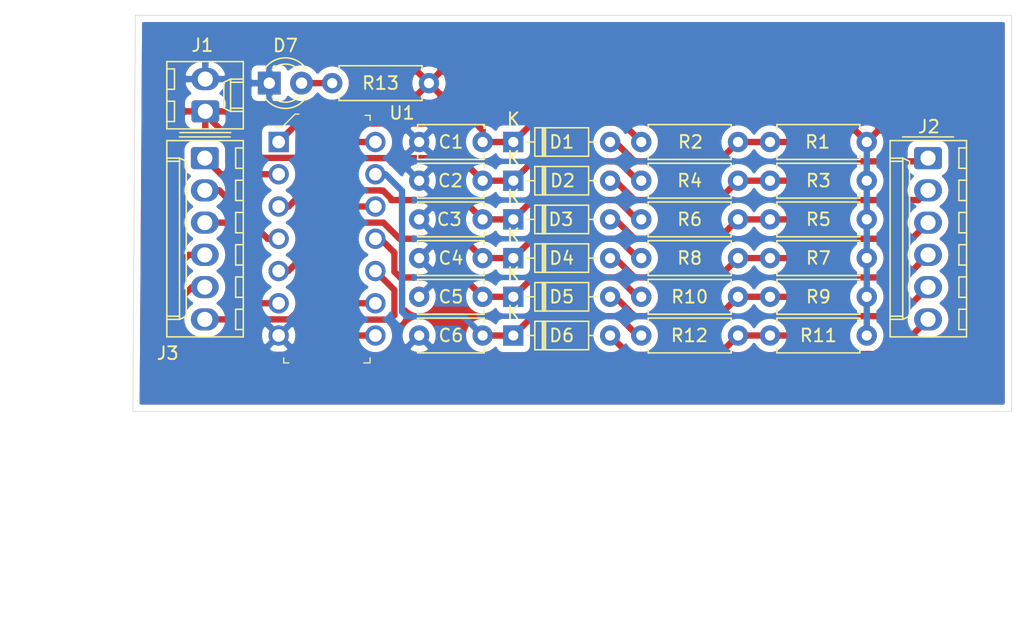
<source format=kicad_pcb>
(kicad_pcb (version 20171130) (host pcbnew 5.1.12-1.fc35)

  (general
    (thickness 1.6)
    (drawings 4)
    (tracks 160)
    (zones 0)
    (modules 30)
    (nets 22)
  )

  (page A4)
  (layers
    (0 F.Cu signal)
    (31 B.Cu signal)
    (32 B.Adhes user hide)
    (33 F.Adhes user hide)
    (34 B.Paste user hide)
    (35 F.Paste user hide)
    (36 B.SilkS user)
    (37 F.SilkS user)
    (38 B.Mask user hide)
    (39 F.Mask user hide)
    (40 Dwgs.User user)
    (41 Cmts.User user)
    (42 Eco1.User user hide)
    (43 Eco2.User user hide)
    (44 Edge.Cuts user)
    (45 Margin user)
    (46 B.CrtYd user hide)
    (47 F.CrtYd user)
    (48 B.Fab user hide)
    (49 F.Fab user hide)
  )

  (setup
    (last_trace_width 0.25)
    (user_trace_width 0.4)
    (user_trace_width 0.5)
    (user_trace_width 0.75)
    (user_trace_width 1)
    (trace_clearance 0.2)
    (zone_clearance 0.508)
    (zone_45_only no)
    (trace_min 0.2)
    (via_size 0.8)
    (via_drill 0.4)
    (via_min_size 0.4)
    (via_min_drill 0.3)
    (uvia_size 0.3)
    (uvia_drill 0.1)
    (uvias_allowed no)
    (uvia_min_size 0.2)
    (uvia_min_drill 0.1)
    (edge_width 0.05)
    (segment_width 0.2)
    (pcb_text_width 0.3)
    (pcb_text_size 1.5 1.5)
    (mod_edge_width 0.12)
    (mod_text_size 1 1)
    (mod_text_width 0.15)
    (pad_size 1.524 1.524)
    (pad_drill 0.762)
    (pad_to_mask_clearance 0)
    (aux_axis_origin 0 0)
    (visible_elements FFFFFF7F)
    (pcbplotparams
      (layerselection 0x010fc_ffffffff)
      (usegerberextensions false)
      (usegerberattributes true)
      (usegerberadvancedattributes true)
      (creategerberjobfile true)
      (excludeedgelayer true)
      (linewidth 0.100000)
      (plotframeref false)
      (viasonmask false)
      (mode 1)
      (useauxorigin false)
      (hpglpennumber 1)
      (hpglpenspeed 20)
      (hpglpendiameter 15.000000)
      (psnegative false)
      (psa4output false)
      (plotreference true)
      (plotvalue true)
      (plotinvisibletext false)
      (padsonsilk false)
      (subtractmaskfromsilk false)
      (outputformat 1)
      (mirror false)
      (drillshape 1)
      (scaleselection 1)
      (outputdirectory ""))
  )

  (net 0 "")
  (net 1 Trig_1)
  (net 2 GND)
  (net 3 Trig_2)
  (net 4 Trig_3)
  (net 5 Trig_4)
  (net 6 Trig_5)
  (net 7 Trig_6)
  (net 8 Sig_1)
  (net 9 Sig_2)
  (net 10 Sig_3)
  (net 11 Sig_4)
  (net 12 Sig_5)
  (net 13 Sig_6)
  (net 14 "Net-(J3-Pad6)")
  (net 15 "Net-(J3-Pad5)")
  (net 16 "Net-(J3-Pad4)")
  (net 17 "Net-(J3-Pad3)")
  (net 18 "Net-(J3-Pad2)")
  (net 19 "Net-(J3-Pad1)")
  (net 20 "Net-(D7-Pad2)")
  (net 21 /+5v)

  (net_class Default "This is the default net class."
    (clearance 0.2)
    (trace_width 0.25)
    (via_dia 0.8)
    (via_drill 0.4)
    (uvia_dia 0.3)
    (uvia_drill 0.1)
    (add_net /+5v)
    (add_net GND)
    (add_net "Net-(D7-Pad2)")
    (add_net "Net-(J3-Pad1)")
    (add_net "Net-(J3-Pad2)")
    (add_net "Net-(J3-Pad3)")
    (add_net "Net-(J3-Pad4)")
    (add_net "Net-(J3-Pad5)")
    (add_net "Net-(J3-Pad6)")
    (add_net Sig_1)
    (add_net Sig_2)
    (add_net Sig_3)
    (add_net Sig_4)
    (add_net Sig_5)
    (add_net Sig_6)
    (add_net Trig_1)
    (add_net Trig_2)
    (add_net Trig_3)
    (add_net Trig_4)
    (add_net Trig_5)
    (add_net Trig_6)
  )

  (module Resistor_THT:R_Axial_DIN0207_L6.3mm_D2.5mm_P7.62mm_Horizontal (layer F.Cu) (tedit 5AE5139B) (tstamp 619DB5C8)
    (at 194.1195 62.5475 180)
    (descr "Resistor, Axial_DIN0207 series, Axial, Horizontal, pin pitch=7.62mm, 0.25W = 1/4W, length*diameter=6.3*2.5mm^2, http://cdn-reichelt.de/documents/datenblatt/B400/1_4W%23YAG.pdf")
    (tags "Resistor Axial_DIN0207 series Axial Horizontal pin pitch 7.62mm 0.25W = 1/4W length 6.3mm diameter 2.5mm")
    (path /619DF49A)
    (fp_text reference R13 (at 3.81 0) (layer F.SilkS)
      (effects (font (size 1 1) (thickness 0.15)))
    )
    (fp_text value 1K (at 3.81 2.37) (layer F.Fab)
      (effects (font (size 1 1) (thickness 0.15)))
    )
    (fp_line (start 0.66 -1.25) (end 0.66 1.25) (layer F.Fab) (width 0.1))
    (fp_line (start 0.66 1.25) (end 6.96 1.25) (layer F.Fab) (width 0.1))
    (fp_line (start 6.96 1.25) (end 6.96 -1.25) (layer F.Fab) (width 0.1))
    (fp_line (start 6.96 -1.25) (end 0.66 -1.25) (layer F.Fab) (width 0.1))
    (fp_line (start 0 0) (end 0.66 0) (layer F.Fab) (width 0.1))
    (fp_line (start 7.62 0) (end 6.96 0) (layer F.Fab) (width 0.1))
    (fp_line (start 0.54 -1.04) (end 0.54 -1.37) (layer F.SilkS) (width 0.12))
    (fp_line (start 0.54 -1.37) (end 7.08 -1.37) (layer F.SilkS) (width 0.12))
    (fp_line (start 7.08 -1.37) (end 7.08 -1.04) (layer F.SilkS) (width 0.12))
    (fp_line (start 0.54 1.04) (end 0.54 1.37) (layer F.SilkS) (width 0.12))
    (fp_line (start 0.54 1.37) (end 7.08 1.37) (layer F.SilkS) (width 0.12))
    (fp_line (start 7.08 1.37) (end 7.08 1.04) (layer F.SilkS) (width 0.12))
    (fp_line (start -1.05 -1.5) (end -1.05 1.5) (layer F.CrtYd) (width 0.05))
    (fp_line (start -1.05 1.5) (end 8.67 1.5) (layer F.CrtYd) (width 0.05))
    (fp_line (start 8.67 1.5) (end 8.67 -1.5) (layer F.CrtYd) (width 0.05))
    (fp_line (start 8.67 -1.5) (end -1.05 -1.5) (layer F.CrtYd) (width 0.05))
    (fp_text user %R (at 3.81 0) (layer F.Fab)
      (effects (font (size 1 1) (thickness 0.15)))
    )
    (pad 2 thru_hole oval (at 7.62 0 180) (size 1.6 1.6) (drill 0.8) (layers *.Cu *.Mask)
      (net 20 "Net-(D7-Pad2)"))
    (pad 1 thru_hole circle (at 0 0 180) (size 1.6 1.6) (drill 0.8) (layers *.Cu *.Mask)
      (net 21 /+5v))
    (model ${KISYS3DMOD}/Resistor_THT.3dshapes/R_Axial_DIN0207_L6.3mm_D2.5mm_P7.62mm_Horizontal.wrl
      (at (xyz 0 0 0))
      (scale (xyz 1 1 1))
      (rotate (xyz 0 0 0))
    )
  )

  (module digikey-footprints:DIP-14_W3mm (layer F.Cu) (tedit 596E717A) (tstamp 619D7F08)
    (at 182.282694 67.183)
    (path /619E0BA4)
    (fp_text reference U1 (at 9.7155 -2.286) (layer F.SilkS)
      (effects (font (size 1 1) (thickness 0.15)))
    )
    (fp_text value SN74HC14N (at 3.52 19.09) (layer F.Fab)
      (effects (font (size 1 1) (thickness 0.15)))
    )
    (fp_line (start 7.1 -2) (end 7.1 17.3) (layer F.Fab) (width 0.1))
    (fp_line (start 0.5 17.3) (end 7.1 17.3) (layer F.Fab) (width 0.1))
    (fp_line (start 0.5 -1.1) (end 1.4 -2) (layer F.Fab) (width 0.1))
    (fp_line (start 1.4 -2) (end 7.1 -2) (layer F.Fab) (width 0.1))
    (fp_line (start 0.5 -1.1) (end 0.5 17.3) (layer F.Fab) (width 0.1))
    (fp_line (start 0.4 17.4) (end 0.8 17.4) (layer F.SilkS) (width 0.1))
    (fp_line (start 0.4 17) (end 0.4 17.4) (layer F.SilkS) (width 0.1))
    (fp_line (start 7.2 17.4) (end 7.2 17) (layer F.SilkS) (width 0.1))
    (fp_line (start 6.7 17.4) (end 7.2 17.4) (layer F.SilkS) (width 0.1))
    (fp_line (start 7.2 -2.1) (end 6.8 -2.1) (layer F.SilkS) (width 0.1))
    (fp_line (start 7.2 -1.7) (end 7.2 -2.1) (layer F.SilkS) (width 0.1))
    (fp_line (start 1.3 -2.2) (end 0.3 -1.2) (layer F.SilkS) (width 0.1))
    (fp_line (start 1.6 -2.2) (end 1.3 -2.2) (layer F.SilkS) (width 0.1))
    (fp_line (start -1.05 -2.25) (end -1.05 17.55) (layer F.CrtYd) (width 0.1))
    (fp_line (start 8.67 17.55) (end 8.67 -2.25) (layer F.CrtYd) (width 0.1))
    (fp_line (start -1.05 17.55) (end 8.67 17.55) (layer F.CrtYd) (width 0.1))
    (fp_line (start -1.05 -2.25) (end 8.67 -2.25) (layer F.CrtYd) (width 0.1))
    (fp_line (start 0.3 -1.2) (end -0.07 -1.2) (layer F.SilkS) (width 0.1))
    (fp_line (start -0.08 -1.2) (end -0.33 -1.2) (layer F.SilkS) (width 0.1))
    (fp_text user REF** (at 3.86 7.77) (layer F.Fab)
      (effects (font (size 1 1) (thickness 0.1)))
    )
    (pad 1 thru_hole rect (at 0 0) (size 1.6 1.6) (drill 1) (layers *.Cu *.Mask)
      (net 1 Trig_1))
    (pad 2 thru_hole circle (at 0 2.54) (size 1.6 1.6) (drill 1) (layers *.Cu *.Mask)
      (net 19 "Net-(J3-Pad1)"))
    (pad 3 thru_hole circle (at 0 5.08) (size 1.6 1.6) (drill 1) (layers *.Cu *.Mask)
      (net 3 Trig_2))
    (pad 4 thru_hole circle (at 0 7.62) (size 1.6 1.6) (drill 1) (layers *.Cu *.Mask)
      (net 18 "Net-(J3-Pad2)"))
    (pad 5 thru_hole circle (at 0 10.16) (size 1.6 1.6) (drill 1) (layers *.Cu *.Mask)
      (net 4 Trig_3))
    (pad 6 thru_hole circle (at 0 12.7) (size 1.6 1.6) (drill 1) (layers *.Cu *.Mask)
      (net 17 "Net-(J3-Pad3)"))
    (pad 7 thru_hole circle (at 0 15.24) (size 1.6 1.6) (drill 1) (layers *.Cu *.Mask)
      (net 2 GND))
    (pad 8 thru_hole circle (at 7.62 15.24) (size 1.6 1.6) (drill 1) (layers *.Cu *.Mask)
      (net 16 "Net-(J3-Pad4)"))
    (pad 9 thru_hole circle (at 7.62 12.7) (size 1.6 1.6) (drill 1) (layers *.Cu *.Mask)
      (net 5 Trig_4))
    (pad 10 thru_hole circle (at 7.62 10.16) (size 1.6 1.6) (drill 1) (layers *.Cu *.Mask)
      (net 15 "Net-(J3-Pad5)"))
    (pad 11 thru_hole circle (at 7.62 7.62) (size 1.6 1.6) (drill 1) (layers *.Cu *.Mask)
      (net 6 Trig_5))
    (pad 12 thru_hole circle (at 7.62 5.08) (size 1.6 1.6) (drill 1) (layers *.Cu *.Mask)
      (net 14 "Net-(J3-Pad6)"))
    (pad 13 thru_hole circle (at 7.62 2.54) (size 1.6 1.6) (drill 1) (layers *.Cu *.Mask)
      (net 7 Trig_6))
    (pad 14 thru_hole circle (at 7.62 0) (size 1.6 1.6) (drill 1) (layers *.Cu *.Mask)
      (net 21 /+5v))
    (model ${KISYS3DMOD}/Package_DIP.3dshapes/DIP-14_W7.62mm.step
      (at (xyz 0 0 0))
      (scale (xyz 1 1 1))
      (rotate (xyz 0 0 0))
    )
  )

  (module Resistor_THT:R_Axial_DIN0207_L6.3mm_D2.5mm_P7.62mm_Horizontal (layer F.Cu) (tedit 5AE5139B) (tstamp 619D7E6F)
    (at 228.6 76.327 180)
    (descr "Resistor, Axial_DIN0207 series, Axial, Horizontal, pin pitch=7.62mm, 0.25W = 1/4W, length*diameter=6.3*2.5mm^2, http://cdn-reichelt.de/documents/datenblatt/B400/1_4W%23YAG.pdf")
    (tags "Resistor Axial_DIN0207 series Axial Horizontal pin pitch 7.62mm 0.25W = 1/4W length 6.3mm diameter 2.5mm")
    (path /61A03891)
    (fp_text reference R7 (at 3.81 0) (layer F.SilkS)
      (effects (font (size 1 1) (thickness 0.15)))
    )
    (fp_text value 82K (at 3.81 2.37) (layer F.Fab)
      (effects (font (size 1 1) (thickness 0.15)))
    )
    (fp_line (start 8.67 -1.5) (end -1.05 -1.5) (layer F.CrtYd) (width 0.05))
    (fp_line (start 8.67 1.5) (end 8.67 -1.5) (layer F.CrtYd) (width 0.05))
    (fp_line (start -1.05 1.5) (end 8.67 1.5) (layer F.CrtYd) (width 0.05))
    (fp_line (start -1.05 -1.5) (end -1.05 1.5) (layer F.CrtYd) (width 0.05))
    (fp_line (start 7.08 1.37) (end 7.08 1.04) (layer F.SilkS) (width 0.12))
    (fp_line (start 0.54 1.37) (end 7.08 1.37) (layer F.SilkS) (width 0.12))
    (fp_line (start 0.54 1.04) (end 0.54 1.37) (layer F.SilkS) (width 0.12))
    (fp_line (start 7.08 -1.37) (end 7.08 -1.04) (layer F.SilkS) (width 0.12))
    (fp_line (start 0.54 -1.37) (end 7.08 -1.37) (layer F.SilkS) (width 0.12))
    (fp_line (start 0.54 -1.04) (end 0.54 -1.37) (layer F.SilkS) (width 0.12))
    (fp_line (start 7.62 0) (end 6.96 0) (layer F.Fab) (width 0.1))
    (fp_line (start 0 0) (end 0.66 0) (layer F.Fab) (width 0.1))
    (fp_line (start 6.96 -1.25) (end 0.66 -1.25) (layer F.Fab) (width 0.1))
    (fp_line (start 6.96 1.25) (end 6.96 -1.25) (layer F.Fab) (width 0.1))
    (fp_line (start 0.66 1.25) (end 6.96 1.25) (layer F.Fab) (width 0.1))
    (fp_line (start 0.66 -1.25) (end 0.66 1.25) (layer F.Fab) (width 0.1))
    (fp_text user %R (at 3.81 0) (layer F.Fab)
      (effects (font (size 1 1) (thickness 0.15)))
    )
    (pad 1 thru_hole circle (at 0 0 180) (size 1.6 1.6) (drill 0.8) (layers *.Cu *.Mask)
      (net 21 /+5v))
    (pad 2 thru_hole oval (at 7.62 0 180) (size 1.6 1.6) (drill 0.8) (layers *.Cu *.Mask)
      (net 11 Sig_4))
    (model ${KISYS3DMOD}/Resistor_THT.3dshapes/R_Axial_DIN0207_L6.3mm_D2.5mm_P7.62mm_Horizontal.wrl
      (at (xyz 0 0 0))
      (scale (xyz 1 1 1))
      (rotate (xyz 0 0 0))
    )
  )

  (module Resistor_THT:R_Axial_DIN0207_L6.3mm_D2.5mm_P7.62mm_Horizontal (layer F.Cu) (tedit 5AE5139B) (tstamp 619D7E41)
    (at 228.6 73.279 180)
    (descr "Resistor, Axial_DIN0207 series, Axial, Horizontal, pin pitch=7.62mm, 0.25W = 1/4W, length*diameter=6.3*2.5mm^2, http://cdn-reichelt.de/documents/datenblatt/B400/1_4W%23YAG.pdf")
    (tags "Resistor Axial_DIN0207 series Axial Horizontal pin pitch 7.62mm 0.25W = 1/4W length 6.3mm diameter 2.5mm")
    (path /61A01A35)
    (fp_text reference R5 (at 3.81 0) (layer F.SilkS)
      (effects (font (size 1 1) (thickness 0.15)))
    )
    (fp_text value 82K (at 3.81 2.37) (layer F.Fab)
      (effects (font (size 1 1) (thickness 0.15)))
    )
    (fp_line (start 8.67 -1.5) (end -1.05 -1.5) (layer F.CrtYd) (width 0.05))
    (fp_line (start 8.67 1.5) (end 8.67 -1.5) (layer F.CrtYd) (width 0.05))
    (fp_line (start -1.05 1.5) (end 8.67 1.5) (layer F.CrtYd) (width 0.05))
    (fp_line (start -1.05 -1.5) (end -1.05 1.5) (layer F.CrtYd) (width 0.05))
    (fp_line (start 7.08 1.37) (end 7.08 1.04) (layer F.SilkS) (width 0.12))
    (fp_line (start 0.54 1.37) (end 7.08 1.37) (layer F.SilkS) (width 0.12))
    (fp_line (start 0.54 1.04) (end 0.54 1.37) (layer F.SilkS) (width 0.12))
    (fp_line (start 7.08 -1.37) (end 7.08 -1.04) (layer F.SilkS) (width 0.12))
    (fp_line (start 0.54 -1.37) (end 7.08 -1.37) (layer F.SilkS) (width 0.12))
    (fp_line (start 0.54 -1.04) (end 0.54 -1.37) (layer F.SilkS) (width 0.12))
    (fp_line (start 7.62 0) (end 6.96 0) (layer F.Fab) (width 0.1))
    (fp_line (start 0 0) (end 0.66 0) (layer F.Fab) (width 0.1))
    (fp_line (start 6.96 -1.25) (end 0.66 -1.25) (layer F.Fab) (width 0.1))
    (fp_line (start 6.96 1.25) (end 6.96 -1.25) (layer F.Fab) (width 0.1))
    (fp_line (start 0.66 1.25) (end 6.96 1.25) (layer F.Fab) (width 0.1))
    (fp_line (start 0.66 -1.25) (end 0.66 1.25) (layer F.Fab) (width 0.1))
    (fp_text user %R (at 3.81 0) (layer F.Fab)
      (effects (font (size 1 1) (thickness 0.15)))
    )
    (pad 1 thru_hole circle (at 0 0 180) (size 1.6 1.6) (drill 0.8) (layers *.Cu *.Mask)
      (net 21 /+5v))
    (pad 2 thru_hole oval (at 7.62 0 180) (size 1.6 1.6) (drill 0.8) (layers *.Cu *.Mask)
      (net 10 Sig_3))
    (model ${KISYS3DMOD}/Resistor_THT.3dshapes/R_Axial_DIN0207_L6.3mm_D2.5mm_P7.62mm_Horizontal.wrl
      (at (xyz 0 0 0))
      (scale (xyz 1 1 1))
      (rotate (xyz 0 0 0))
    )
  )

  (module Capacitor_THT:C_Disc_D5.0mm_W2.5mm_P5.00mm (layer F.Cu) (tedit 5AE50EF0) (tstamp 619D7C49)
    (at 198.348888 73.279 180)
    (descr "C, Disc series, Radial, pin pitch=5.00mm, , diameter*width=5*2.5mm^2, Capacitor, http://cdn-reichelt.de/documents/datenblatt/B300/DS_KERKO_TC.pdf")
    (tags "C Disc series Radial pin pitch 5.00mm  diameter 5mm width 2.5mm Capacitor")
    (path /61A01A4F)
    (fp_text reference C3 (at 2.627 0) (layer F.SilkS)
      (effects (font (size 1 1) (thickness 0.15)))
    )
    (fp_text value 100nF (at 2.5 2.5) (layer F.Fab)
      (effects (font (size 1 1) (thickness 0.15)))
    )
    (fp_line (start 6.05 -1.5) (end -1.05 -1.5) (layer F.CrtYd) (width 0.05))
    (fp_line (start 6.05 1.5) (end 6.05 -1.5) (layer F.CrtYd) (width 0.05))
    (fp_line (start -1.05 1.5) (end 6.05 1.5) (layer F.CrtYd) (width 0.05))
    (fp_line (start -1.05 -1.5) (end -1.05 1.5) (layer F.CrtYd) (width 0.05))
    (fp_line (start 5.12 1.055) (end 5.12 1.37) (layer F.SilkS) (width 0.12))
    (fp_line (start 5.12 -1.37) (end 5.12 -1.055) (layer F.SilkS) (width 0.12))
    (fp_line (start -0.12 1.055) (end -0.12 1.37) (layer F.SilkS) (width 0.12))
    (fp_line (start -0.12 -1.37) (end -0.12 -1.055) (layer F.SilkS) (width 0.12))
    (fp_line (start -0.12 1.37) (end 5.12 1.37) (layer F.SilkS) (width 0.12))
    (fp_line (start -0.12 -1.37) (end 5.12 -1.37) (layer F.SilkS) (width 0.12))
    (fp_line (start 5 -1.25) (end 0 -1.25) (layer F.Fab) (width 0.1))
    (fp_line (start 5 1.25) (end 5 -1.25) (layer F.Fab) (width 0.1))
    (fp_line (start 0 1.25) (end 5 1.25) (layer F.Fab) (width 0.1))
    (fp_line (start 0 -1.25) (end 0 1.25) (layer F.Fab) (width 0.1))
    (fp_text user %R (at 2.5 0) (layer F.Fab)
      (effects (font (size 1 1) (thickness 0.15)))
    )
    (pad 1 thru_hole circle (at 0 0 180) (size 1.6 1.6) (drill 0.8) (layers *.Cu *.Mask)
      (net 4 Trig_3))
    (pad 2 thru_hole circle (at 5 0 180) (size 1.6 1.6) (drill 0.8) (layers *.Cu *.Mask)
      (net 2 GND))
    (model ${KISYS3DMOD}/Capacitor_THT.3dshapes/C_Disc_D5.0mm_W2.5mm_P5.00mm.wrl
      (at (xyz 0 0 0))
      (scale (xyz 1 1 1))
      (rotate (xyz 0 0 0))
    )
  )

  (module Capacitor_THT:C_Disc_D5.0mm_W2.5mm_P5.00mm (layer F.Cu) (tedit 5AE50EF0) (tstamp 619D7C34)
    (at 198.348888 70.231 180)
    (descr "C, Disc series, Radial, pin pitch=5.00mm, , diameter*width=5*2.5mm^2, Capacitor, http://cdn-reichelt.de/documents/datenblatt/B300/DS_KERKO_TC.pdf")
    (tags "C Disc series Radial pin pitch 5.00mm  diameter 5mm width 2.5mm Capacitor")
    (path /619FE161)
    (fp_text reference C2 (at 2.54 0) (layer F.SilkS)
      (effects (font (size 1 1) (thickness 0.15)))
    )
    (fp_text value 100nF (at 2.5 2.5) (layer F.Fab)
      (effects (font (size 1 1) (thickness 0.15)))
    )
    (fp_line (start 0 -1.25) (end 0 1.25) (layer F.Fab) (width 0.1))
    (fp_line (start 0 1.25) (end 5 1.25) (layer F.Fab) (width 0.1))
    (fp_line (start 5 1.25) (end 5 -1.25) (layer F.Fab) (width 0.1))
    (fp_line (start 5 -1.25) (end 0 -1.25) (layer F.Fab) (width 0.1))
    (fp_line (start -0.12 -1.37) (end 5.12 -1.37) (layer F.SilkS) (width 0.12))
    (fp_line (start -0.12 1.37) (end 5.12 1.37) (layer F.SilkS) (width 0.12))
    (fp_line (start -0.12 -1.37) (end -0.12 -1.055) (layer F.SilkS) (width 0.12))
    (fp_line (start -0.12 1.055) (end -0.12 1.37) (layer F.SilkS) (width 0.12))
    (fp_line (start 5.12 -1.37) (end 5.12 -1.055) (layer F.SilkS) (width 0.12))
    (fp_line (start 5.12 1.055) (end 5.12 1.37) (layer F.SilkS) (width 0.12))
    (fp_line (start -1.05 -1.5) (end -1.05 1.5) (layer F.CrtYd) (width 0.05))
    (fp_line (start -1.05 1.5) (end 6.05 1.5) (layer F.CrtYd) (width 0.05))
    (fp_line (start 6.05 1.5) (end 6.05 -1.5) (layer F.CrtYd) (width 0.05))
    (fp_line (start 6.05 -1.5) (end -1.05 -1.5) (layer F.CrtYd) (width 0.05))
    (fp_text user %R (at 2.5 0) (layer F.Fab)
      (effects (font (size 1 1) (thickness 0.15)))
    )
    (pad 2 thru_hole circle (at 5 0 180) (size 1.6 1.6) (drill 0.8) (layers *.Cu *.Mask)
      (net 2 GND))
    (pad 1 thru_hole circle (at 0 0 180) (size 1.6 1.6) (drill 0.8) (layers *.Cu *.Mask)
      (net 3 Trig_2))
    (model ${KISYS3DMOD}/Capacitor_THT.3dshapes/C_Disc_D5.0mm_W2.5mm_P5.00mm.wrl
      (at (xyz 0 0 0))
      (scale (xyz 1 1 1))
      (rotate (xyz 0 0 0))
    )
  )

  (module Diode_THT:D_DO-35_SOD27_P7.62mm_Horizontal (layer F.Cu) (tedit 5AE50CD5) (tstamp 619D90E1)
    (at 200.765833 67.183)
    (descr "Diode, DO-35_SOD27 series, Axial, Horizontal, pin pitch=7.62mm, , length*diameter=4*2mm^2, , http://www.diodes.com/_files/packages/DO-35.pdf")
    (tags "Diode DO-35_SOD27 series Axial Horizontal pin pitch 7.62mm  length 4mm diameter 2mm")
    (path /619D2140)
    (fp_text reference D1 (at 3.81 0) (layer F.SilkS)
      (effects (font (size 1 1) (thickness 0.15)))
    )
    (fp_text value 1N4148 (at 3.81 2.12) (layer F.Fab)
      (effects (font (size 1 1) (thickness 0.15)))
    )
    (fp_line (start 8.67 -1.25) (end -1.05 -1.25) (layer F.CrtYd) (width 0.05))
    (fp_line (start 8.67 1.25) (end 8.67 -1.25) (layer F.CrtYd) (width 0.05))
    (fp_line (start -1.05 1.25) (end 8.67 1.25) (layer F.CrtYd) (width 0.05))
    (fp_line (start -1.05 -1.25) (end -1.05 1.25) (layer F.CrtYd) (width 0.05))
    (fp_line (start 2.29 -1.12) (end 2.29 1.12) (layer F.SilkS) (width 0.12))
    (fp_line (start 2.53 -1.12) (end 2.53 1.12) (layer F.SilkS) (width 0.12))
    (fp_line (start 2.41 -1.12) (end 2.41 1.12) (layer F.SilkS) (width 0.12))
    (fp_line (start 6.58 0) (end 5.93 0) (layer F.SilkS) (width 0.12))
    (fp_line (start 1.04 0) (end 1.69 0) (layer F.SilkS) (width 0.12))
    (fp_line (start 5.93 -1.12) (end 1.69 -1.12) (layer F.SilkS) (width 0.12))
    (fp_line (start 5.93 1.12) (end 5.93 -1.12) (layer F.SilkS) (width 0.12))
    (fp_line (start 1.69 1.12) (end 5.93 1.12) (layer F.SilkS) (width 0.12))
    (fp_line (start 1.69 -1.12) (end 1.69 1.12) (layer F.SilkS) (width 0.12))
    (fp_line (start 2.31 -1) (end 2.31 1) (layer F.Fab) (width 0.1))
    (fp_line (start 2.51 -1) (end 2.51 1) (layer F.Fab) (width 0.1))
    (fp_line (start 2.41 -1) (end 2.41 1) (layer F.Fab) (width 0.1))
    (fp_line (start 7.62 0) (end 5.81 0) (layer F.Fab) (width 0.1))
    (fp_line (start 0 0) (end 1.81 0) (layer F.Fab) (width 0.1))
    (fp_line (start 5.81 -1) (end 1.81 -1) (layer F.Fab) (width 0.1))
    (fp_line (start 5.81 1) (end 5.81 -1) (layer F.Fab) (width 0.1))
    (fp_line (start 1.81 1) (end 5.81 1) (layer F.Fab) (width 0.1))
    (fp_line (start 1.81 -1) (end 1.81 1) (layer F.Fab) (width 0.1))
    (fp_text user %R (at 4.11 0) (layer F.Fab)
      (effects (font (size 0.8 0.8) (thickness 0.12)))
    )
    (fp_text user K (at 0 -1.8) (layer F.Fab)
      (effects (font (size 1 1) (thickness 0.15)))
    )
    (fp_text user K (at 0 -1.8) (layer F.SilkS)
      (effects (font (size 1 1) (thickness 0.15)))
    )
    (pad 1 thru_hole rect (at 0 0) (size 1.6 1.6) (drill 0.8) (layers *.Cu *.Mask)
      (net 1 Trig_1))
    (pad 2 thru_hole oval (at 7.62 0) (size 1.6 1.6) (drill 0.8) (layers *.Cu *.Mask)
      (net 8 Sig_1))
    (model ${KISYS3DMOD}/Diode_THT.3dshapes/D_DO-35_SOD27_P7.62mm_Horizontal.wrl
      (at (xyz 0 0 0))
      (scale (xyz 1 1 1))
      (rotate (xyz 0 0 0))
    )
  )

  (module Connector_Molex:Molex_KK-254_AE-6410-02A_1x02_P2.54mm_Vertical (layer F.Cu) (tedit 5EA53D3B) (tstamp 619E1A53)
    (at 176.5065 64.77 90)
    (descr "Molex KK-254 Interconnect System, old/engineering part number: AE-6410-02A example for new part number: 22-27-2021, 2 Pins (http://www.molex.com/pdm_docs/sd/022272021_sd.pdf), generated with kicad-footprint-generator")
    (tags "connector Molex KK-254 vertical")
    (path /61B21F5A)
    (fp_text reference J1 (at 5.207 -0.2305 180) (layer F.SilkS)
      (effects (font (size 1 1) (thickness 0.15)))
    )
    (fp_text value Pwr (at 1.27 4.08 90) (layer F.Fab)
      (effects (font (size 1 1) (thickness 0.15)))
    )
    (fp_line (start 4.31 -3.42) (end -1.77 -3.42) (layer F.CrtYd) (width 0.05))
    (fp_line (start 4.31 3.38) (end 4.31 -3.42) (layer F.CrtYd) (width 0.05))
    (fp_line (start -1.77 3.38) (end 4.31 3.38) (layer F.CrtYd) (width 0.05))
    (fp_line (start -1.77 -3.42) (end -1.77 3.38) (layer F.CrtYd) (width 0.05))
    (fp_line (start 3.34 -2.43) (end 3.34 -3.03) (layer F.SilkS) (width 0.12))
    (fp_line (start 1.74 -2.43) (end 3.34 -2.43) (layer F.SilkS) (width 0.12))
    (fp_line (start 1.74 -3.03) (end 1.74 -2.43) (layer F.SilkS) (width 0.12))
    (fp_line (start 0.8 -2.43) (end 0.8 -3.03) (layer F.SilkS) (width 0.12))
    (fp_line (start -0.8 -2.43) (end 0.8 -2.43) (layer F.SilkS) (width 0.12))
    (fp_line (start -0.8 -3.03) (end -0.8 -2.43) (layer F.SilkS) (width 0.12))
    (fp_line (start 2.29 2.99) (end 2.29 1.99) (layer F.SilkS) (width 0.12))
    (fp_line (start 0.25 2.99) (end 0.25 1.99) (layer F.SilkS) (width 0.12))
    (fp_line (start 2.29 1.46) (end 2.54 1.99) (layer F.SilkS) (width 0.12))
    (fp_line (start 0.25 1.46) (end 2.29 1.46) (layer F.SilkS) (width 0.12))
    (fp_line (start 0 1.99) (end 0.25 1.46) (layer F.SilkS) (width 0.12))
    (fp_line (start 2.54 1.99) (end 2.54 2.99) (layer F.SilkS) (width 0.12))
    (fp_line (start 0 1.99) (end 2.54 1.99) (layer F.SilkS) (width 0.12))
    (fp_line (start 0 2.99) (end 0 1.99) (layer F.SilkS) (width 0.12))
    (fp_line (start -0.562893 0) (end -1.27 0.5) (layer F.Fab) (width 0.1))
    (fp_line (start -1.27 -0.5) (end -0.562893 0) (layer F.Fab) (width 0.1))
    (fp_line (start -1.67 -2) (end -1.67 2) (layer F.SilkS) (width 0.12))
    (fp_line (start 3.92 -3.03) (end -1.38 -3.03) (layer F.SilkS) (width 0.12))
    (fp_line (start 3.92 2.99) (end 3.92 -3.03) (layer F.SilkS) (width 0.12))
    (fp_line (start -1.38 2.99) (end 3.92 2.99) (layer F.SilkS) (width 0.12))
    (fp_line (start -1.38 -3.03) (end -1.38 2.99) (layer F.SilkS) (width 0.12))
    (fp_line (start 3.81 -2.92) (end -1.27 -2.92) (layer F.Fab) (width 0.1))
    (fp_line (start 3.81 2.88) (end 3.81 -2.92) (layer F.Fab) (width 0.1))
    (fp_line (start -1.27 2.88) (end 3.81 2.88) (layer F.Fab) (width 0.1))
    (fp_line (start -1.27 -2.92) (end -1.27 2.88) (layer F.Fab) (width 0.1))
    (fp_text user %R (at 1.27 -2.22 90) (layer F.Fab)
      (effects (font (size 1 1) (thickness 0.15)))
    )
    (pad 1 thru_hole roundrect (at 0 0 90) (size 1.74 2.19) (drill 1.19) (layers *.Cu *.Mask) (roundrect_rratio 0.143678)
      (net 21 /+5v))
    (pad 2 thru_hole oval (at 2.54 0 90) (size 1.74 2.19) (drill 1.19) (layers *.Cu *.Mask)
      (net 2 GND))
    (model ${KISYS3DMOD}/Connector_Molex.3dshapes/Molex_KK-254_AE-6410-02A_1x02_P2.54mm_Vertical.wrl
      (at (xyz 0 0 0))
      (scale (xyz 1 1 1))
      (rotate (xyz 0 0 0))
    )
  )

  (module Capacitor_THT:C_Disc_D5.0mm_W2.5mm_P5.00mm (layer F.Cu) (tedit 5AE50EF0) (tstamp 619D7C1F)
    (at 198.348888 67.183 180)
    (descr "C, Disc series, Radial, pin pitch=5.00mm, , diameter*width=5*2.5mm^2, Capacitor, http://cdn-reichelt.de/documents/datenblatt/B300/DS_KERKO_TC.pdf")
    (tags "C Disc series Radial pin pitch 5.00mm  diameter 5mm width 2.5mm Capacitor")
    (path /619D2E8F)
    (fp_text reference C1 (at 2.5 0) (layer F.SilkS)
      (effects (font (size 1 1) (thickness 0.15)))
    )
    (fp_text value 100nF (at 2.5 2.5) (layer F.Fab)
      (effects (font (size 1 1) (thickness 0.15)))
    )
    (fp_line (start 6.05 -1.5) (end -1.05 -1.5) (layer F.CrtYd) (width 0.05))
    (fp_line (start 6.05 1.5) (end 6.05 -1.5) (layer F.CrtYd) (width 0.05))
    (fp_line (start -1.05 1.5) (end 6.05 1.5) (layer F.CrtYd) (width 0.05))
    (fp_line (start -1.05 -1.5) (end -1.05 1.5) (layer F.CrtYd) (width 0.05))
    (fp_line (start 5.12 1.055) (end 5.12 1.37) (layer F.SilkS) (width 0.12))
    (fp_line (start 5.12 -1.37) (end 5.12 -1.055) (layer F.SilkS) (width 0.12))
    (fp_line (start -0.12 1.055) (end -0.12 1.37) (layer F.SilkS) (width 0.12))
    (fp_line (start -0.12 -1.37) (end -0.12 -1.055) (layer F.SilkS) (width 0.12))
    (fp_line (start -0.12 1.37) (end 5.12 1.37) (layer F.SilkS) (width 0.12))
    (fp_line (start -0.12 -1.37) (end 5.12 -1.37) (layer F.SilkS) (width 0.12))
    (fp_line (start 5 -1.25) (end 0 -1.25) (layer F.Fab) (width 0.1))
    (fp_line (start 5 1.25) (end 5 -1.25) (layer F.Fab) (width 0.1))
    (fp_line (start 0 1.25) (end 5 1.25) (layer F.Fab) (width 0.1))
    (fp_line (start 0 -1.25) (end 0 1.25) (layer F.Fab) (width 0.1))
    (fp_text user %R (at 2.5 0) (layer F.Fab)
      (effects (font (size 1 1) (thickness 0.15)))
    )
    (pad 1 thru_hole circle (at 0 0 180) (size 1.6 1.6) (drill 0.8) (layers *.Cu *.Mask)
      (net 1 Trig_1))
    (pad 2 thru_hole circle (at 5 0 180) (size 1.6 1.6) (drill 0.8) (layers *.Cu *.Mask)
      (net 2 GND))
    (model ${KISYS3DMOD}/Capacitor_THT.3dshapes/C_Disc_D5.0mm_W2.5mm_P5.00mm.wrl
      (at (xyz 0 0 0))
      (scale (xyz 1 1 1))
      (rotate (xyz 0 0 0))
    )
  )

  (module Capacitor_THT:C_Disc_D5.0mm_W2.5mm_P5.00mm (layer F.Cu) (tedit 5AE50EF0) (tstamp 619D7C5E)
    (at 198.348888 76.327 180)
    (descr "C, Disc series, Radial, pin pitch=5.00mm, , diameter*width=5*2.5mm^2, Capacitor, http://cdn-reichelt.de/documents/datenblatt/B300/DS_KERKO_TC.pdf")
    (tags "C Disc series Radial pin pitch 5.00mm  diameter 5mm width 2.5mm Capacitor")
    (path /61A038AB)
    (fp_text reference C4 (at 2.5 0) (layer F.SilkS)
      (effects (font (size 1 1) (thickness 0.15)))
    )
    (fp_text value 100nF (at 2.5 2.5) (layer F.Fab)
      (effects (font (size 1 1) (thickness 0.15)))
    )
    (fp_line (start 0 -1.25) (end 0 1.25) (layer F.Fab) (width 0.1))
    (fp_line (start 0 1.25) (end 5 1.25) (layer F.Fab) (width 0.1))
    (fp_line (start 5 1.25) (end 5 -1.25) (layer F.Fab) (width 0.1))
    (fp_line (start 5 -1.25) (end 0 -1.25) (layer F.Fab) (width 0.1))
    (fp_line (start -0.12 -1.37) (end 5.12 -1.37) (layer F.SilkS) (width 0.12))
    (fp_line (start -0.12 1.37) (end 5.12 1.37) (layer F.SilkS) (width 0.12))
    (fp_line (start -0.12 -1.37) (end -0.12 -1.055) (layer F.SilkS) (width 0.12))
    (fp_line (start -0.12 1.055) (end -0.12 1.37) (layer F.SilkS) (width 0.12))
    (fp_line (start 5.12 -1.37) (end 5.12 -1.055) (layer F.SilkS) (width 0.12))
    (fp_line (start 5.12 1.055) (end 5.12 1.37) (layer F.SilkS) (width 0.12))
    (fp_line (start -1.05 -1.5) (end -1.05 1.5) (layer F.CrtYd) (width 0.05))
    (fp_line (start -1.05 1.5) (end 6.05 1.5) (layer F.CrtYd) (width 0.05))
    (fp_line (start 6.05 1.5) (end 6.05 -1.5) (layer F.CrtYd) (width 0.05))
    (fp_line (start 6.05 -1.5) (end -1.05 -1.5) (layer F.CrtYd) (width 0.05))
    (fp_text user %R (at 2.5 0) (layer F.Fab)
      (effects (font (size 1 1) (thickness 0.15)))
    )
    (pad 2 thru_hole circle (at 5 0 180) (size 1.6 1.6) (drill 0.8) (layers *.Cu *.Mask)
      (net 2 GND))
    (pad 1 thru_hole circle (at 0 0 180) (size 1.6 1.6) (drill 0.8) (layers *.Cu *.Mask)
      (net 5 Trig_4))
    (model ${KISYS3DMOD}/Capacitor_THT.3dshapes/C_Disc_D5.0mm_W2.5mm_P5.00mm.wrl
      (at (xyz 0 0 0))
      (scale (xyz 1 1 1))
      (rotate (xyz 0 0 0))
    )
  )

  (module Capacitor_THT:C_Disc_D5.0mm_W2.5mm_P5.00mm (layer F.Cu) (tedit 5AE50EF0) (tstamp 619D7C73)
    (at 198.348888 79.375 180)
    (descr "C, Disc series, Radial, pin pitch=5.00mm, , diameter*width=5*2.5mm^2, Capacitor, http://cdn-reichelt.de/documents/datenblatt/B300/DS_KERKO_TC.pdf")
    (tags "C Disc series Radial pin pitch 5.00mm  diameter 5mm width 2.5mm Capacitor")
    (path /61A05E3A)
    (fp_text reference C5 (at 2.5 0) (layer F.SilkS)
      (effects (font (size 1 1) (thickness 0.15)))
    )
    (fp_text value 100nF (at 2.5 2.5) (layer F.Fab)
      (effects (font (size 1 1) (thickness 0.15)))
    )
    (fp_line (start 6.05 -1.5) (end -1.05 -1.5) (layer F.CrtYd) (width 0.05))
    (fp_line (start 6.05 1.5) (end 6.05 -1.5) (layer F.CrtYd) (width 0.05))
    (fp_line (start -1.05 1.5) (end 6.05 1.5) (layer F.CrtYd) (width 0.05))
    (fp_line (start -1.05 -1.5) (end -1.05 1.5) (layer F.CrtYd) (width 0.05))
    (fp_line (start 5.12 1.055) (end 5.12 1.37) (layer F.SilkS) (width 0.12))
    (fp_line (start 5.12 -1.37) (end 5.12 -1.055) (layer F.SilkS) (width 0.12))
    (fp_line (start -0.12 1.055) (end -0.12 1.37) (layer F.SilkS) (width 0.12))
    (fp_line (start -0.12 -1.37) (end -0.12 -1.055) (layer F.SilkS) (width 0.12))
    (fp_line (start -0.12 1.37) (end 5.12 1.37) (layer F.SilkS) (width 0.12))
    (fp_line (start -0.12 -1.37) (end 5.12 -1.37) (layer F.SilkS) (width 0.12))
    (fp_line (start 5 -1.25) (end 0 -1.25) (layer F.Fab) (width 0.1))
    (fp_line (start 5 1.25) (end 5 -1.25) (layer F.Fab) (width 0.1))
    (fp_line (start 0 1.25) (end 5 1.25) (layer F.Fab) (width 0.1))
    (fp_line (start 0 -1.25) (end 0 1.25) (layer F.Fab) (width 0.1))
    (fp_text user %R (at 2.5 0) (layer F.Fab)
      (effects (font (size 1 1) (thickness 0.15)))
    )
    (pad 1 thru_hole circle (at 0 0 180) (size 1.6 1.6) (drill 0.8) (layers *.Cu *.Mask)
      (net 6 Trig_5))
    (pad 2 thru_hole circle (at 5 0 180) (size 1.6 1.6) (drill 0.8) (layers *.Cu *.Mask)
      (net 2 GND))
    (model ${KISYS3DMOD}/Capacitor_THT.3dshapes/C_Disc_D5.0mm_W2.5mm_P5.00mm.wrl
      (at (xyz 0 0 0))
      (scale (xyz 1 1 1))
      (rotate (xyz 0 0 0))
    )
  )

  (module Capacitor_THT:C_Disc_D5.0mm_W2.5mm_P5.00mm (layer F.Cu) (tedit 5AE50EF0) (tstamp 619D7C88)
    (at 198.348888 82.423 180)
    (descr "C, Disc series, Radial, pin pitch=5.00mm, , diameter*width=5*2.5mm^2, Capacitor, http://cdn-reichelt.de/documents/datenblatt/B300/DS_KERKO_TC.pdf")
    (tags "C Disc series Radial pin pitch 5.00mm  diameter 5mm width 2.5mm Capacitor")
    (path /61A0850F)
    (fp_text reference C6 (at 2.5 0) (layer F.SilkS)
      (effects (font (size 1 1) (thickness 0.15)))
    )
    (fp_text value 100nF (at 2.5 2.5) (layer F.Fab)
      (effects (font (size 1 1) (thickness 0.15)))
    )
    (fp_line (start 0 -1.25) (end 0 1.25) (layer F.Fab) (width 0.1))
    (fp_line (start 0 1.25) (end 5 1.25) (layer F.Fab) (width 0.1))
    (fp_line (start 5 1.25) (end 5 -1.25) (layer F.Fab) (width 0.1))
    (fp_line (start 5 -1.25) (end 0 -1.25) (layer F.Fab) (width 0.1))
    (fp_line (start -0.12 -1.37) (end 5.12 -1.37) (layer F.SilkS) (width 0.12))
    (fp_line (start -0.12 1.37) (end 5.12 1.37) (layer F.SilkS) (width 0.12))
    (fp_line (start -0.12 -1.37) (end -0.12 -1.055) (layer F.SilkS) (width 0.12))
    (fp_line (start -0.12 1.055) (end -0.12 1.37) (layer F.SilkS) (width 0.12))
    (fp_line (start 5.12 -1.37) (end 5.12 -1.055) (layer F.SilkS) (width 0.12))
    (fp_line (start 5.12 1.055) (end 5.12 1.37) (layer F.SilkS) (width 0.12))
    (fp_line (start -1.05 -1.5) (end -1.05 1.5) (layer F.CrtYd) (width 0.05))
    (fp_line (start -1.05 1.5) (end 6.05 1.5) (layer F.CrtYd) (width 0.05))
    (fp_line (start 6.05 1.5) (end 6.05 -1.5) (layer F.CrtYd) (width 0.05))
    (fp_line (start 6.05 -1.5) (end -1.05 -1.5) (layer F.CrtYd) (width 0.05))
    (fp_text user %R (at 2.5 0) (layer F.Fab)
      (effects (font (size 1 1) (thickness 0.15)))
    )
    (pad 2 thru_hole circle (at 5 0 180) (size 1.6 1.6) (drill 0.8) (layers *.Cu *.Mask)
      (net 2 GND))
    (pad 1 thru_hole circle (at 0 0 180) (size 1.6 1.6) (drill 0.8) (layers *.Cu *.Mask)
      (net 7 Trig_6))
    (model ${KISYS3DMOD}/Capacitor_THT.3dshapes/C_Disc_D5.0mm_W2.5mm_P5.00mm.wrl
      (at (xyz 0 0 0))
      (scale (xyz 1 1 1))
      (rotate (xyz 0 0 0))
    )
  )

  (module Diode_THT:D_DO-35_SOD27_P7.62mm_Horizontal (layer F.Cu) (tedit 5AE50CD5) (tstamp 619E08C5)
    (at 200.765833 70.231)
    (descr "Diode, DO-35_SOD27 series, Axial, Horizontal, pin pitch=7.62mm, , length*diameter=4*2mm^2, , http://www.diodes.com/_files/packages/DO-35.pdf")
    (tags "Diode DO-35_SOD27 series Axial Horizontal pin pitch 7.62mm  length 4mm diameter 2mm")
    (path /619FE15B)
    (fp_text reference D2 (at 3.8735 0) (layer F.SilkS)
      (effects (font (size 1 1) (thickness 0.15)))
    )
    (fp_text value 1N4148 (at 3.81 2.12) (layer F.Fab)
      (effects (font (size 1 1) (thickness 0.15)))
    )
    (fp_line (start 1.81 -1) (end 1.81 1) (layer F.Fab) (width 0.1))
    (fp_line (start 1.81 1) (end 5.81 1) (layer F.Fab) (width 0.1))
    (fp_line (start 5.81 1) (end 5.81 -1) (layer F.Fab) (width 0.1))
    (fp_line (start 5.81 -1) (end 1.81 -1) (layer F.Fab) (width 0.1))
    (fp_line (start 0 0) (end 1.81 0) (layer F.Fab) (width 0.1))
    (fp_line (start 7.62 0) (end 5.81 0) (layer F.Fab) (width 0.1))
    (fp_line (start 2.41 -1) (end 2.41 1) (layer F.Fab) (width 0.1))
    (fp_line (start 2.51 -1) (end 2.51 1) (layer F.Fab) (width 0.1))
    (fp_line (start 2.31 -1) (end 2.31 1) (layer F.Fab) (width 0.1))
    (fp_line (start 1.69 -1.12) (end 1.69 1.12) (layer F.SilkS) (width 0.12))
    (fp_line (start 1.69 1.12) (end 5.93 1.12) (layer F.SilkS) (width 0.12))
    (fp_line (start 5.93 1.12) (end 5.93 -1.12) (layer F.SilkS) (width 0.12))
    (fp_line (start 5.93 -1.12) (end 1.69 -1.12) (layer F.SilkS) (width 0.12))
    (fp_line (start 1.04 0) (end 1.69 0) (layer F.SilkS) (width 0.12))
    (fp_line (start 6.58 0) (end 5.93 0) (layer F.SilkS) (width 0.12))
    (fp_line (start 2.41 -1.12) (end 2.41 1.12) (layer F.SilkS) (width 0.12))
    (fp_line (start 2.53 -1.12) (end 2.53 1.12) (layer F.SilkS) (width 0.12))
    (fp_line (start 2.29 -1.12) (end 2.29 1.12) (layer F.SilkS) (width 0.12))
    (fp_line (start -1.05 -1.25) (end -1.05 1.25) (layer F.CrtYd) (width 0.05))
    (fp_line (start -1.05 1.25) (end 8.67 1.25) (layer F.CrtYd) (width 0.05))
    (fp_line (start 8.67 1.25) (end 8.67 -1.25) (layer F.CrtYd) (width 0.05))
    (fp_line (start 8.67 -1.25) (end -1.05 -1.25) (layer F.CrtYd) (width 0.05))
    (fp_text user K (at 0 -1.8) (layer F.SilkS)
      (effects (font (size 1 1) (thickness 0.15)))
    )
    (fp_text user K (at 0 -1.8) (layer F.Fab)
      (effects (font (size 1 1) (thickness 0.15)))
    )
    (fp_text user %R (at 4.11 0) (layer F.Fab)
      (effects (font (size 0.8 0.8) (thickness 0.12)))
    )
    (pad 2 thru_hole oval (at 7.62 0) (size 1.6 1.6) (drill 0.8) (layers *.Cu *.Mask)
      (net 9 Sig_2))
    (pad 1 thru_hole rect (at 0 0) (size 1.6 1.6) (drill 0.8) (layers *.Cu *.Mask)
      (net 3 Trig_2))
    (model ${KISYS3DMOD}/Diode_THT.3dshapes/D_DO-35_SOD27_P7.62mm_Horizontal.wrl
      (at (xyz 0 0 0))
      (scale (xyz 1 1 1))
      (rotate (xyz 0 0 0))
    )
  )

  (module Diode_THT:D_DO-35_SOD27_P7.62mm_Horizontal (layer F.Cu) (tedit 5AE50CD5) (tstamp 619D7CE5)
    (at 200.765833 73.279)
    (descr "Diode, DO-35_SOD27 series, Axial, Horizontal, pin pitch=7.62mm, , length*diameter=4*2mm^2, , http://www.diodes.com/_files/packages/DO-35.pdf")
    (tags "Diode DO-35_SOD27 series Axial Horizontal pin pitch 7.62mm  length 4mm diameter 2mm")
    (path /61A01A49)
    (fp_text reference D3 (at 3.7465 0) (layer F.SilkS)
      (effects (font (size 1 1) (thickness 0.15)))
    )
    (fp_text value 1N4148 (at 3.81 2.12) (layer F.Fab)
      (effects (font (size 1 1) (thickness 0.15)))
    )
    (fp_line (start 8.67 -1.25) (end -1.05 -1.25) (layer F.CrtYd) (width 0.05))
    (fp_line (start 8.67 1.25) (end 8.67 -1.25) (layer F.CrtYd) (width 0.05))
    (fp_line (start -1.05 1.25) (end 8.67 1.25) (layer F.CrtYd) (width 0.05))
    (fp_line (start -1.05 -1.25) (end -1.05 1.25) (layer F.CrtYd) (width 0.05))
    (fp_line (start 2.29 -1.12) (end 2.29 1.12) (layer F.SilkS) (width 0.12))
    (fp_line (start 2.53 -1.12) (end 2.53 1.12) (layer F.SilkS) (width 0.12))
    (fp_line (start 2.41 -1.12) (end 2.41 1.12) (layer F.SilkS) (width 0.12))
    (fp_line (start 6.58 0) (end 5.93 0) (layer F.SilkS) (width 0.12))
    (fp_line (start 1.04 0) (end 1.69 0) (layer F.SilkS) (width 0.12))
    (fp_line (start 5.93 -1.12) (end 1.69 -1.12) (layer F.SilkS) (width 0.12))
    (fp_line (start 5.93 1.12) (end 5.93 -1.12) (layer F.SilkS) (width 0.12))
    (fp_line (start 1.69 1.12) (end 5.93 1.12) (layer F.SilkS) (width 0.12))
    (fp_line (start 1.69 -1.12) (end 1.69 1.12) (layer F.SilkS) (width 0.12))
    (fp_line (start 2.31 -1) (end 2.31 1) (layer F.Fab) (width 0.1))
    (fp_line (start 2.51 -1) (end 2.51 1) (layer F.Fab) (width 0.1))
    (fp_line (start 2.41 -1) (end 2.41 1) (layer F.Fab) (width 0.1))
    (fp_line (start 7.62 0) (end 5.81 0) (layer F.Fab) (width 0.1))
    (fp_line (start 0 0) (end 1.81 0) (layer F.Fab) (width 0.1))
    (fp_line (start 5.81 -1) (end 1.81 -1) (layer F.Fab) (width 0.1))
    (fp_line (start 5.81 1) (end 5.81 -1) (layer F.Fab) (width 0.1))
    (fp_line (start 1.81 1) (end 5.81 1) (layer F.Fab) (width 0.1))
    (fp_line (start 1.81 -1) (end 1.81 1) (layer F.Fab) (width 0.1))
    (fp_text user %R (at 4.11 0) (layer F.Fab)
      (effects (font (size 0.8 0.8) (thickness 0.12)))
    )
    (fp_text user K (at 0 -1.8) (layer F.Fab)
      (effects (font (size 1 1) (thickness 0.15)))
    )
    (fp_text user K (at 0 -1.8) (layer F.SilkS)
      (effects (font (size 1 1) (thickness 0.15)))
    )
    (pad 1 thru_hole rect (at 0 0) (size 1.6 1.6) (drill 0.8) (layers *.Cu *.Mask)
      (net 4 Trig_3))
    (pad 2 thru_hole oval (at 7.62 0) (size 1.6 1.6) (drill 0.8) (layers *.Cu *.Mask)
      (net 10 Sig_3))
    (model ${KISYS3DMOD}/Diode_THT.3dshapes/D_DO-35_SOD27_P7.62mm_Horizontal.wrl
      (at (xyz 0 0 0))
      (scale (xyz 1 1 1))
      (rotate (xyz 0 0 0))
    )
  )

  (module Diode_THT:D_DO-35_SOD27_P7.62mm_Horizontal (layer F.Cu) (tedit 5AE50CD5) (tstamp 619D7D04)
    (at 200.765833 76.327)
    (descr "Diode, DO-35_SOD27 series, Axial, Horizontal, pin pitch=7.62mm, , length*diameter=4*2mm^2, , http://www.diodes.com/_files/packages/DO-35.pdf")
    (tags "Diode DO-35_SOD27 series Axial Horizontal pin pitch 7.62mm  length 4mm diameter 2mm")
    (path /61A038A5)
    (fp_text reference D4 (at 3.81 0) (layer F.SilkS)
      (effects (font (size 1 1) (thickness 0.15)))
    )
    (fp_text value 1N4148 (at 3.81 2.12) (layer F.Fab)
      (effects (font (size 1 1) (thickness 0.15)))
    )
    (fp_line (start 8.67 -1.25) (end -1.05 -1.25) (layer F.CrtYd) (width 0.05))
    (fp_line (start 8.67 1.25) (end 8.67 -1.25) (layer F.CrtYd) (width 0.05))
    (fp_line (start -1.05 1.25) (end 8.67 1.25) (layer F.CrtYd) (width 0.05))
    (fp_line (start -1.05 -1.25) (end -1.05 1.25) (layer F.CrtYd) (width 0.05))
    (fp_line (start 2.29 -1.12) (end 2.29 1.12) (layer F.SilkS) (width 0.12))
    (fp_line (start 2.53 -1.12) (end 2.53 1.12) (layer F.SilkS) (width 0.12))
    (fp_line (start 2.41 -1.12) (end 2.41 1.12) (layer F.SilkS) (width 0.12))
    (fp_line (start 6.58 0) (end 5.93 0) (layer F.SilkS) (width 0.12))
    (fp_line (start 1.04 0) (end 1.69 0) (layer F.SilkS) (width 0.12))
    (fp_line (start 5.93 -1.12) (end 1.69 -1.12) (layer F.SilkS) (width 0.12))
    (fp_line (start 5.93 1.12) (end 5.93 -1.12) (layer F.SilkS) (width 0.12))
    (fp_line (start 1.69 1.12) (end 5.93 1.12) (layer F.SilkS) (width 0.12))
    (fp_line (start 1.69 -1.12) (end 1.69 1.12) (layer F.SilkS) (width 0.12))
    (fp_line (start 2.31 -1) (end 2.31 1) (layer F.Fab) (width 0.1))
    (fp_line (start 2.51 -1) (end 2.51 1) (layer F.Fab) (width 0.1))
    (fp_line (start 2.41 -1) (end 2.41 1) (layer F.Fab) (width 0.1))
    (fp_line (start 7.62 0) (end 5.81 0) (layer F.Fab) (width 0.1))
    (fp_line (start 0 0) (end 1.81 0) (layer F.Fab) (width 0.1))
    (fp_line (start 5.81 -1) (end 1.81 -1) (layer F.Fab) (width 0.1))
    (fp_line (start 5.81 1) (end 5.81 -1) (layer F.Fab) (width 0.1))
    (fp_line (start 1.81 1) (end 5.81 1) (layer F.Fab) (width 0.1))
    (fp_line (start 1.81 -1) (end 1.81 1) (layer F.Fab) (width 0.1))
    (fp_text user %R (at 4.11 0) (layer F.Fab)
      (effects (font (size 0.8 0.8) (thickness 0.12)))
    )
    (fp_text user K (at 0 -1.8) (layer F.Fab)
      (effects (font (size 1 1) (thickness 0.15)))
    )
    (fp_text user K (at 0 -1.8) (layer F.SilkS)
      (effects (font (size 1 1) (thickness 0.15)))
    )
    (pad 1 thru_hole rect (at 0 0) (size 1.6 1.6) (drill 0.8) (layers *.Cu *.Mask)
      (net 5 Trig_4))
    (pad 2 thru_hole oval (at 7.62 0) (size 1.6 1.6) (drill 0.8) (layers *.Cu *.Mask)
      (net 11 Sig_4))
    (model ${KISYS3DMOD}/Diode_THT.3dshapes/D_DO-35_SOD27_P7.62mm_Horizontal.wrl
      (at (xyz 0 0 0))
      (scale (xyz 1 1 1))
      (rotate (xyz 0 0 0))
    )
  )

  (module Diode_THT:D_DO-35_SOD27_P7.62mm_Horizontal (layer F.Cu) (tedit 5AE50CD5) (tstamp 619D7D23)
    (at 200.765833 79.375)
    (descr "Diode, DO-35_SOD27 series, Axial, Horizontal, pin pitch=7.62mm, , length*diameter=4*2mm^2, , http://www.diodes.com/_files/packages/DO-35.pdf")
    (tags "Diode DO-35_SOD27 series Axial Horizontal pin pitch 7.62mm  length 4mm diameter 2mm")
    (path /61A05E34)
    (fp_text reference D5 (at 3.81 0) (layer F.SilkS)
      (effects (font (size 1 1) (thickness 0.15)))
    )
    (fp_text value 1N4148 (at 3.81 2.12) (layer F.Fab)
      (effects (font (size 1 1) (thickness 0.15)))
    )
    (fp_line (start 1.81 -1) (end 1.81 1) (layer F.Fab) (width 0.1))
    (fp_line (start 1.81 1) (end 5.81 1) (layer F.Fab) (width 0.1))
    (fp_line (start 5.81 1) (end 5.81 -1) (layer F.Fab) (width 0.1))
    (fp_line (start 5.81 -1) (end 1.81 -1) (layer F.Fab) (width 0.1))
    (fp_line (start 0 0) (end 1.81 0) (layer F.Fab) (width 0.1))
    (fp_line (start 7.62 0) (end 5.81 0) (layer F.Fab) (width 0.1))
    (fp_line (start 2.41 -1) (end 2.41 1) (layer F.Fab) (width 0.1))
    (fp_line (start 2.51 -1) (end 2.51 1) (layer F.Fab) (width 0.1))
    (fp_line (start 2.31 -1) (end 2.31 1) (layer F.Fab) (width 0.1))
    (fp_line (start 1.69 -1.12) (end 1.69 1.12) (layer F.SilkS) (width 0.12))
    (fp_line (start 1.69 1.12) (end 5.93 1.12) (layer F.SilkS) (width 0.12))
    (fp_line (start 5.93 1.12) (end 5.93 -1.12) (layer F.SilkS) (width 0.12))
    (fp_line (start 5.93 -1.12) (end 1.69 -1.12) (layer F.SilkS) (width 0.12))
    (fp_line (start 1.04 0) (end 1.69 0) (layer F.SilkS) (width 0.12))
    (fp_line (start 6.58 0) (end 5.93 0) (layer F.SilkS) (width 0.12))
    (fp_line (start 2.41 -1.12) (end 2.41 1.12) (layer F.SilkS) (width 0.12))
    (fp_line (start 2.53 -1.12) (end 2.53 1.12) (layer F.SilkS) (width 0.12))
    (fp_line (start 2.29 -1.12) (end 2.29 1.12) (layer F.SilkS) (width 0.12))
    (fp_line (start -1.05 -1.25) (end -1.05 1.25) (layer F.CrtYd) (width 0.05))
    (fp_line (start -1.05 1.25) (end 8.67 1.25) (layer F.CrtYd) (width 0.05))
    (fp_line (start 8.67 1.25) (end 8.67 -1.25) (layer F.CrtYd) (width 0.05))
    (fp_line (start 8.67 -1.25) (end -1.05 -1.25) (layer F.CrtYd) (width 0.05))
    (fp_text user K (at 0 -1.8) (layer F.SilkS)
      (effects (font (size 1 1) (thickness 0.15)))
    )
    (fp_text user K (at 0 -1.8) (layer F.Fab)
      (effects (font (size 1 1) (thickness 0.15)))
    )
    (fp_text user %R (at 4.11 0) (layer F.Fab)
      (effects (font (size 0.8 0.8) (thickness 0.12)))
    )
    (pad 2 thru_hole oval (at 7.62 0) (size 1.6 1.6) (drill 0.8) (layers *.Cu *.Mask)
      (net 12 Sig_5))
    (pad 1 thru_hole rect (at 0 0) (size 1.6 1.6) (drill 0.8) (layers *.Cu *.Mask)
      (net 6 Trig_5))
    (model ${KISYS3DMOD}/Diode_THT.3dshapes/D_DO-35_SOD27_P7.62mm_Horizontal.wrl
      (at (xyz 0 0 0))
      (scale (xyz 1 1 1))
      (rotate (xyz 0 0 0))
    )
  )

  (module Diode_THT:D_DO-35_SOD27_P7.62mm_Horizontal (layer F.Cu) (tedit 5AE50CD5) (tstamp 619D7D42)
    (at 200.765833 82.423)
    (descr "Diode, DO-35_SOD27 series, Axial, Horizontal, pin pitch=7.62mm, , length*diameter=4*2mm^2, , http://www.diodes.com/_files/packages/DO-35.pdf")
    (tags "Diode DO-35_SOD27 series Axial Horizontal pin pitch 7.62mm  length 4mm diameter 2mm")
    (path /61A08509)
    (fp_text reference D6 (at 3.81 0) (layer F.SilkS)
      (effects (font (size 1 1) (thickness 0.15)))
    )
    (fp_text value 1N4148 (at 3.81 2.12) (layer F.Fab)
      (effects (font (size 1 1) (thickness 0.15)))
    )
    (fp_line (start 1.81 -1) (end 1.81 1) (layer F.Fab) (width 0.1))
    (fp_line (start 1.81 1) (end 5.81 1) (layer F.Fab) (width 0.1))
    (fp_line (start 5.81 1) (end 5.81 -1) (layer F.Fab) (width 0.1))
    (fp_line (start 5.81 -1) (end 1.81 -1) (layer F.Fab) (width 0.1))
    (fp_line (start 0 0) (end 1.81 0) (layer F.Fab) (width 0.1))
    (fp_line (start 7.62 0) (end 5.81 0) (layer F.Fab) (width 0.1))
    (fp_line (start 2.41 -1) (end 2.41 1) (layer F.Fab) (width 0.1))
    (fp_line (start 2.51 -1) (end 2.51 1) (layer F.Fab) (width 0.1))
    (fp_line (start 2.31 -1) (end 2.31 1) (layer F.Fab) (width 0.1))
    (fp_line (start 1.69 -1.12) (end 1.69 1.12) (layer F.SilkS) (width 0.12))
    (fp_line (start 1.69 1.12) (end 5.93 1.12) (layer F.SilkS) (width 0.12))
    (fp_line (start 5.93 1.12) (end 5.93 -1.12) (layer F.SilkS) (width 0.12))
    (fp_line (start 5.93 -1.12) (end 1.69 -1.12) (layer F.SilkS) (width 0.12))
    (fp_line (start 1.04 0) (end 1.69 0) (layer F.SilkS) (width 0.12))
    (fp_line (start 6.58 0) (end 5.93 0) (layer F.SilkS) (width 0.12))
    (fp_line (start 2.41 -1.12) (end 2.41 1.12) (layer F.SilkS) (width 0.12))
    (fp_line (start 2.53 -1.12) (end 2.53 1.12) (layer F.SilkS) (width 0.12))
    (fp_line (start 2.29 -1.12) (end 2.29 1.12) (layer F.SilkS) (width 0.12))
    (fp_line (start -1.05 -1.25) (end -1.05 1.25) (layer F.CrtYd) (width 0.05))
    (fp_line (start -1.05 1.25) (end 8.67 1.25) (layer F.CrtYd) (width 0.05))
    (fp_line (start 8.67 1.25) (end 8.67 -1.25) (layer F.CrtYd) (width 0.05))
    (fp_line (start 8.67 -1.25) (end -1.05 -1.25) (layer F.CrtYd) (width 0.05))
    (fp_text user K (at 0 -1.8) (layer F.SilkS)
      (effects (font (size 1 1) (thickness 0.15)))
    )
    (fp_text user K (at 0 -1.8) (layer F.Fab)
      (effects (font (size 1 1) (thickness 0.15)))
    )
    (fp_text user %R (at 4.11 0) (layer F.Fab)
      (effects (font (size 0.8 0.8) (thickness 0.12)))
    )
    (pad 2 thru_hole oval (at 7.62 0) (size 1.6 1.6) (drill 0.8) (layers *.Cu *.Mask)
      (net 13 Sig_6))
    (pad 1 thru_hole rect (at 0 0) (size 1.6 1.6) (drill 0.8) (layers *.Cu *.Mask)
      (net 7 Trig_6))
    (model ${KISYS3DMOD}/Diode_THT.3dshapes/D_DO-35_SOD27_P7.62mm_Horizontal.wrl
      (at (xyz 0 0 0))
      (scale (xyz 1 1 1))
      (rotate (xyz 0 0 0))
    )
  )

  (module Connector_Molex:Molex_KK-254_AE-6410-06A_1x06_P2.54mm_Vertical (layer F.Cu) (tedit 5EA53D3B) (tstamp 619E16AE)
    (at 233.426 68.453 270)
    (descr "Molex KK-254 Interconnect System, old/engineering part number: AE-6410-06A example for new part number: 22-27-2061, 6 Pins (http://www.molex.com/pdm_docs/sd/022272021_sd.pdf), generated with kicad-footprint-generator")
    (tags "connector Molex KK-254 vertical")
    (path /61B590AC)
    (fp_text reference J2 (at -2.4765 -0.0635 180) (layer F.SilkS)
      (effects (font (size 1 1) (thickness 0.15)))
    )
    (fp_text value Sig_In (at 6.35 4.08 90) (layer F.Fab)
      (effects (font (size 1 1) (thickness 0.15)))
    )
    (fp_line (start 14.47 -3.42) (end -1.77 -3.42) (layer F.CrtYd) (width 0.05))
    (fp_line (start 14.47 3.38) (end 14.47 -3.42) (layer F.CrtYd) (width 0.05))
    (fp_line (start -1.77 3.38) (end 14.47 3.38) (layer F.CrtYd) (width 0.05))
    (fp_line (start -1.77 -3.42) (end -1.77 3.38) (layer F.CrtYd) (width 0.05))
    (fp_line (start 13.5 -2.43) (end 13.5 -3.03) (layer F.SilkS) (width 0.12))
    (fp_line (start 11.9 -2.43) (end 13.5 -2.43) (layer F.SilkS) (width 0.12))
    (fp_line (start 11.9 -3.03) (end 11.9 -2.43) (layer F.SilkS) (width 0.12))
    (fp_line (start 10.96 -2.43) (end 10.96 -3.03) (layer F.SilkS) (width 0.12))
    (fp_line (start 9.36 -2.43) (end 10.96 -2.43) (layer F.SilkS) (width 0.12))
    (fp_line (start 9.36 -3.03) (end 9.36 -2.43) (layer F.SilkS) (width 0.12))
    (fp_line (start 8.42 -2.43) (end 8.42 -3.03) (layer F.SilkS) (width 0.12))
    (fp_line (start 6.82 -2.43) (end 8.42 -2.43) (layer F.SilkS) (width 0.12))
    (fp_line (start 6.82 -3.03) (end 6.82 -2.43) (layer F.SilkS) (width 0.12))
    (fp_line (start 5.88 -2.43) (end 5.88 -3.03) (layer F.SilkS) (width 0.12))
    (fp_line (start 4.28 -2.43) (end 5.88 -2.43) (layer F.SilkS) (width 0.12))
    (fp_line (start 4.28 -3.03) (end 4.28 -2.43) (layer F.SilkS) (width 0.12))
    (fp_line (start 3.34 -2.43) (end 3.34 -3.03) (layer F.SilkS) (width 0.12))
    (fp_line (start 1.74 -2.43) (end 3.34 -2.43) (layer F.SilkS) (width 0.12))
    (fp_line (start 1.74 -3.03) (end 1.74 -2.43) (layer F.SilkS) (width 0.12))
    (fp_line (start 0.8 -2.43) (end 0.8 -3.03) (layer F.SilkS) (width 0.12))
    (fp_line (start -0.8 -2.43) (end 0.8 -2.43) (layer F.SilkS) (width 0.12))
    (fp_line (start -0.8 -3.03) (end -0.8 -2.43) (layer F.SilkS) (width 0.12))
    (fp_line (start 12.45 2.99) (end 12.45 1.99) (layer F.SilkS) (width 0.12))
    (fp_line (start 0.25 2.99) (end 0.25 1.99) (layer F.SilkS) (width 0.12))
    (fp_line (start 12.45 1.46) (end 12.7 1.99) (layer F.SilkS) (width 0.12))
    (fp_line (start 0.25 1.46) (end 12.45 1.46) (layer F.SilkS) (width 0.12))
    (fp_line (start 0 1.99) (end 0.25 1.46) (layer F.SilkS) (width 0.12))
    (fp_line (start 12.7 1.99) (end 12.7 2.99) (layer F.SilkS) (width 0.12))
    (fp_line (start 0 1.99) (end 12.7 1.99) (layer F.SilkS) (width 0.12))
    (fp_line (start 0 2.99) (end 0 1.99) (layer F.SilkS) (width 0.12))
    (fp_line (start -0.562893 0) (end -1.27 0.5) (layer F.Fab) (width 0.1))
    (fp_line (start -1.27 -0.5) (end -0.562893 0) (layer F.Fab) (width 0.1))
    (fp_line (start -1.67 -2) (end -1.67 2) (layer F.SilkS) (width 0.12))
    (fp_line (start 14.08 -3.03) (end -1.38 -3.03) (layer F.SilkS) (width 0.12))
    (fp_line (start 14.08 2.99) (end 14.08 -3.03) (layer F.SilkS) (width 0.12))
    (fp_line (start -1.38 2.99) (end 14.08 2.99) (layer F.SilkS) (width 0.12))
    (fp_line (start -1.38 -3.03) (end -1.38 2.99) (layer F.SilkS) (width 0.12))
    (fp_line (start 13.97 -2.92) (end -1.27 -2.92) (layer F.Fab) (width 0.1))
    (fp_line (start 13.97 2.88) (end 13.97 -2.92) (layer F.Fab) (width 0.1))
    (fp_line (start -1.27 2.88) (end 13.97 2.88) (layer F.Fab) (width 0.1))
    (fp_line (start -1.27 -2.92) (end -1.27 2.88) (layer F.Fab) (width 0.1))
    (fp_text user %R (at 6.35 -2.22 90) (layer F.Fab)
      (effects (font (size 1 1) (thickness 0.15)))
    )
    (pad 1 thru_hole roundrect (at 0 0 270) (size 1.74 2.19) (drill 1.19) (layers *.Cu *.Mask) (roundrect_rratio 0.143678)
      (net 8 Sig_1))
    (pad 2 thru_hole oval (at 2.54 0 270) (size 1.74 2.19) (drill 1.19) (layers *.Cu *.Mask)
      (net 9 Sig_2))
    (pad 3 thru_hole oval (at 5.08 0 270) (size 1.74 2.19) (drill 1.19) (layers *.Cu *.Mask)
      (net 10 Sig_3))
    (pad 4 thru_hole oval (at 7.62 0 270) (size 1.74 2.19) (drill 1.19) (layers *.Cu *.Mask)
      (net 11 Sig_4))
    (pad 5 thru_hole oval (at 10.16 0 270) (size 1.74 2.19) (drill 1.19) (layers *.Cu *.Mask)
      (net 12 Sig_5))
    (pad 6 thru_hole oval (at 12.7 0 270) (size 1.74 2.19) (drill 1.19) (layers *.Cu *.Mask)
      (net 13 Sig_6))
    (model ${KISYS3DMOD}/Connector_Molex.3dshapes/Molex_KK-254_AE-6410-06A_1x06_P2.54mm_Vertical.wrl
      (at (xyz 0 0 0))
      (scale (xyz 1 1 1))
      (rotate (xyz 0 0 0))
    )
  )

  (module Resistor_THT:R_Axial_DIN0207_L6.3mm_D2.5mm_P7.62mm_Horizontal (layer F.Cu) (tedit 5AE5139B) (tstamp 619E172A)
    (at 228.6 67.183 180)
    (descr "Resistor, Axial_DIN0207 series, Axial, Horizontal, pin pitch=7.62mm, 0.25W = 1/4W, length*diameter=6.3*2.5mm^2, http://cdn-reichelt.de/documents/datenblatt/B400/1_4W%23YAG.pdf")
    (tags "Resistor Axial_DIN0207 series Axial Horizontal pin pitch 7.62mm 0.25W = 1/4W length 6.3mm diameter 2.5mm")
    (path /619D386E)
    (fp_text reference R1 (at 3.8735 0) (layer F.SilkS)
      (effects (font (size 1 1) (thickness 0.15)))
    )
    (fp_text value 82K (at 3.81 2.37) (layer F.Fab)
      (effects (font (size 1 1) (thickness 0.15)))
    )
    (fp_line (start 0.66 -1.25) (end 0.66 1.25) (layer F.Fab) (width 0.1))
    (fp_line (start 0.66 1.25) (end 6.96 1.25) (layer F.Fab) (width 0.1))
    (fp_line (start 6.96 1.25) (end 6.96 -1.25) (layer F.Fab) (width 0.1))
    (fp_line (start 6.96 -1.25) (end 0.66 -1.25) (layer F.Fab) (width 0.1))
    (fp_line (start 0 0) (end 0.66 0) (layer F.Fab) (width 0.1))
    (fp_line (start 7.62 0) (end 6.96 0) (layer F.Fab) (width 0.1))
    (fp_line (start 0.54 -1.04) (end 0.54 -1.37) (layer F.SilkS) (width 0.12))
    (fp_line (start 0.54 -1.37) (end 7.08 -1.37) (layer F.SilkS) (width 0.12))
    (fp_line (start 7.08 -1.37) (end 7.08 -1.04) (layer F.SilkS) (width 0.12))
    (fp_line (start 0.54 1.04) (end 0.54 1.37) (layer F.SilkS) (width 0.12))
    (fp_line (start 0.54 1.37) (end 7.08 1.37) (layer F.SilkS) (width 0.12))
    (fp_line (start 7.08 1.37) (end 7.08 1.04) (layer F.SilkS) (width 0.12))
    (fp_line (start -1.05 -1.5) (end -1.05 1.5) (layer F.CrtYd) (width 0.05))
    (fp_line (start -1.05 1.5) (end 8.67 1.5) (layer F.CrtYd) (width 0.05))
    (fp_line (start 8.67 1.5) (end 8.67 -1.5) (layer F.CrtYd) (width 0.05))
    (fp_line (start 8.67 -1.5) (end -1.05 -1.5) (layer F.CrtYd) (width 0.05))
    (fp_text user %R (at 3.81 0) (layer F.Fab)
      (effects (font (size 1 1) (thickness 0.15)))
    )
    (pad 2 thru_hole oval (at 7.62 0 180) (size 1.6 1.6) (drill 0.8) (layers *.Cu *.Mask)
      (net 8 Sig_1))
    (pad 1 thru_hole circle (at 0 0 180) (size 1.6 1.6) (drill 0.8) (layers *.Cu *.Mask)
      (net 21 /+5v))
    (model ${KISYS3DMOD}/Resistor_THT.3dshapes/R_Axial_DIN0207_L6.3mm_D2.5mm_P7.62mm_Horizontal.wrl
      (at (xyz 0 0 0))
      (scale (xyz 1 1 1))
      (rotate (xyz 0 0 0))
    )
  )

  (module Resistor_THT:R_Axial_DIN0207_L6.3mm_D2.5mm_P7.62mm_Horizontal (layer F.Cu) (tedit 5AE5139B) (tstamp 619D7DFC)
    (at 210.841166 67.183)
    (descr "Resistor, Axial_DIN0207 series, Axial, Horizontal, pin pitch=7.62mm, 0.25W = 1/4W, length*diameter=6.3*2.5mm^2, http://cdn-reichelt.de/documents/datenblatt/B400/1_4W%23YAG.pdf")
    (tags "Resistor Axial_DIN0207 series Axial Horizontal pin pitch 7.62mm 0.25W = 1/4W length 6.3mm diameter 2.5mm")
    (path /619D627B)
    (fp_text reference R2 (at 3.8735 0) (layer F.SilkS)
      (effects (font (size 1 1) (thickness 0.15)))
    )
    (fp_text value 18K2 (at 3.81 2.37) (layer F.Fab)
      (effects (font (size 1 1) (thickness 0.15)))
    )
    (fp_line (start 0.66 -1.25) (end 0.66 1.25) (layer F.Fab) (width 0.1))
    (fp_line (start 0.66 1.25) (end 6.96 1.25) (layer F.Fab) (width 0.1))
    (fp_line (start 6.96 1.25) (end 6.96 -1.25) (layer F.Fab) (width 0.1))
    (fp_line (start 6.96 -1.25) (end 0.66 -1.25) (layer F.Fab) (width 0.1))
    (fp_line (start 0 0) (end 0.66 0) (layer F.Fab) (width 0.1))
    (fp_line (start 7.62 0) (end 6.96 0) (layer F.Fab) (width 0.1))
    (fp_line (start 0.54 -1.04) (end 0.54 -1.37) (layer F.SilkS) (width 0.12))
    (fp_line (start 0.54 -1.37) (end 7.08 -1.37) (layer F.SilkS) (width 0.12))
    (fp_line (start 7.08 -1.37) (end 7.08 -1.04) (layer F.SilkS) (width 0.12))
    (fp_line (start 0.54 1.04) (end 0.54 1.37) (layer F.SilkS) (width 0.12))
    (fp_line (start 0.54 1.37) (end 7.08 1.37) (layer F.SilkS) (width 0.12))
    (fp_line (start 7.08 1.37) (end 7.08 1.04) (layer F.SilkS) (width 0.12))
    (fp_line (start -1.05 -1.5) (end -1.05 1.5) (layer F.CrtYd) (width 0.05))
    (fp_line (start -1.05 1.5) (end 8.67 1.5) (layer F.CrtYd) (width 0.05))
    (fp_line (start 8.67 1.5) (end 8.67 -1.5) (layer F.CrtYd) (width 0.05))
    (fp_line (start 8.67 -1.5) (end -1.05 -1.5) (layer F.CrtYd) (width 0.05))
    (fp_text user %R (at 3.81 0) (layer F.Fab)
      (effects (font (size 1 1) (thickness 0.15)))
    )
    (pad 2 thru_hole oval (at 7.62 0) (size 1.6 1.6) (drill 0.8) (layers *.Cu *.Mask)
      (net 8 Sig_1))
    (pad 1 thru_hole circle (at 0 0) (size 1.6 1.6) (drill 0.8) (layers *.Cu *.Mask)
      (net 1 Trig_1))
    (model ${KISYS3DMOD}/Resistor_THT.3dshapes/R_Axial_DIN0207_L6.3mm_D2.5mm_P7.62mm_Horizontal.wrl
      (at (xyz 0 0 0))
      (scale (xyz 1 1 1))
      (rotate (xyz 0 0 0))
    )
  )

  (module Resistor_THT:R_Axial_DIN0207_L6.3mm_D2.5mm_P7.62mm_Horizontal (layer F.Cu) (tedit 5AE5139B) (tstamp 619DA08B)
    (at 228.6 70.231 180)
    (descr "Resistor, Axial_DIN0207 series, Axial, Horizontal, pin pitch=7.62mm, 0.25W = 1/4W, length*diameter=6.3*2.5mm^2, http://cdn-reichelt.de/documents/datenblatt/B400/1_4W%23YAG.pdf")
    (tags "Resistor Axial_DIN0207 series Axial Horizontal pin pitch 7.62mm 0.25W = 1/4W length 6.3mm diameter 2.5mm")
    (path /619FE147)
    (fp_text reference R3 (at 3.81 0) (layer F.SilkS)
      (effects (font (size 1 1) (thickness 0.15)))
    )
    (fp_text value 82K (at 3.81 2.37) (layer F.Fab)
      (effects (font (size 1 1) (thickness 0.15)))
    )
    (fp_line (start 0.66 -1.25) (end 0.66 1.25) (layer F.Fab) (width 0.1))
    (fp_line (start 0.66 1.25) (end 6.96 1.25) (layer F.Fab) (width 0.1))
    (fp_line (start 6.96 1.25) (end 6.96 -1.25) (layer F.Fab) (width 0.1))
    (fp_line (start 6.96 -1.25) (end 0.66 -1.25) (layer F.Fab) (width 0.1))
    (fp_line (start 0 0) (end 0.66 0) (layer F.Fab) (width 0.1))
    (fp_line (start 7.62 0) (end 6.96 0) (layer F.Fab) (width 0.1))
    (fp_line (start 0.54 -1.04) (end 0.54 -1.37) (layer F.SilkS) (width 0.12))
    (fp_line (start 0.54 -1.37) (end 7.08 -1.37) (layer F.SilkS) (width 0.12))
    (fp_line (start 7.08 -1.37) (end 7.08 -1.04) (layer F.SilkS) (width 0.12))
    (fp_line (start 0.54 1.04) (end 0.54 1.37) (layer F.SilkS) (width 0.12))
    (fp_line (start 0.54 1.37) (end 7.08 1.37) (layer F.SilkS) (width 0.12))
    (fp_line (start 7.08 1.37) (end 7.08 1.04) (layer F.SilkS) (width 0.12))
    (fp_line (start -1.05 -1.5) (end -1.05 1.5) (layer F.CrtYd) (width 0.05))
    (fp_line (start -1.05 1.5) (end 8.67 1.5) (layer F.CrtYd) (width 0.05))
    (fp_line (start 8.67 1.5) (end 8.67 -1.5) (layer F.CrtYd) (width 0.05))
    (fp_line (start 8.67 -1.5) (end -1.05 -1.5) (layer F.CrtYd) (width 0.05))
    (fp_text user %R (at 3.81 0) (layer F.Fab)
      (effects (font (size 1 1) (thickness 0.15)))
    )
    (pad 2 thru_hole oval (at 7.62 0 180) (size 1.6 1.6) (drill 0.8) (layers *.Cu *.Mask)
      (net 9 Sig_2))
    (pad 1 thru_hole circle (at 0 0 180) (size 1.6 1.6) (drill 0.8) (layers *.Cu *.Mask)
      (net 21 /+5v))
    (model ${KISYS3DMOD}/Resistor_THT.3dshapes/R_Axial_DIN0207_L6.3mm_D2.5mm_P7.62mm_Horizontal.wrl
      (at (xyz 0 0 0))
      (scale (xyz 1 1 1))
      (rotate (xyz 0 0 0))
    )
  )

  (module Resistor_THT:R_Axial_DIN0207_L6.3mm_D2.5mm_P7.62mm_Horizontal (layer F.Cu) (tedit 5AE5139B) (tstamp 619D7E2A)
    (at 210.841166 70.231)
    (descr "Resistor, Axial_DIN0207 series, Axial, Horizontal, pin pitch=7.62mm, 0.25W = 1/4W, length*diameter=6.3*2.5mm^2, http://cdn-reichelt.de/documents/datenblatt/B400/1_4W%23YAG.pdf")
    (tags "Resistor Axial_DIN0207 series Axial Horizontal pin pitch 7.62mm 0.25W = 1/4W length 6.3mm diameter 2.5mm")
    (path /619FE153)
    (fp_text reference R4 (at 3.81 0) (layer F.SilkS)
      (effects (font (size 1 1) (thickness 0.15)))
    )
    (fp_text value 18K2 (at 3.81 2.37) (layer F.Fab)
      (effects (font (size 1 1) (thickness 0.15)))
    )
    (fp_line (start 8.67 -1.5) (end -1.05 -1.5) (layer F.CrtYd) (width 0.05))
    (fp_line (start 8.67 1.5) (end 8.67 -1.5) (layer F.CrtYd) (width 0.05))
    (fp_line (start -1.05 1.5) (end 8.67 1.5) (layer F.CrtYd) (width 0.05))
    (fp_line (start -1.05 -1.5) (end -1.05 1.5) (layer F.CrtYd) (width 0.05))
    (fp_line (start 7.08 1.37) (end 7.08 1.04) (layer F.SilkS) (width 0.12))
    (fp_line (start 0.54 1.37) (end 7.08 1.37) (layer F.SilkS) (width 0.12))
    (fp_line (start 0.54 1.04) (end 0.54 1.37) (layer F.SilkS) (width 0.12))
    (fp_line (start 7.08 -1.37) (end 7.08 -1.04) (layer F.SilkS) (width 0.12))
    (fp_line (start 0.54 -1.37) (end 7.08 -1.37) (layer F.SilkS) (width 0.12))
    (fp_line (start 0.54 -1.04) (end 0.54 -1.37) (layer F.SilkS) (width 0.12))
    (fp_line (start 7.62 0) (end 6.96 0) (layer F.Fab) (width 0.1))
    (fp_line (start 0 0) (end 0.66 0) (layer F.Fab) (width 0.1))
    (fp_line (start 6.96 -1.25) (end 0.66 -1.25) (layer F.Fab) (width 0.1))
    (fp_line (start 6.96 1.25) (end 6.96 -1.25) (layer F.Fab) (width 0.1))
    (fp_line (start 0.66 1.25) (end 6.96 1.25) (layer F.Fab) (width 0.1))
    (fp_line (start 0.66 -1.25) (end 0.66 1.25) (layer F.Fab) (width 0.1))
    (fp_text user %R (at 3.81 0) (layer F.Fab)
      (effects (font (size 1 1) (thickness 0.15)))
    )
    (pad 1 thru_hole circle (at 0 0) (size 1.6 1.6) (drill 0.8) (layers *.Cu *.Mask)
      (net 3 Trig_2))
    (pad 2 thru_hole oval (at 7.62 0) (size 1.6 1.6) (drill 0.8) (layers *.Cu *.Mask)
      (net 9 Sig_2))
    (model ${KISYS3DMOD}/Resistor_THT.3dshapes/R_Axial_DIN0207_L6.3mm_D2.5mm_P7.62mm_Horizontal.wrl
      (at (xyz 0 0 0))
      (scale (xyz 1 1 1))
      (rotate (xyz 0 0 0))
    )
  )

  (module Resistor_THT:R_Axial_DIN0207_L6.3mm_D2.5mm_P7.62mm_Horizontal (layer F.Cu) (tedit 5AE5139B) (tstamp 619D9BB1)
    (at 210.841166 73.279)
    (descr "Resistor, Axial_DIN0207 series, Axial, Horizontal, pin pitch=7.62mm, 0.25W = 1/4W, length*diameter=6.3*2.5mm^2, http://cdn-reichelt.de/documents/datenblatt/B400/1_4W%23YAG.pdf")
    (tags "Resistor Axial_DIN0207 series Axial Horizontal pin pitch 7.62mm 0.25W = 1/4W length 6.3mm diameter 2.5mm")
    (path /61A01A41)
    (fp_text reference R6 (at 3.81 0) (layer F.SilkS)
      (effects (font (size 1 1) (thickness 0.15)))
    )
    (fp_text value 18K2 (at 3.81 2.37) (layer F.Fab)
      (effects (font (size 1 1) (thickness 0.15)))
    )
    (fp_line (start 0.66 -1.25) (end 0.66 1.25) (layer F.Fab) (width 0.1))
    (fp_line (start 0.66 1.25) (end 6.96 1.25) (layer F.Fab) (width 0.1))
    (fp_line (start 6.96 1.25) (end 6.96 -1.25) (layer F.Fab) (width 0.1))
    (fp_line (start 6.96 -1.25) (end 0.66 -1.25) (layer F.Fab) (width 0.1))
    (fp_line (start 0 0) (end 0.66 0) (layer F.Fab) (width 0.1))
    (fp_line (start 7.62 0) (end 6.96 0) (layer F.Fab) (width 0.1))
    (fp_line (start 0.54 -1.04) (end 0.54 -1.37) (layer F.SilkS) (width 0.12))
    (fp_line (start 0.54 -1.37) (end 7.08 -1.37) (layer F.SilkS) (width 0.12))
    (fp_line (start 7.08 -1.37) (end 7.08 -1.04) (layer F.SilkS) (width 0.12))
    (fp_line (start 0.54 1.04) (end 0.54 1.37) (layer F.SilkS) (width 0.12))
    (fp_line (start 0.54 1.37) (end 7.08 1.37) (layer F.SilkS) (width 0.12))
    (fp_line (start 7.08 1.37) (end 7.08 1.04) (layer F.SilkS) (width 0.12))
    (fp_line (start -1.05 -1.5) (end -1.05 1.5) (layer F.CrtYd) (width 0.05))
    (fp_line (start -1.05 1.5) (end 8.67 1.5) (layer F.CrtYd) (width 0.05))
    (fp_line (start 8.67 1.5) (end 8.67 -1.5) (layer F.CrtYd) (width 0.05))
    (fp_line (start 8.67 -1.5) (end -1.05 -1.5) (layer F.CrtYd) (width 0.05))
    (fp_text user %R (at 3.81 0) (layer F.Fab)
      (effects (font (size 1 1) (thickness 0.15)))
    )
    (pad 2 thru_hole oval (at 7.62 0) (size 1.6 1.6) (drill 0.8) (layers *.Cu *.Mask)
      (net 10 Sig_3))
    (pad 1 thru_hole circle (at 0 0) (size 1.6 1.6) (drill 0.8) (layers *.Cu *.Mask)
      (net 4 Trig_3))
    (model ${KISYS3DMOD}/Resistor_THT.3dshapes/R_Axial_DIN0207_L6.3mm_D2.5mm_P7.62mm_Horizontal.wrl
      (at (xyz 0 0 0))
      (scale (xyz 1 1 1))
      (rotate (xyz 0 0 0))
    )
  )

  (module Resistor_THT:R_Axial_DIN0207_L6.3mm_D2.5mm_P7.62mm_Horizontal (layer F.Cu) (tedit 5AE5139B) (tstamp 619D7E86)
    (at 210.841166 76.327)
    (descr "Resistor, Axial_DIN0207 series, Axial, Horizontal, pin pitch=7.62mm, 0.25W = 1/4W, length*diameter=6.3*2.5mm^2, http://cdn-reichelt.de/documents/datenblatt/B400/1_4W%23YAG.pdf")
    (tags "Resistor Axial_DIN0207 series Axial Horizontal pin pitch 7.62mm 0.25W = 1/4W length 6.3mm diameter 2.5mm")
    (path /61A0389D)
    (fp_text reference R8 (at 3.81 0) (layer F.SilkS)
      (effects (font (size 1 1) (thickness 0.15)))
    )
    (fp_text value 18K2 (at 3.81 2.37) (layer F.Fab)
      (effects (font (size 1 1) (thickness 0.15)))
    )
    (fp_line (start 8.67 -1.5) (end -1.05 -1.5) (layer F.CrtYd) (width 0.05))
    (fp_line (start 8.67 1.5) (end 8.67 -1.5) (layer F.CrtYd) (width 0.05))
    (fp_line (start -1.05 1.5) (end 8.67 1.5) (layer F.CrtYd) (width 0.05))
    (fp_line (start -1.05 -1.5) (end -1.05 1.5) (layer F.CrtYd) (width 0.05))
    (fp_line (start 7.08 1.37) (end 7.08 1.04) (layer F.SilkS) (width 0.12))
    (fp_line (start 0.54 1.37) (end 7.08 1.37) (layer F.SilkS) (width 0.12))
    (fp_line (start 0.54 1.04) (end 0.54 1.37) (layer F.SilkS) (width 0.12))
    (fp_line (start 7.08 -1.37) (end 7.08 -1.04) (layer F.SilkS) (width 0.12))
    (fp_line (start 0.54 -1.37) (end 7.08 -1.37) (layer F.SilkS) (width 0.12))
    (fp_line (start 0.54 -1.04) (end 0.54 -1.37) (layer F.SilkS) (width 0.12))
    (fp_line (start 7.62 0) (end 6.96 0) (layer F.Fab) (width 0.1))
    (fp_line (start 0 0) (end 0.66 0) (layer F.Fab) (width 0.1))
    (fp_line (start 6.96 -1.25) (end 0.66 -1.25) (layer F.Fab) (width 0.1))
    (fp_line (start 6.96 1.25) (end 6.96 -1.25) (layer F.Fab) (width 0.1))
    (fp_line (start 0.66 1.25) (end 6.96 1.25) (layer F.Fab) (width 0.1))
    (fp_line (start 0.66 -1.25) (end 0.66 1.25) (layer F.Fab) (width 0.1))
    (fp_text user %R (at 3.81 0) (layer F.Fab)
      (effects (font (size 1 1) (thickness 0.15)))
    )
    (pad 1 thru_hole circle (at 0 0) (size 1.6 1.6) (drill 0.8) (layers *.Cu *.Mask)
      (net 5 Trig_4))
    (pad 2 thru_hole oval (at 7.62 0) (size 1.6 1.6) (drill 0.8) (layers *.Cu *.Mask)
      (net 11 Sig_4))
    (model ${KISYS3DMOD}/Resistor_THT.3dshapes/R_Axial_DIN0207_L6.3mm_D2.5mm_P7.62mm_Horizontal.wrl
      (at (xyz 0 0 0))
      (scale (xyz 1 1 1))
      (rotate (xyz 0 0 0))
    )
  )

  (module Resistor_THT:R_Axial_DIN0207_L6.3mm_D2.5mm_P7.62mm_Horizontal (layer F.Cu) (tedit 5AE5139B) (tstamp 619D7E9D)
    (at 228.6 79.375 180)
    (descr "Resistor, Axial_DIN0207 series, Axial, Horizontal, pin pitch=7.62mm, 0.25W = 1/4W, length*diameter=6.3*2.5mm^2, http://cdn-reichelt.de/documents/datenblatt/B400/1_4W%23YAG.pdf")
    (tags "Resistor Axial_DIN0207 series Axial Horizontal pin pitch 7.62mm 0.25W = 1/4W length 6.3mm diameter 2.5mm")
    (path /61A05E20)
    (fp_text reference R9 (at 3.81 0) (layer F.SilkS)
      (effects (font (size 1 1) (thickness 0.15)))
    )
    (fp_text value 82K (at 3.81 2.37) (layer F.Fab)
      (effects (font (size 1 1) (thickness 0.15)))
    )
    (fp_line (start 8.67 -1.5) (end -1.05 -1.5) (layer F.CrtYd) (width 0.05))
    (fp_line (start 8.67 1.5) (end 8.67 -1.5) (layer F.CrtYd) (width 0.05))
    (fp_line (start -1.05 1.5) (end 8.67 1.5) (layer F.CrtYd) (width 0.05))
    (fp_line (start -1.05 -1.5) (end -1.05 1.5) (layer F.CrtYd) (width 0.05))
    (fp_line (start 7.08 1.37) (end 7.08 1.04) (layer F.SilkS) (width 0.12))
    (fp_line (start 0.54 1.37) (end 7.08 1.37) (layer F.SilkS) (width 0.12))
    (fp_line (start 0.54 1.04) (end 0.54 1.37) (layer F.SilkS) (width 0.12))
    (fp_line (start 7.08 -1.37) (end 7.08 -1.04) (layer F.SilkS) (width 0.12))
    (fp_line (start 0.54 -1.37) (end 7.08 -1.37) (layer F.SilkS) (width 0.12))
    (fp_line (start 0.54 -1.04) (end 0.54 -1.37) (layer F.SilkS) (width 0.12))
    (fp_line (start 7.62 0) (end 6.96 0) (layer F.Fab) (width 0.1))
    (fp_line (start 0 0) (end 0.66 0) (layer F.Fab) (width 0.1))
    (fp_line (start 6.96 -1.25) (end 0.66 -1.25) (layer F.Fab) (width 0.1))
    (fp_line (start 6.96 1.25) (end 6.96 -1.25) (layer F.Fab) (width 0.1))
    (fp_line (start 0.66 1.25) (end 6.96 1.25) (layer F.Fab) (width 0.1))
    (fp_line (start 0.66 -1.25) (end 0.66 1.25) (layer F.Fab) (width 0.1))
    (fp_text user %R (at 3.81 0) (layer F.Fab)
      (effects (font (size 1 1) (thickness 0.15)))
    )
    (pad 1 thru_hole circle (at 0 0 180) (size 1.6 1.6) (drill 0.8) (layers *.Cu *.Mask)
      (net 21 /+5v))
    (pad 2 thru_hole oval (at 7.62 0 180) (size 1.6 1.6) (drill 0.8) (layers *.Cu *.Mask)
      (net 12 Sig_5))
    (model ${KISYS3DMOD}/Resistor_THT.3dshapes/R_Axial_DIN0207_L6.3mm_D2.5mm_P7.62mm_Horizontal.wrl
      (at (xyz 0 0 0))
      (scale (xyz 1 1 1))
      (rotate (xyz 0 0 0))
    )
  )

  (module Resistor_THT:R_Axial_DIN0207_L6.3mm_D2.5mm_P7.62mm_Horizontal (layer F.Cu) (tedit 5AE5139B) (tstamp 619D7EB4)
    (at 210.841166 79.375)
    (descr "Resistor, Axial_DIN0207 series, Axial, Horizontal, pin pitch=7.62mm, 0.25W = 1/4W, length*diameter=6.3*2.5mm^2, http://cdn-reichelt.de/documents/datenblatt/B400/1_4W%23YAG.pdf")
    (tags "Resistor Axial_DIN0207 series Axial Horizontal pin pitch 7.62mm 0.25W = 1/4W length 6.3mm diameter 2.5mm")
    (path /61A05E2C)
    (fp_text reference R10 (at 3.81 0) (layer F.SilkS)
      (effects (font (size 1 1) (thickness 0.15)))
    )
    (fp_text value 18K2 (at 3.81 2.37) (layer F.Fab)
      (effects (font (size 1 1) (thickness 0.15)))
    )
    (fp_line (start 0.66 -1.25) (end 0.66 1.25) (layer F.Fab) (width 0.1))
    (fp_line (start 0.66 1.25) (end 6.96 1.25) (layer F.Fab) (width 0.1))
    (fp_line (start 6.96 1.25) (end 6.96 -1.25) (layer F.Fab) (width 0.1))
    (fp_line (start 6.96 -1.25) (end 0.66 -1.25) (layer F.Fab) (width 0.1))
    (fp_line (start 0 0) (end 0.66 0) (layer F.Fab) (width 0.1))
    (fp_line (start 7.62 0) (end 6.96 0) (layer F.Fab) (width 0.1))
    (fp_line (start 0.54 -1.04) (end 0.54 -1.37) (layer F.SilkS) (width 0.12))
    (fp_line (start 0.54 -1.37) (end 7.08 -1.37) (layer F.SilkS) (width 0.12))
    (fp_line (start 7.08 -1.37) (end 7.08 -1.04) (layer F.SilkS) (width 0.12))
    (fp_line (start 0.54 1.04) (end 0.54 1.37) (layer F.SilkS) (width 0.12))
    (fp_line (start 0.54 1.37) (end 7.08 1.37) (layer F.SilkS) (width 0.12))
    (fp_line (start 7.08 1.37) (end 7.08 1.04) (layer F.SilkS) (width 0.12))
    (fp_line (start -1.05 -1.5) (end -1.05 1.5) (layer F.CrtYd) (width 0.05))
    (fp_line (start -1.05 1.5) (end 8.67 1.5) (layer F.CrtYd) (width 0.05))
    (fp_line (start 8.67 1.5) (end 8.67 -1.5) (layer F.CrtYd) (width 0.05))
    (fp_line (start 8.67 -1.5) (end -1.05 -1.5) (layer F.CrtYd) (width 0.05))
    (fp_text user %R (at 3.81 0) (layer F.Fab)
      (effects (font (size 1 1) (thickness 0.15)))
    )
    (pad 2 thru_hole oval (at 7.62 0) (size 1.6 1.6) (drill 0.8) (layers *.Cu *.Mask)
      (net 12 Sig_5))
    (pad 1 thru_hole circle (at 0 0) (size 1.6 1.6) (drill 0.8) (layers *.Cu *.Mask)
      (net 6 Trig_5))
    (model ${KISYS3DMOD}/Resistor_THT.3dshapes/R_Axial_DIN0207_L6.3mm_D2.5mm_P7.62mm_Horizontal.wrl
      (at (xyz 0 0 0))
      (scale (xyz 1 1 1))
      (rotate (xyz 0 0 0))
    )
  )

  (module Resistor_THT:R_Axial_DIN0207_L6.3mm_D2.5mm_P7.62mm_Horizontal (layer F.Cu) (tedit 5AE5139B) (tstamp 619D7ECB)
    (at 228.6 82.423 180)
    (descr "Resistor, Axial_DIN0207 series, Axial, Horizontal, pin pitch=7.62mm, 0.25W = 1/4W, length*diameter=6.3*2.5mm^2, http://cdn-reichelt.de/documents/datenblatt/B400/1_4W%23YAG.pdf")
    (tags "Resistor Axial_DIN0207 series Axial Horizontal pin pitch 7.62mm 0.25W = 1/4W length 6.3mm diameter 2.5mm")
    (path /61A084F5)
    (fp_text reference R11 (at 3.81 0) (layer F.SilkS)
      (effects (font (size 1 1) (thickness 0.15)))
    )
    (fp_text value 82K (at 3.81 2.37) (layer F.Fab)
      (effects (font (size 1 1) (thickness 0.15)))
    )
    (fp_line (start 8.67 -1.5) (end -1.05 -1.5) (layer F.CrtYd) (width 0.05))
    (fp_line (start 8.67 1.5) (end 8.67 -1.5) (layer F.CrtYd) (width 0.05))
    (fp_line (start -1.05 1.5) (end 8.67 1.5) (layer F.CrtYd) (width 0.05))
    (fp_line (start -1.05 -1.5) (end -1.05 1.5) (layer F.CrtYd) (width 0.05))
    (fp_line (start 7.08 1.37) (end 7.08 1.04) (layer F.SilkS) (width 0.12))
    (fp_line (start 0.54 1.37) (end 7.08 1.37) (layer F.SilkS) (width 0.12))
    (fp_line (start 0.54 1.04) (end 0.54 1.37) (layer F.SilkS) (width 0.12))
    (fp_line (start 7.08 -1.37) (end 7.08 -1.04) (layer F.SilkS) (width 0.12))
    (fp_line (start 0.54 -1.37) (end 7.08 -1.37) (layer F.SilkS) (width 0.12))
    (fp_line (start 0.54 -1.04) (end 0.54 -1.37) (layer F.SilkS) (width 0.12))
    (fp_line (start 7.62 0) (end 6.96 0) (layer F.Fab) (width 0.1))
    (fp_line (start 0 0) (end 0.66 0) (layer F.Fab) (width 0.1))
    (fp_line (start 6.96 -1.25) (end 0.66 -1.25) (layer F.Fab) (width 0.1))
    (fp_line (start 6.96 1.25) (end 6.96 -1.25) (layer F.Fab) (width 0.1))
    (fp_line (start 0.66 1.25) (end 6.96 1.25) (layer F.Fab) (width 0.1))
    (fp_line (start 0.66 -1.25) (end 0.66 1.25) (layer F.Fab) (width 0.1))
    (fp_text user %R (at 3.81 0) (layer F.Fab)
      (effects (font (size 1 1) (thickness 0.15)))
    )
    (pad 1 thru_hole circle (at 0 0 180) (size 1.6 1.6) (drill 0.8) (layers *.Cu *.Mask)
      (net 21 /+5v))
    (pad 2 thru_hole oval (at 7.62 0 180) (size 1.6 1.6) (drill 0.8) (layers *.Cu *.Mask)
      (net 13 Sig_6))
    (model ${KISYS3DMOD}/Resistor_THT.3dshapes/R_Axial_DIN0207_L6.3mm_D2.5mm_P7.62mm_Horizontal.wrl
      (at (xyz 0 0 0))
      (scale (xyz 1 1 1))
      (rotate (xyz 0 0 0))
    )
  )

  (module Resistor_THT:R_Axial_DIN0207_L6.3mm_D2.5mm_P7.62mm_Horizontal (layer F.Cu) (tedit 5AE5139B) (tstamp 619DA373)
    (at 210.841166 82.423)
    (descr "Resistor, Axial_DIN0207 series, Axial, Horizontal, pin pitch=7.62mm, 0.25W = 1/4W, length*diameter=6.3*2.5mm^2, http://cdn-reichelt.de/documents/datenblatt/B400/1_4W%23YAG.pdf")
    (tags "Resistor Axial_DIN0207 series Axial Horizontal pin pitch 7.62mm 0.25W = 1/4W length 6.3mm diameter 2.5mm")
    (path /61A08501)
    (fp_text reference R12 (at 3.788834 0) (layer F.SilkS)
      (effects (font (size 1 1) (thickness 0.15)))
    )
    (fp_text value 18K2 (at 3.81 2.37) (layer F.Fab)
      (effects (font (size 1 1) (thickness 0.15)))
    )
    (fp_line (start 0.66 -1.25) (end 0.66 1.25) (layer F.Fab) (width 0.1))
    (fp_line (start 0.66 1.25) (end 6.96 1.25) (layer F.Fab) (width 0.1))
    (fp_line (start 6.96 1.25) (end 6.96 -1.25) (layer F.Fab) (width 0.1))
    (fp_line (start 6.96 -1.25) (end 0.66 -1.25) (layer F.Fab) (width 0.1))
    (fp_line (start 0 0) (end 0.66 0) (layer F.Fab) (width 0.1))
    (fp_line (start 7.62 0) (end 6.96 0) (layer F.Fab) (width 0.1))
    (fp_line (start 0.54 -1.04) (end 0.54 -1.37) (layer F.SilkS) (width 0.12))
    (fp_line (start 0.54 -1.37) (end 7.08 -1.37) (layer F.SilkS) (width 0.12))
    (fp_line (start 7.08 -1.37) (end 7.08 -1.04) (layer F.SilkS) (width 0.12))
    (fp_line (start 0.54 1.04) (end 0.54 1.37) (layer F.SilkS) (width 0.12))
    (fp_line (start 0.54 1.37) (end 7.08 1.37) (layer F.SilkS) (width 0.12))
    (fp_line (start 7.08 1.37) (end 7.08 1.04) (layer F.SilkS) (width 0.12))
    (fp_line (start -1.05 -1.5) (end -1.05 1.5) (layer F.CrtYd) (width 0.05))
    (fp_line (start -1.05 1.5) (end 8.67 1.5) (layer F.CrtYd) (width 0.05))
    (fp_line (start 8.67 1.5) (end 8.67 -1.5) (layer F.CrtYd) (width 0.05))
    (fp_line (start 8.67 -1.5) (end -1.05 -1.5) (layer F.CrtYd) (width 0.05))
    (fp_text user %R (at 3.81 0) (layer F.Fab)
      (effects (font (size 1 1) (thickness 0.15)))
    )
    (pad 2 thru_hole oval (at 7.62 0) (size 1.6 1.6) (drill 0.8) (layers *.Cu *.Mask)
      (net 13 Sig_6))
    (pad 1 thru_hole circle (at 0 0) (size 1.6 1.6) (drill 0.8) (layers *.Cu *.Mask)
      (net 7 Trig_6))
    (model ${KISYS3DMOD}/Resistor_THT.3dshapes/R_Axial_DIN0207_L6.3mm_D2.5mm_P7.62mm_Horizontal.wrl
      (at (xyz 0 0 0))
      (scale (xyz 1 1 1))
      (rotate (xyz 0 0 0))
    )
  )

  (module Connector_Molex:Molex_KK-254_AE-6410-06A_1x06_P2.54mm_Vertical (layer F.Cu) (tedit 5EA53D3B) (tstamp 619E1ACC)
    (at 176.4665 68.453 270)
    (descr "Molex KK-254 Interconnect System, old/engineering part number: AE-6410-06A example for new part number: 22-27-2061, 6 Pins (http://www.molex.com/pdm_docs/sd/022272021_sd.pdf), generated with kicad-footprint-generator")
    (tags "connector Molex KK-254 vertical")
    (path /61B1F759)
    (fp_text reference J3 (at 15.367 2.921 180) (layer F.SilkS)
      (effects (font (size 1 1) (thickness 0.15)))
    )
    (fp_text value Trig_Out (at 6.35 4.08 90) (layer F.Fab)
      (effects (font (size 1 1) (thickness 0.15)))
    )
    (fp_line (start 14.47 -3.42) (end -1.77 -3.42) (layer F.CrtYd) (width 0.05))
    (fp_line (start 14.47 3.38) (end 14.47 -3.42) (layer F.CrtYd) (width 0.05))
    (fp_line (start -1.77 3.38) (end 14.47 3.38) (layer F.CrtYd) (width 0.05))
    (fp_line (start -1.77 -3.42) (end -1.77 3.38) (layer F.CrtYd) (width 0.05))
    (fp_line (start 13.5 -2.43) (end 13.5 -3.03) (layer F.SilkS) (width 0.12))
    (fp_line (start 11.9 -2.43) (end 13.5 -2.43) (layer F.SilkS) (width 0.12))
    (fp_line (start 11.9 -3.03) (end 11.9 -2.43) (layer F.SilkS) (width 0.12))
    (fp_line (start 10.96 -2.43) (end 10.96 -3.03) (layer F.SilkS) (width 0.12))
    (fp_line (start 9.36 -2.43) (end 10.96 -2.43) (layer F.SilkS) (width 0.12))
    (fp_line (start 9.36 -3.03) (end 9.36 -2.43) (layer F.SilkS) (width 0.12))
    (fp_line (start 8.42 -2.43) (end 8.42 -3.03) (layer F.SilkS) (width 0.12))
    (fp_line (start 6.82 -2.43) (end 8.42 -2.43) (layer F.SilkS) (width 0.12))
    (fp_line (start 6.82 -3.03) (end 6.82 -2.43) (layer F.SilkS) (width 0.12))
    (fp_line (start 5.88 -2.43) (end 5.88 -3.03) (layer F.SilkS) (width 0.12))
    (fp_line (start 4.28 -2.43) (end 5.88 -2.43) (layer F.SilkS) (width 0.12))
    (fp_line (start 4.28 -3.03) (end 4.28 -2.43) (layer F.SilkS) (width 0.12))
    (fp_line (start 3.34 -2.43) (end 3.34 -3.03) (layer F.SilkS) (width 0.12))
    (fp_line (start 1.74 -2.43) (end 3.34 -2.43) (layer F.SilkS) (width 0.12))
    (fp_line (start 1.74 -3.03) (end 1.74 -2.43) (layer F.SilkS) (width 0.12))
    (fp_line (start 0.8 -2.43) (end 0.8 -3.03) (layer F.SilkS) (width 0.12))
    (fp_line (start -0.8 -2.43) (end 0.8 -2.43) (layer F.SilkS) (width 0.12))
    (fp_line (start -0.8 -3.03) (end -0.8 -2.43) (layer F.SilkS) (width 0.12))
    (fp_line (start 12.45 2.99) (end 12.45 1.99) (layer F.SilkS) (width 0.12))
    (fp_line (start 0.25 2.99) (end 0.25 1.99) (layer F.SilkS) (width 0.12))
    (fp_line (start 12.45 1.46) (end 12.7 1.99) (layer F.SilkS) (width 0.12))
    (fp_line (start 0.25 1.46) (end 12.45 1.46) (layer F.SilkS) (width 0.12))
    (fp_line (start 0 1.99) (end 0.25 1.46) (layer F.SilkS) (width 0.12))
    (fp_line (start 12.7 1.99) (end 12.7 2.99) (layer F.SilkS) (width 0.12))
    (fp_line (start 0 1.99) (end 12.7 1.99) (layer F.SilkS) (width 0.12))
    (fp_line (start 0 2.99) (end 0 1.99) (layer F.SilkS) (width 0.12))
    (fp_line (start -0.562893 0) (end -1.27 0.5) (layer F.Fab) (width 0.1))
    (fp_line (start -1.27 -0.5) (end -0.562893 0) (layer F.Fab) (width 0.1))
    (fp_line (start -1.67 -2) (end -1.67 2) (layer F.SilkS) (width 0.12))
    (fp_line (start 14.08 -3.03) (end -1.38 -3.03) (layer F.SilkS) (width 0.12))
    (fp_line (start 14.08 2.99) (end 14.08 -3.03) (layer F.SilkS) (width 0.12))
    (fp_line (start -1.38 2.99) (end 14.08 2.99) (layer F.SilkS) (width 0.12))
    (fp_line (start -1.38 -3.03) (end -1.38 2.99) (layer F.SilkS) (width 0.12))
    (fp_line (start 13.97 -2.92) (end -1.27 -2.92) (layer F.Fab) (width 0.1))
    (fp_line (start 13.97 2.88) (end 13.97 -2.92) (layer F.Fab) (width 0.1))
    (fp_line (start -1.27 2.88) (end 13.97 2.88) (layer F.Fab) (width 0.1))
    (fp_line (start -1.27 -2.92) (end -1.27 2.88) (layer F.Fab) (width 0.1))
    (fp_text user %R (at 6.35 -2.22 90) (layer F.Fab)
      (effects (font (size 1 1) (thickness 0.15)))
    )
    (pad 1 thru_hole roundrect (at 0 0 270) (size 1.74 2.19) (drill 1.19) (layers *.Cu *.Mask) (roundrect_rratio 0.143678)
      (net 19 "Net-(J3-Pad1)"))
    (pad 2 thru_hole oval (at 2.54 0 270) (size 1.74 2.19) (drill 1.19) (layers *.Cu *.Mask)
      (net 18 "Net-(J3-Pad2)"))
    (pad 3 thru_hole oval (at 5.08 0 270) (size 1.74 2.19) (drill 1.19) (layers *.Cu *.Mask)
      (net 17 "Net-(J3-Pad3)"))
    (pad 4 thru_hole oval (at 7.62 0 270) (size 1.74 2.19) (drill 1.19) (layers *.Cu *.Mask)
      (net 16 "Net-(J3-Pad4)"))
    (pad 5 thru_hole oval (at 10.16 0 270) (size 1.74 2.19) (drill 1.19) (layers *.Cu *.Mask)
      (net 15 "Net-(J3-Pad5)"))
    (pad 6 thru_hole oval (at 12.7 0 270) (size 1.74 2.19) (drill 1.19) (layers *.Cu *.Mask)
      (net 14 "Net-(J3-Pad6)"))
    (model ${KISYS3DMOD}/Connector_Molex.3dshapes/Molex_KK-254_AE-6410-06A_1x06_P2.54mm_Vertical.wrl
      (at (xyz 0 0 0))
      (scale (xyz 1 1 1))
      (rotate (xyz 0 0 0))
    )
  )

  (module LED_THT:LED_D3.0mm (layer F.Cu) (tedit 587A3A7B) (tstamp 619E50A7)
    (at 181.5465 62.5475)
    (descr "LED, diameter 3.0mm, 2 pins")
    (tags "LED diameter 3.0mm 2 pins")
    (path /619D8B69)
    (fp_text reference D7 (at 1.27 -2.96) (layer F.SilkS)
      (effects (font (size 1 1) (thickness 0.15)))
    )
    (fp_text value LED (at 1.27 2.96) (layer F.Fab)
      (effects (font (size 1 1) (thickness 0.15)))
    )
    (fp_circle (center 1.27 0) (end 2.77 0) (layer F.Fab) (width 0.1))
    (fp_line (start -0.23 -1.16619) (end -0.23 1.16619) (layer F.Fab) (width 0.1))
    (fp_line (start -0.29 -1.236) (end -0.29 -1.08) (layer F.SilkS) (width 0.12))
    (fp_line (start -0.29 1.08) (end -0.29 1.236) (layer F.SilkS) (width 0.12))
    (fp_line (start -1.15 -2.25) (end -1.15 2.25) (layer F.CrtYd) (width 0.05))
    (fp_line (start -1.15 2.25) (end 3.7 2.25) (layer F.CrtYd) (width 0.05))
    (fp_line (start 3.7 2.25) (end 3.7 -2.25) (layer F.CrtYd) (width 0.05))
    (fp_line (start 3.7 -2.25) (end -1.15 -2.25) (layer F.CrtYd) (width 0.05))
    (fp_arc (start 1.27 0) (end -0.23 -1.16619) (angle 284.3) (layer F.Fab) (width 0.1))
    (fp_arc (start 1.27 0) (end -0.29 -1.235516) (angle 108.8) (layer F.SilkS) (width 0.12))
    (fp_arc (start 1.27 0) (end -0.29 1.235516) (angle -108.8) (layer F.SilkS) (width 0.12))
    (fp_arc (start 1.27 0) (end 0.229039 -1.08) (angle 87.9) (layer F.SilkS) (width 0.12))
    (fp_arc (start 1.27 0) (end 0.229039 1.08) (angle -87.9) (layer F.SilkS) (width 0.12))
    (pad 1 thru_hole rect (at 0 0) (size 1.8 1.8) (drill 0.9) (layers *.Cu *.Mask)
      (net 2 GND))
    (pad 2 thru_hole circle (at 2.54 0) (size 1.8 1.8) (drill 0.9) (layers *.Cu *.Mask)
      (net 20 "Net-(D7-Pad2)"))
    (model ${KISYS3DMOD}/LED_THT.3dshapes/LED_D3.0mm.wrl
      (at (xyz 0 0 0))
      (scale (xyz 1 1 1))
      (rotate (xyz 0 0 0))
    )
  )

  (gr_line (start 170.8 88.4) (end 171 57.2) (layer Edge.Cuts) (width 0.05) (tstamp 619E4491))
  (gr_line (start 240 88.4) (end 170.8 88.4) (layer Edge.Cuts) (width 0.05))
  (gr_line (start 240 57.2) (end 240 88.4) (layer Edge.Cuts) (width 0.05))
  (gr_line (start 171 57.2) (end 240 57.2) (layer Edge.Cuts) (width 0.05))

  (segment (start 198.348888 67.183) (end 200.765833 67.183) (width 0.5) (layer F.Cu) (net 1) (status 30))
  (segment (start 209.317166 65.659) (end 210.841166 67.183) (width 0.5) (layer F.Cu) (net 1) (status 20))
  (segment (start 202.289833 65.659) (end 209.317166 65.659) (width 0.5) (layer F.Cu) (net 1))
  (segment (start 200.765833 67.183) (end 202.289833 65.659) (width 0.5) (layer F.Cu) (net 1) (status 10))
  (segment (start 183.743194 65.7225) (end 182.282694 67.183) (width 0.5) (layer F.Cu) (net 1))
  (segment (start 197.8025 65.7225) (end 183.743194 65.7225) (width 0.5) (layer F.Cu) (net 1))
  (segment (start 198.348888 66.268888) (end 197.8025 65.7225) (width 0.5) (layer F.Cu) (net 1))
  (segment (start 198.348888 67.183) (end 198.348888 66.268888) (width 0.5) (layer F.Cu) (net 1))
  (segment (start 200.765833 70.231) (end 198.348888 70.231) (width 0.5) (layer F.Cu) (net 3) (status 30))
  (segment (start 202.289833 68.707) (end 200.765833 70.231) (width 0.5) (layer F.Cu) (net 3) (status 20))
  (segment (start 209.042 68.707) (end 202.289833 68.707) (width 0.5) (layer F.Cu) (net 3))
  (segment (start 210.566 70.231) (end 209.042 68.707) (width 0.5) (layer F.Cu) (net 3) (status 10))
  (segment (start 210.841166 70.231) (end 210.566 70.231) (width 0.5) (layer F.Cu) (net 3) (status 30))
  (segment (start 196.570888 68.453) (end 198.348888 70.231) (width 0.5) (layer F.Cu) (net 3))
  (segment (start 186.8805 68.453) (end 196.570888 68.453) (width 0.5) (layer F.Cu) (net 3))
  (segment (start 183.0705 72.263) (end 186.8805 68.453) (width 0.5) (layer F.Cu) (net 3))
  (segment (start 182.282694 72.263) (end 183.0705 72.263) (width 0.5) (layer F.Cu) (net 3))
  (segment (start 198.348888 73.279) (end 200.765833 73.279) (width 0.5) (layer F.Cu) (net 4) (status 30))
  (segment (start 210.5025 73.279) (end 210.841166 73.279) (width 0.5) (layer F.Cu) (net 4) (status 30))
  (segment (start 208.9785 71.755) (end 210.5025 73.279) (width 0.5) (layer F.Cu) (net 4) (status 20))
  (segment (start 202.289833 71.755) (end 208.9785 71.755) (width 0.5) (layer F.Cu) (net 4))
  (segment (start 200.765833 73.279) (end 202.289833 71.755) (width 0.5) (layer F.Cu) (net 4) (status 10))
  (segment (start 196.824888 71.755) (end 198.348888 73.279) (width 0.5) (layer F.Cu) (net 4))
  (segment (start 190.502695 71.012999) (end 191.152695 71.662999) (width 0.5) (layer F.Cu) (net 4))
  (segment (start 191.152695 71.755) (end 196.824888 71.755) (width 0.5) (layer F.Cu) (net 4))
  (segment (start 190.329499 71.012999) (end 190.502695 71.012999) (width 0.5) (layer F.Cu) (net 4))
  (segment (start 190.3095 70.993) (end 190.329499 71.012999) (width 0.5) (layer F.Cu) (net 4))
  (segment (start 186.309 70.993) (end 190.3095 70.993) (width 0.5) (layer F.Cu) (net 4))
  (segment (start 184 76.388) (end 184 73.302) (width 0.5) (layer F.Cu) (net 4))
  (segment (start 191.152695 71.662999) (end 191.152695 71.755) (width 0.5) (layer F.Cu) (net 4))
  (segment (start 183.045 77.343) (end 184 76.388) (width 0.5) (layer F.Cu) (net 4))
  (segment (start 184 73.302) (end 186.309 70.993) (width 0.5) (layer F.Cu) (net 4))
  (segment (start 182.282694 77.343) (end 183.045 77.343) (width 0.5) (layer F.Cu) (net 4))
  (segment (start 198.348888 76.327) (end 200.765833 76.327) (width 0.5) (layer F.Cu) (net 5) (status 30))
  (segment (start 209.042 74.803) (end 202.289833 74.803) (width 0.5) (layer F.Cu) (net 5))
  (segment (start 202.289833 74.803) (end 200.765833 76.327) (width 0.5) (layer F.Cu) (net 5) (status 20))
  (segment (start 210.566 76.327) (end 209.042 74.803) (width 0.5) (layer F.Cu) (net 5) (status 10))
  (segment (start 210.841166 76.327) (end 210.566 76.327) (width 0.5) (layer F.Cu) (net 5) (status 30))
  (segment (start 196.824888 74.803) (end 198.348888 76.327) (width 0.5) (layer F.Cu) (net 5))
  (segment (start 191.803 74.803) (end 196.824888 74.803) (width 0.5) (layer F.Cu) (net 5))
  (segment (start 190.533 73.533) (end 191.803 74.803) (width 0.5) (layer F.Cu) (net 5))
  (segment (start 186.69 74.549) (end 187.706 73.533) (width 0.5) (layer F.Cu) (net 5))
  (segment (start 187.706 73.533) (end 190.533 73.533) (width 0.5) (layer F.Cu) (net 5))
  (segment (start 186.69 78.6765) (end 186.69 74.549) (width 0.5) (layer F.Cu) (net 5))
  (segment (start 187.8965 79.883) (end 186.69 78.6765) (width 0.5) (layer F.Cu) (net 5))
  (segment (start 189.902694 79.883) (end 187.8965 79.883) (width 0.5) (layer F.Cu) (net 5))
  (segment (start 200.765833 79.375) (end 198.348888 79.375) (width 0.5) (layer F.Cu) (net 6) (status 30))
  (segment (start 202.289833 77.851) (end 200.765833 79.375) (width 0.5) (layer F.Cu) (net 6) (status 20))
  (segment (start 209.01025 77.851) (end 202.289833 77.851) (width 0.5) (layer F.Cu) (net 6))
  (segment (start 210.53425 79.375) (end 209.01025 77.851) (width 0.5) (layer F.Cu) (net 6) (status 10))
  (segment (start 210.841166 79.375) (end 210.53425 79.375) (width 0.5) (layer F.Cu) (net 6) (status 30))
  (segment (start 196.824888 77.851) (end 198.348888 79.375) (width 0.5) (layer F.Cu) (net 6))
  (segment (start 191.851 77.851) (end 196.824888 77.851) (width 0.5) (layer F.Cu) (net 6))
  (segment (start 191.4 77.4) (end 191.851 77.851) (width 0.5) (layer F.Cu) (net 6))
  (segment (start 191.4 75.9) (end 191.4 77.4) (width 0.5) (layer F.Cu) (net 6))
  (segment (start 190.303 74.803) (end 191.4 75.9) (width 0.5) (layer F.Cu) (net 6))
  (segment (start 189.902694 74.803) (end 190.303 74.803) (width 0.5) (layer F.Cu) (net 6))
  (segment (start 200.765833 82.423) (end 198.348888 82.423) (width 0.5) (layer F.Cu) (net 7) (status 30))
  (segment (start 209.020833 80.899) (end 202.289833 80.899) (width 0.5) (layer F.Cu) (net 7))
  (segment (start 210.544833 82.423) (end 209.020833 80.899) (width 0.5) (layer F.Cu) (net 7) (status 10))
  (segment (start 202.289833 80.899) (end 200.765833 82.423) (width 0.5) (layer F.Cu) (net 7) (status 20))
  (segment (start 210.841166 82.423) (end 210.544833 82.423) (width 0.5) (layer F.Cu) (net 7) (status 30))
  (segment (start 192 80.5575) (end 192.3415 80.899) (width 0.5) (layer B.Cu) (net 7))
  (segment (start 192 71.0325) (end 192 80.5575) (width 0.5) (layer B.Cu) (net 7))
  (segment (start 190.6905 69.723) (end 192 71.0325) (width 0.5) (layer B.Cu) (net 7))
  (segment (start 196.824888 80.899) (end 198.348888 82.423) (width 0.5) (layer B.Cu) (net 7))
  (segment (start 192.3415 80.899) (end 196.824888 80.899) (width 0.5) (layer B.Cu) (net 7))
  (segment (start 189.902694 69.723) (end 190.6905 69.723) (width 0.5) (layer B.Cu) (net 7))
  (segment (start 220.98 67.183) (end 218.461166 67.183) (width 0.5) (layer F.Cu) (net 8) (status 30))
  (segment (start 216.937166 68.707) (end 218.461166 67.183) (width 0.5) (layer F.Cu) (net 8) (status 20))
  (segment (start 210.312 68.707) (end 216.937166 68.707) (width 0.5) (layer F.Cu) (net 8))
  (segment (start 208.788 67.183) (end 210.312 68.707) (width 0.5) (layer F.Cu) (net 8) (status 10))
  (segment (start 208.385833 67.183) (end 208.788 67.183) (width 0.5) (layer F.Cu) (net 8) (status 30))
  (segment (start 224.0915 67.183) (end 225.6155 68.707) (width 0.5) (layer F.Cu) (net 8))
  (segment (start 233.172 68.707) (end 233.426 68.453) (width 0.5) (layer F.Cu) (net 8))
  (segment (start 225.6155 68.707) (end 233.172 68.707) (width 0.5) (layer F.Cu) (net 8))
  (segment (start 220.98 67.183) (end 224.0915 67.183) (width 0.5) (layer F.Cu) (net 8))
  (segment (start 218.461166 70.231) (end 220.98 70.231) (width 0.5) (layer F.Cu) (net 9) (status 30))
  (segment (start 208.788 70.231) (end 208.385833 70.231) (width 0.5) (layer F.Cu) (net 9) (status 30))
  (segment (start 210.312 71.755) (end 208.788 70.231) (width 0.5) (layer F.Cu) (net 9) (status 20))
  (segment (start 216.937166 71.755) (end 210.312 71.755) (width 0.5) (layer F.Cu) (net 9))
  (segment (start 218.461166 70.231) (end 216.937166 71.755) (width 0.5) (layer F.Cu) (net 9) (status 10))
  (segment (start 232.664 71.755) (end 233.426 70.993) (width 0.5) (layer F.Cu) (net 9))
  (segment (start 225.425 71.755) (end 232.664 71.755) (width 0.5) (layer F.Cu) (net 9))
  (segment (start 223.901 70.231) (end 225.425 71.755) (width 0.5) (layer F.Cu) (net 9))
  (segment (start 220.98 70.231) (end 223.901 70.231) (width 0.5) (layer F.Cu) (net 9))
  (segment (start 220.98 73.279) (end 218.461166 73.279) (width 0.5) (layer F.Cu) (net 10) (status 30))
  (segment (start 216.937166 74.803) (end 218.461166 73.279) (width 0.5) (layer F.Cu) (net 10) (status 20))
  (segment (start 210.312 74.803) (end 216.937166 74.803) (width 0.5) (layer F.Cu) (net 10))
  (segment (start 208.788 73.279) (end 210.312 74.803) (width 0.5) (layer F.Cu) (net 10) (status 10))
  (segment (start 208.385833 73.279) (end 208.788 73.279) (width 0.5) (layer F.Cu) (net 10) (status 30))
  (segment (start 232.156 74.803) (end 233.426 73.533) (width 0.5) (layer F.Cu) (net 10))
  (segment (start 225.4885 74.803) (end 232.156 74.803) (width 0.5) (layer F.Cu) (net 10))
  (segment (start 223.9645 73.279) (end 225.4885 74.803) (width 0.5) (layer F.Cu) (net 10))
  (segment (start 220.98 73.279) (end 223.9645 73.279) (width 0.5) (layer F.Cu) (net 10))
  (segment (start 210.312 77.851) (end 208.788 76.327) (width 0.5) (layer F.Cu) (net 11) (status 20))
  (segment (start 208.788 76.327) (end 208.385833 76.327) (width 0.5) (layer F.Cu) (net 11) (status 30))
  (segment (start 216.937166 77.851) (end 210.312 77.851) (width 0.5) (layer F.Cu) (net 11))
  (segment (start 218.461166 76.327) (end 216.937166 77.851) (width 0.5) (layer F.Cu) (net 11) (status 10))
  (segment (start 218.461166 76.327) (end 220.98 76.327) (width 0.5) (layer F.Cu) (net 11))
  (segment (start 231.648 77.851) (end 233.426 76.073) (width 0.5) (layer F.Cu) (net 11))
  (segment (start 225.3615 77.851) (end 231.648 77.851) (width 0.5) (layer F.Cu) (net 11))
  (segment (start 223.8375 76.327) (end 225.3615 77.851) (width 0.5) (layer F.Cu) (net 11))
  (segment (start 220.98 76.327) (end 223.8375 76.327) (width 0.5) (layer F.Cu) (net 11))
  (segment (start 218.461166 79.375) (end 220.98 79.375) (width 0.5) (layer F.Cu) (net 12) (status 30))
  (segment (start 216.937166 80.899) (end 218.461166 79.375) (width 0.5) (layer F.Cu) (net 12) (status 20))
  (segment (start 210.307131 80.899) (end 216.937166 80.899) (width 0.5) (layer F.Cu) (net 12))
  (segment (start 208.783131 79.375) (end 210.307131 80.899) (width 0.5) (layer F.Cu) (net 12) (status 10))
  (segment (start 208.385833 79.375) (end 208.783131 79.375) (width 0.5) (layer F.Cu) (net 12) (status 30))
  (segment (start 231.14 80.899) (end 233.426 78.613) (width 0.5) (layer F.Cu) (net 12))
  (segment (start 225.298 80.899) (end 231.14 80.899) (width 0.5) (layer F.Cu) (net 12))
  (segment (start 223.774 79.375) (end 225.298 80.899) (width 0.5) (layer F.Cu) (net 12))
  (segment (start 220.98 79.375) (end 223.774 79.375) (width 0.5) (layer F.Cu) (net 12))
  (segment (start 216.937166 83.947) (end 218.461166 82.423) (width 0.5) (layer F.Cu) (net 13) (status 20))
  (segment (start 209.909833 83.947) (end 216.937166 83.947) (width 0.5) (layer F.Cu) (net 13))
  (segment (start 208.385833 82.423) (end 209.909833 83.947) (width 0.5) (layer F.Cu) (net 13) (status 10))
  (segment (start 220.98 82.423) (end 218.461166 82.423) (width 0.5) (layer F.Cu) (net 13))
  (segment (start 230.6955 83.8835) (end 233.426 81.153) (width 0.5) (layer F.Cu) (net 13))
  (segment (start 225.1075 83.8835) (end 230.6955 83.8835) (width 0.5) (layer F.Cu) (net 13))
  (segment (start 223.647 82.423) (end 225.1075 83.8835) (width 0.5) (layer F.Cu) (net 13))
  (segment (start 220.98 82.423) (end 223.647 82.423) (width 0.5) (layer F.Cu) (net 13))
  (segment (start 185.4 73.8705) (end 187.0075 72.263) (width 0.5) (layer F.Cu) (net 14))
  (segment (start 185.4 78.89425) (end 185.4 73.8705) (width 0.5) (layer F.Cu) (net 14))
  (segment (start 183.14125 81.153) (end 185.4 78.89425) (width 0.5) (layer F.Cu) (net 14))
  (segment (start 187.0075 72.263) (end 189.902694 72.263) (width 0.5) (layer F.Cu) (net 14))
  (segment (start 176.4665 81.153) (end 183.14125 81.153) (width 0.5) (layer F.Cu) (net 14))
  (segment (start 175.4505 78.613) (end 176.4665 78.613) (width 0.5) (layer F.Cu) (net 15))
  (segment (start 174.5615 79.502) (end 175.4505 78.613) (width 0.5) (layer F.Cu) (net 15))
  (segment (start 174.5615 82.042) (end 174.5615 79.502) (width 0.5) (layer F.Cu) (net 15))
  (segment (start 176.4665 83.947) (end 174.5615 82.042) (width 0.5) (layer F.Cu) (net 15))
  (segment (start 183.553 83.947) (end 176.4665 83.947) (width 0.5) (layer F.Cu) (net 15))
  (segment (start 186.327001 81.172999) (end 183.553 83.947) (width 0.5) (layer F.Cu) (net 15))
  (segment (start 191.027001 81.172999) (end 186.327001 81.172999) (width 0.5) (layer F.Cu) (net 15))
  (segment (start 191.4 78.840306) (end 191.4 80.8) (width 0.5) (layer F.Cu) (net 15))
  (segment (start 191.4 80.8) (end 191.027001 81.172999) (width 0.5) (layer F.Cu) (net 15))
  (segment (start 189.902694 77.343) (end 191.4 78.840306) (width 0.5) (layer F.Cu) (net 15))
  (segment (start 186.577 82.423) (end 189.902694 82.423) (width 0.5) (layer F.Cu) (net 16))
  (segment (start 184.1005 84.8995) (end 186.577 82.423) (width 0.5) (layer F.Cu) (net 16))
  (segment (start 176.149 84.8995) (end 184.1005 84.8995) (width 0.5) (layer F.Cu) (net 16))
  (segment (start 173.609 82.3595) (end 176.149 84.8995) (width 0.5) (layer F.Cu) (net 16))
  (segment (start 173.609 77.6605) (end 173.609 82.3595) (width 0.5) (layer F.Cu) (net 16))
  (segment (start 175.1965 76.073) (end 173.609 77.6605) (width 0.5) (layer F.Cu) (net 16))
  (segment (start 176.4665 76.073) (end 175.1965 76.073) (width 0.5) (layer F.Cu) (net 16))
  (segment (start 179.197 79.1845) (end 179.8955 79.883) (width 0.5) (layer F.Cu) (net 17))
  (segment (start 179.197 74.6125) (end 179.197 79.1845) (width 0.5) (layer F.Cu) (net 17))
  (segment (start 178.1175 73.533) (end 179.197 74.6125) (width 0.5) (layer F.Cu) (net 17))
  (segment (start 179.8955 79.883) (end 182.282694 79.883) (width 0.5) (layer F.Cu) (net 17))
  (segment (start 176.4665 73.533) (end 178.1175 73.533) (width 0.5) (layer F.Cu) (net 17))
  (segment (start 181.4195 74.803) (end 182.282694 74.803) (width 0.5) (layer F.Cu) (net 18))
  (segment (start 177.6095 70.993) (end 181.4195 74.803) (width 0.5) (layer F.Cu) (net 18))
  (segment (start 176.4665 70.993) (end 177.6095 70.993) (width 0.5) (layer F.Cu) (net 18))
  (segment (start 177.7365 69.723) (end 176.4665 68.453) (width 0.5) (layer F.Cu) (net 19))
  (segment (start 182.282694 69.723) (end 177.7365 69.723) (width 0.5) (layer F.Cu) (net 19))
  (segment (start 184.0865 62.5475) (end 186.4995 62.5475) (width 0.5) (layer F.Cu) (net 20))
  (segment (start 228.6 67.183) (end 228.6 82.423) (width 0.5) (layer B.Cu) (net 21))
  (segment (start 186.1185 67.183) (end 189.902694 67.183) (width 0.5) (layer F.Cu) (net 21))
  (segment (start 184.868499 68.433001) (end 186.1185 67.183) (width 0.5) (layer F.Cu) (net 21))
  (segment (start 179.939001 68.433001) (end 184.868499 68.433001) (width 0.5) (layer F.Cu) (net 21))
  (segment (start 176.5065 65.0005) (end 179.939001 68.433001) (width 0.5) (layer F.Cu) (net 21))
  (segment (start 176.5065 64.77) (end 176.5065 65.0005) (width 0.5) (layer F.Cu) (net 21))

  (zone (net 2) (net_name GND) (layer B.Cu) (tstamp 619E6B9B) (hatch edge 0.508)
    (connect_pads (clearance 0.508))
    (min_thickness 0.254)
    (fill yes (arc_segments 32) (thermal_gap 0.508) (thermal_bridge_width 0.508))
    (polygon
      (pts
        (xy 160.528 104.902) (xy 160.3375 104.902) (xy 160.527999 104.901561)
      )
    )
  )
  (zone (net 21) (net_name /+5v) (layer F.Cu) (tstamp 619E6B95) (hatch edge 0.508)
    (connect_pads (clearance 0.508))
    (min_thickness 0.254)
    (fill yes (arc_segments 32) (thermal_gap 0.508) (thermal_bridge_width 0.508))
    (polygon
      (pts
        (xy 241 90) (xy 169 90) (xy 169 56) (xy 241 56)
      )
    )
    (filled_polygon
      (pts
        (xy 239.340001 87.74) (xy 171.464244 87.74) (xy 171.528856 77.6605) (xy 172.719719 77.6605) (xy 172.724 77.703969)
        (xy 172.724001 82.316021) (xy 172.719719 82.3595) (xy 172.736805 82.53299) (xy 172.787412 82.699813) (xy 172.86959 82.853559)
        (xy 172.952468 82.954546) (xy 172.952471 82.954549) (xy 172.980184 82.988317) (xy 173.013951 83.016029) (xy 175.49247 85.494549)
        (xy 175.520183 85.528317) (xy 175.553951 85.55603) (xy 175.553953 85.556032) (xy 175.625452 85.61471) (xy 175.654941 85.638911)
        (xy 175.808687 85.721089) (xy 175.97551 85.771695) (xy 176.105523 85.7845) (xy 176.105533 85.7845) (xy 176.148999 85.788781)
        (xy 176.192465 85.7845) (xy 184.057031 85.7845) (xy 184.1005 85.788781) (xy 184.143969 85.7845) (xy 184.143977 85.7845)
        (xy 184.27399 85.771695) (xy 184.440813 85.721089) (xy 184.594559 85.638911) (xy 184.729317 85.528317) (xy 184.757034 85.494544)
        (xy 186.943579 83.308) (xy 188.768173 83.308) (xy 188.788057 83.337759) (xy 188.987935 83.537637) (xy 189.222967 83.69468)
        (xy 189.48412 83.802853) (xy 189.761359 83.858) (xy 190.044029 83.858) (xy 190.321268 83.802853) (xy 190.582421 83.69468)
        (xy 190.817453 83.537637) (xy 191.017331 83.337759) (xy 191.174374 83.102727) (xy 191.282547 82.841574) (xy 191.337694 82.564335)
        (xy 191.337694 82.281665) (xy 191.913888 82.281665) (xy 191.913888 82.564335) (xy 191.969035 82.841574) (xy 192.077208 83.102727)
        (xy 192.234251 83.337759) (xy 192.434129 83.537637) (xy 192.669161 83.69468) (xy 192.930314 83.802853) (xy 193.207553 83.858)
        (xy 193.490223 83.858) (xy 193.767462 83.802853) (xy 194.028615 83.69468) (xy 194.263647 83.537637) (xy 194.463525 83.337759)
        (xy 194.620568 83.102727) (xy 194.728741 82.841574) (xy 194.783888 82.564335) (xy 194.783888 82.281665) (xy 194.728741 82.004426)
        (xy 194.620568 81.743273) (xy 194.463525 81.508241) (xy 194.263647 81.308363) (xy 194.028615 81.15132) (xy 193.767462 81.043147)
        (xy 193.490223 80.988) (xy 193.207553 80.988) (xy 192.930314 81.043147) (xy 192.669161 81.15132) (xy 192.434129 81.308363)
        (xy 192.234251 81.508241) (xy 192.077208 81.743273) (xy 191.969035 82.004426) (xy 191.913888 82.281665) (xy 191.337694 82.281665)
        (xy 191.285525 82.019399) (xy 191.367314 81.994588) (xy 191.52106 81.91241) (xy 191.655818 81.801816) (xy 191.683535 81.768043)
        (xy 191.995044 81.456534) (xy 192.028817 81.428817) (xy 192.139411 81.294059) (xy 192.221589 81.140313) (xy 192.272195 80.97349)
        (xy 192.285 80.843477) (xy 192.285 80.843467) (xy 192.289281 80.800001) (xy 192.285 80.756535) (xy 192.285 80.340508)
        (xy 192.434129 80.489637) (xy 192.669161 80.64668) (xy 192.930314 80.754853) (xy 193.207553 80.81) (xy 193.490223 80.81)
        (xy 193.767462 80.754853) (xy 194.028615 80.64668) (xy 194.263647 80.489637) (xy 194.463525 80.289759) (xy 194.620568 80.054727)
        (xy 194.728741 79.793574) (xy 194.783888 79.516335) (xy 194.783888 79.233665) (xy 194.728741 78.956426) (xy 194.637438 78.736)
        (xy 196.45831 78.736) (xy 196.920871 79.198561) (xy 196.913888 79.233665) (xy 196.913888 79.516335) (xy 196.969035 79.793574)
        (xy 197.077208 80.054727) (xy 197.234251 80.289759) (xy 197.434129 80.489637) (xy 197.669161 80.64668) (xy 197.930314 80.754853)
        (xy 198.207553 80.81) (xy 198.490223 80.81) (xy 198.767462 80.754853) (xy 199.028615 80.64668) (xy 199.263647 80.489637)
        (xy 199.366503 80.386781) (xy 199.376331 80.41918) (xy 199.435296 80.529494) (xy 199.514648 80.626185) (xy 199.611339 80.705537)
        (xy 199.721653 80.764502) (xy 199.841351 80.800812) (xy 199.965833 80.813072) (xy 201.124182 80.813072) (xy 200.952326 80.984928)
        (xy 199.965833 80.984928) (xy 199.841351 80.997188) (xy 199.721653 81.033498) (xy 199.611339 81.092463) (xy 199.514648 81.171815)
        (xy 199.435296 81.268506) (xy 199.376331 81.37882) (xy 199.366503 81.411219) (xy 199.263647 81.308363) (xy 199.028615 81.15132)
        (xy 198.767462 81.043147) (xy 198.490223 80.988) (xy 198.207553 80.988) (xy 197.930314 81.043147) (xy 197.669161 81.15132)
        (xy 197.434129 81.308363) (xy 197.234251 81.508241) (xy 197.077208 81.743273) (xy 196.969035 82.004426) (xy 196.913888 82.281665)
        (xy 196.913888 82.564335) (xy 196.969035 82.841574) (xy 197.077208 83.102727) (xy 197.234251 83.337759) (xy 197.434129 83.537637)
        (xy 197.669161 83.69468) (xy 197.930314 83.802853) (xy 198.207553 83.858) (xy 198.490223 83.858) (xy 198.767462 83.802853)
        (xy 199.028615 83.69468) (xy 199.263647 83.537637) (xy 199.366503 83.434781) (xy 199.376331 83.46718) (xy 199.435296 83.577494)
        (xy 199.514648 83.674185) (xy 199.611339 83.753537) (xy 199.721653 83.812502) (xy 199.841351 83.848812) (xy 199.965833 83.861072)
        (xy 201.565833 83.861072) (xy 201.690315 83.848812) (xy 201.810013 83.812502) (xy 201.920327 83.753537) (xy 202.017018 83.674185)
        (xy 202.09637 83.577494) (xy 202.155335 83.46718) (xy 202.191645 83.347482) (xy 202.203905 83.223) (xy 202.203905 82.236507)
        (xy 202.656412 81.784) (xy 207.097283 81.784) (xy 207.00598 82.004426) (xy 206.950833 82.281665) (xy 206.950833 82.564335)
        (xy 207.00598 82.841574) (xy 207.114153 83.102727) (xy 207.271196 83.337759) (xy 207.471074 83.537637) (xy 207.706106 83.69468)
        (xy 207.967259 83.802853) (xy 208.244498 83.858) (xy 208.527168 83.858) (xy 208.562272 83.851017) (xy 209.253303 84.542049)
        (xy 209.281016 84.575817) (xy 209.314784 84.60353) (xy 209.314786 84.603532) (xy 209.386285 84.66221) (xy 209.415774 84.686411)
        (xy 209.56952 84.768589) (xy 209.736343 84.819195) (xy 209.866356 84.832) (xy 209.866366 84.832) (xy 209.909832 84.836281)
        (xy 209.953298 84.832) (xy 216.893697 84.832) (xy 216.937166 84.836281) (xy 216.980635 84.832) (xy 216.980643 84.832)
        (xy 217.110656 84.819195) (xy 217.277479 84.768589) (xy 217.431225 84.686411) (xy 217.565983 84.575817) (xy 217.5937 84.542044)
        (xy 218.284727 83.851017) (xy 218.319831 83.858) (xy 218.602501 83.858) (xy 218.87974 83.802853) (xy 219.140893 83.69468)
        (xy 219.375925 83.537637) (xy 219.575803 83.337759) (xy 219.595687 83.308) (xy 219.845479 83.308) (xy 219.865363 83.337759)
        (xy 220.065241 83.537637) (xy 220.300273 83.69468) (xy 220.561426 83.802853) (xy 220.838665 83.858) (xy 221.121335 83.858)
        (xy 221.398574 83.802853) (xy 221.659727 83.69468) (xy 221.894759 83.537637) (xy 222.094637 83.337759) (xy 222.114521 83.308)
        (xy 223.280422 83.308) (xy 224.45097 84.478549) (xy 224.478683 84.512317) (xy 224.512451 84.54003) (xy 224.512453 84.540032)
        (xy 224.556057 84.575817) (xy 224.613441 84.622911) (xy 224.767187 84.705089) (xy 224.93401 84.755695) (xy 225.064023 84.7685)
        (xy 225.064031 84.7685) (xy 225.1075 84.772781) (xy 225.150969 84.7685) (xy 230.652031 84.7685) (xy 230.6955 84.772781)
        (xy 230.738969 84.7685) (xy 230.738977 84.7685) (xy 230.86899 84.755695) (xy 231.035813 84.705089) (xy 231.189559 84.622911)
        (xy 231.324317 84.512317) (xy 231.352034 84.478544) (xy 233.172579 82.658) (xy 233.724936 82.658) (xy 233.946032 82.636224)
        (xy 234.229725 82.550166) (xy 234.491179 82.410417) (xy 234.720345 82.222345) (xy 234.908417 81.993179) (xy 235.048166 81.731725)
        (xy 235.134224 81.448032) (xy 235.163282 81.153) (xy 235.134224 80.857968) (xy 235.048166 80.574275) (xy 234.908417 80.312821)
        (xy 234.720345 80.083655) (xy 234.491179 79.895583) (xy 234.467638 79.883) (xy 234.491179 79.870417) (xy 234.720345 79.682345)
        (xy 234.908417 79.453179) (xy 235.048166 79.191725) (xy 235.134224 78.908032) (xy 235.163282 78.613) (xy 235.134224 78.317968)
        (xy 235.048166 78.034275) (xy 234.908417 77.772821) (xy 234.720345 77.543655) (xy 234.491179 77.355583) (xy 234.467638 77.343)
        (xy 234.491179 77.330417) (xy 234.720345 77.142345) (xy 234.908417 76.913179) (xy 235.048166 76.651725) (xy 235.134224 76.368032)
        (xy 235.163282 76.073) (xy 235.134224 75.777968) (xy 235.048166 75.494275) (xy 234.908417 75.232821) (xy 234.720345 75.003655)
        (xy 234.491179 74.815583) (xy 234.467638 74.803) (xy 234.491179 74.790417) (xy 234.720345 74.602345) (xy 234.908417 74.373179)
        (xy 235.048166 74.111725) (xy 235.134224 73.828032) (xy 235.163282 73.533) (xy 235.134224 73.237968) (xy 235.048166 72.954275)
        (xy 234.908417 72.692821) (xy 234.720345 72.463655) (xy 234.491179 72.275583) (xy 234.467638 72.263) (xy 234.491179 72.250417)
        (xy 234.720345 72.062345) (xy 234.908417 71.833179) (xy 235.048166 71.571725) (xy 235.134224 71.288032) (xy 235.163282 70.993)
        (xy 235.134224 70.697968) (xy 235.048166 70.414275) (xy 234.908417 70.152821) (xy 234.720345 69.923655) (xy 234.654886 69.869934)
        (xy 234.764387 69.811405) (xy 234.898962 69.700962) (xy 235.009405 69.566387) (xy 235.091472 69.412851) (xy 235.142008 69.246255)
        (xy 235.159072 69.073001) (xy 235.159072 67.832999) (xy 235.142008 67.659745) (xy 235.091472 67.493149) (xy 235.009405 67.339613)
        (xy 234.898962 67.205038) (xy 234.764387 67.094595) (xy 234.610851 67.012528) (xy 234.444255 66.961992) (xy 234.271001 66.944928)
        (xy 232.580999 66.944928) (xy 232.407745 66.961992) (xy 232.241149 67.012528) (xy 232.087613 67.094595) (xy 231.953038 67.205038)
        (xy 231.842595 67.339613) (xy 231.760528 67.493149) (xy 231.709992 67.659745) (xy 231.694011 67.822) (xy 229.885178 67.822)
        (xy 229.957571 67.669004) (xy 230.0263 67.394816) (xy 230.040217 67.112488) (xy 229.998787 66.83287) (xy 229.903603 66.566708)
        (xy 229.836671 66.441486) (xy 229.592702 66.369903) (xy 228.779605 67.183) (xy 228.793748 67.197143) (xy 228.614143 67.376748)
        (xy 228.6 67.362605) (xy 228.585858 67.376748) (xy 228.406253 67.197143) (xy 228.420395 67.183) (xy 227.607298 66.369903)
        (xy 227.363329 66.441486) (xy 227.242429 66.696996) (xy 227.1737 66.971184) (xy 227.159783 67.253512) (xy 227.201213 67.53313)
        (xy 227.296397 67.799292) (xy 227.308535 67.822) (xy 225.982079 67.822) (xy 224.748032 66.587954) (xy 224.720317 66.554183)
        (xy 224.585559 66.443589) (xy 224.431813 66.361411) (xy 224.26499 66.310805) (xy 224.134977 66.298) (xy 224.134969 66.298)
        (xy 224.0915 66.293719) (xy 224.048031 66.298) (xy 222.114521 66.298) (xy 222.094637 66.268241) (xy 222.016694 66.190298)
        (xy 227.786903 66.190298) (xy 228.6 67.003395) (xy 229.413097 66.190298) (xy 229.341514 65.946329) (xy 229.086004 65.825429)
        (xy 228.811816 65.7567) (xy 228.529488 65.742783) (xy 228.24987 65.784213) (xy 227.983708 65.879397) (xy 227.858486 65.946329)
        (xy 227.786903 66.190298) (xy 222.016694 66.190298) (xy 221.894759 66.068363) (xy 221.659727 65.91132) (xy 221.398574 65.803147)
        (xy 221.121335 65.748) (xy 220.838665 65.748) (xy 220.561426 65.803147) (xy 220.300273 65.91132) (xy 220.065241 66.068363)
        (xy 219.865363 66.268241) (xy 219.845479 66.298) (xy 219.595687 66.298) (xy 219.575803 66.268241) (xy 219.375925 66.068363)
        (xy 219.140893 65.91132) (xy 218.87974 65.803147) (xy 218.602501 65.748) (xy 218.319831 65.748) (xy 218.042592 65.803147)
        (xy 217.781439 65.91132) (xy 217.546407 66.068363) (xy 217.346529 66.268241) (xy 217.189486 66.503273) (xy 217.081313 66.764426)
        (xy 217.026166 67.041665) (xy 217.026166 67.324335) (xy 217.033149 67.359439) (xy 216.570588 67.822) (xy 212.129716 67.822)
        (xy 212.221019 67.601574) (xy 212.276166 67.324335) (xy 212.276166 67.041665) (xy 212.221019 66.764426) (xy 212.112846 66.503273)
        (xy 211.955803 66.268241) (xy 211.755925 66.068363) (xy 211.520893 65.91132) (xy 211.25974 65.803147) (xy 210.982501 65.748)
        (xy 210.699831 65.748) (xy 210.664727 65.754983) (xy 209.9737 65.063956) (xy 209.945983 65.030183) (xy 209.811225 64.919589)
        (xy 209.657479 64.837411) (xy 209.490656 64.786805) (xy 209.360643 64.774) (xy 209.360635 64.774) (xy 209.317166 64.769719)
        (xy 209.273697 64.774) (xy 202.333298 64.774) (xy 202.289832 64.769719) (xy 202.246366 64.774) (xy 202.246356 64.774)
        (xy 202.116343 64.786805) (xy 201.94952 64.837411) (xy 201.795774 64.919589) (xy 201.795772 64.91959) (xy 201.795773 64.91959)
        (xy 201.694786 65.002468) (xy 201.694784 65.00247) (xy 201.661016 65.030183) (xy 201.633303 65.063951) (xy 200.952326 65.744928)
        (xy 199.965833 65.744928) (xy 199.841351 65.757188) (xy 199.721653 65.793498) (xy 199.611339 65.852463) (xy 199.514648 65.931815)
        (xy 199.435296 66.028506) (xy 199.376331 66.13882) (xy 199.366503 66.171219) (xy 199.263647 66.068363) (xy 199.199976 66.02582)
        (xy 199.170477 65.928575) (xy 199.088299 65.774829) (xy 198.977705 65.640071) (xy 198.943932 65.612354) (xy 198.459034 65.127456)
        (xy 198.431317 65.093683) (xy 198.296559 64.983089) (xy 198.142813 64.900911) (xy 197.97599 64.850305) (xy 197.845977 64.8375)
        (xy 197.845969 64.8375) (xy 197.8025 64.833219) (xy 197.759031 64.8375) (xy 183.786663 64.8375) (xy 183.743194 64.833219)
        (xy 183.699725 64.8375) (xy 183.699717 64.8375) (xy 183.569704 64.850305) (xy 183.402881 64.900911) (xy 183.367937 64.919589)
        (xy 183.249135 64.983089) (xy 183.148147 65.065968) (xy 183.148145 65.06597) (xy 183.114377 65.093683) (xy 183.086664 65.127451)
        (xy 182.469187 65.744928) (xy 181.482694 65.744928) (xy 181.358212 65.757188) (xy 181.238514 65.793498) (xy 181.1282 65.852463)
        (xy 181.031509 65.931815) (xy 180.952157 66.028506) (xy 180.893192 66.13882) (xy 180.856882 66.258518) (xy 180.844622 66.383)
        (xy 180.844622 67.983) (xy 180.856882 68.107482) (xy 180.893192 68.22718) (xy 180.952157 68.337494) (xy 181.031509 68.434185)
        (xy 181.1282 68.513537) (xy 181.238514 68.572502) (xy 181.358212 68.608812) (xy 181.366655 68.609643) (xy 181.168057 68.808241)
        (xy 181.148173 68.838) (xy 178.199572 68.838) (xy 178.199572 67.832999) (xy 178.182508 67.659745) (xy 178.131972 67.493149)
        (xy 178.049905 67.339613) (xy 177.939462 67.205038) (xy 177.804887 67.094595) (xy 177.651351 67.012528) (xy 177.484755 66.961992)
        (xy 177.311501 66.944928) (xy 175.621499 66.944928) (xy 175.448245 66.961992) (xy 175.281649 67.012528) (xy 175.128113 67.094595)
        (xy 174.993538 67.205038) (xy 174.883095 67.339613) (xy 174.801028 67.493149) (xy 174.750492 67.659745) (xy 174.733428 67.832999)
        (xy 174.733428 69.073001) (xy 174.750492 69.246255) (xy 174.801028 69.412851) (xy 174.883095 69.566387) (xy 174.993538 69.700962)
        (xy 175.128113 69.811405) (xy 175.237614 69.869934) (xy 175.172155 69.923655) (xy 174.984083 70.152821) (xy 174.844334 70.414275)
        (xy 174.758276 70.697968) (xy 174.729218 70.993) (xy 174.758276 71.288032) (xy 174.844334 71.571725) (xy 174.984083 71.833179)
        (xy 175.172155 72.062345) (xy 175.401321 72.250417) (xy 175.424862 72.263) (xy 175.401321 72.275583) (xy 175.172155 72.463655)
        (xy 174.984083 72.692821) (xy 174.844334 72.954275) (xy 174.758276 73.237968) (xy 174.729218 73.533) (xy 174.758276 73.828032)
        (xy 174.844334 74.111725) (xy 174.984083 74.373179) (xy 175.172155 74.602345) (xy 175.401321 74.790417) (xy 175.424862 74.803)
        (xy 175.401321 74.815583) (xy 175.172155 75.003655) (xy 175.006164 75.205915) (xy 174.856187 75.251411) (xy 174.702441 75.333589)
        (xy 174.702439 75.33359) (xy 174.70244 75.33359) (xy 174.601453 75.416468) (xy 174.601451 75.41647) (xy 174.567683 75.444183)
        (xy 174.53997 75.477951) (xy 173.013956 77.003966) (xy 172.980183 77.031683) (xy 172.869589 77.166442) (xy 172.787411 77.320188)
        (xy 172.776262 77.356941) (xy 172.737617 77.484335) (xy 172.736805 77.487011) (xy 172.724 77.617024) (xy 172.724 77.617031)
        (xy 172.719719 77.6605) (xy 171.528856 77.6605) (xy 171.60591 65.64) (xy 174.773428 65.64) (xy 174.785688 65.764482)
        (xy 174.821998 65.88418) (xy 174.880963 65.994494) (xy 174.960315 66.091185) (xy 175.057006 66.170537) (xy 175.16732 66.229502)
        (xy 175.287018 66.265812) (xy 175.4115 66.278072) (xy 176.22075 66.275) (xy 176.3795 66.11625) (xy 176.3795 64.897)
        (xy 176.6335 64.897) (xy 176.6335 66.11625) (xy 176.79225 66.275) (xy 177.6015 66.278072) (xy 177.725982 66.265812)
        (xy 177.84568 66.229502) (xy 177.955994 66.170537) (xy 178.052685 66.091185) (xy 178.132037 65.994494) (xy 178.191002 65.88418)
        (xy 178.227312 65.764482) (xy 178.239572 65.64) (xy 178.2365 65.05575) (xy 178.07775 64.897) (xy 176.6335 64.897)
        (xy 176.3795 64.897) (xy 174.93525 64.897) (xy 174.7765 65.05575) (xy 174.773428 65.64) (xy 171.60591 65.64)
        (xy 171.62777 62.23) (xy 174.769218 62.23) (xy 174.798276 62.525032) (xy 174.884334 62.808725) (xy 175.024083 63.070179)
        (xy 175.210547 63.297385) (xy 175.16732 63.310498) (xy 175.057006 63.369463) (xy 174.960315 63.448815) (xy 174.880963 63.545506)
        (xy 174.821998 63.65582) (xy 174.785688 63.775518) (xy 174.773428 63.9) (xy 174.7765 64.48425) (xy 174.93525 64.643)
        (xy 176.3795 64.643) (xy 176.3795 64.623) (xy 176.6335 64.623) (xy 176.6335 64.643) (xy 178.07775 64.643)
        (xy 178.2365 64.48425) (xy 178.239572 63.9) (xy 178.227312 63.775518) (xy 178.191002 63.65582) (xy 178.132037 63.545506)
        (xy 178.052685 63.448815) (xy 177.955994 63.369463) (xy 177.84568 63.310498) (xy 177.802453 63.297385) (xy 177.988917 63.070179)
        (xy 178.128666 62.808725) (xy 178.214724 62.525032) (xy 178.243782 62.23) (xy 178.214724 61.934968) (xy 178.128666 61.651275)
        (xy 178.126649 61.6475) (xy 180.008428 61.6475) (xy 180.008428 63.4475) (xy 180.020688 63.571982) (xy 180.056998 63.69168)
        (xy 180.115963 63.801994) (xy 180.195315 63.898685) (xy 180.292006 63.978037) (xy 180.40232 64.037002) (xy 180.522018 64.073312)
        (xy 180.6465 64.085572) (xy 182.4465 64.085572) (xy 182.570982 64.073312) (xy 182.69068 64.037002) (xy 182.800994 63.978037)
        (xy 182.897685 63.898685) (xy 182.977037 63.801994) (xy 183.036002 63.69168) (xy 183.041556 63.673373) (xy 183.107995 63.739812)
        (xy 183.359405 63.907799) (xy 183.638757 64.023511) (xy 183.935316 64.0825) (xy 184.237684 64.0825) (xy 184.534243 64.023511)
        (xy 184.813595 63.907799) (xy 185.065005 63.739812) (xy 185.278812 63.526005) (xy 185.34129 63.4325) (xy 185.364979 63.4325)
        (xy 185.384863 63.462259) (xy 185.584741 63.662137) (xy 185.819773 63.81918) (xy 186.080926 63.927353) (xy 186.358165 63.9825)
        (xy 186.640835 63.9825) (xy 186.918074 63.927353) (xy 187.179227 63.81918) (xy 187.414259 63.662137) (xy 187.536194 63.540202)
        (xy 193.306403 63.540202) (xy 193.377986 63.784171) (xy 193.633496 63.905071) (xy 193.907684 63.9738) (xy 194.190012 63.987717)
        (xy 194.46963 63.946287) (xy 194.735792 63.851103) (xy 194.861014 63.784171) (xy 194.932597 63.540202) (xy 194.1195 62.727105)
        (xy 193.306403 63.540202) (xy 187.536194 63.540202) (xy 187.614137 63.462259) (xy 187.77118 63.227227) (xy 187.879353 62.966074)
        (xy 187.9345 62.688835) (xy 187.9345 62.618012) (xy 192.679283 62.618012) (xy 192.720713 62.89763) (xy 192.815897 63.163792)
        (xy 192.882829 63.289014) (xy 193.126798 63.360597) (xy 193.939895 62.5475) (xy 194.299105 62.5475) (xy 195.112202 63.360597)
        (xy 195.356171 63.289014) (xy 195.477071 63.033504) (xy 195.5458 62.759316) (xy 195.559717 62.476988) (xy 195.518287 62.19737)
        (xy 195.423103 61.931208) (xy 195.356171 61.805986) (xy 195.112202 61.734403) (xy 194.299105 62.5475) (xy 193.939895 62.5475)
        (xy 193.126798 61.734403) (xy 192.882829 61.805986) (xy 192.761929 62.061496) (xy 192.6932 62.335684) (xy 192.679283 62.618012)
        (xy 187.9345 62.618012) (xy 187.9345 62.406165) (xy 187.879353 62.128926) (xy 187.77118 61.867773) (xy 187.614137 61.632741)
        (xy 187.536194 61.554798) (xy 193.306403 61.554798) (xy 194.1195 62.367895) (xy 194.932597 61.554798) (xy 194.861014 61.310829)
        (xy 194.605504 61.189929) (xy 194.331316 61.1212) (xy 194.048988 61.107283) (xy 193.76937 61.148713) (xy 193.503208 61.243897)
        (xy 193.377986 61.310829) (xy 193.306403 61.554798) (xy 187.536194 61.554798) (xy 187.414259 61.432863) (xy 187.179227 61.27582)
        (xy 186.918074 61.167647) (xy 186.640835 61.1125) (xy 186.358165 61.1125) (xy 186.080926 61.167647) (xy 185.819773 61.27582)
        (xy 185.584741 61.432863) (xy 185.384863 61.632741) (xy 185.364979 61.6625) (xy 185.34129 61.6625) (xy 185.278812 61.568995)
        (xy 185.065005 61.355188) (xy 184.813595 61.187201) (xy 184.534243 61.071489) (xy 184.237684 61.0125) (xy 183.935316 61.0125)
        (xy 183.638757 61.071489) (xy 183.359405 61.187201) (xy 183.107995 61.355188) (xy 183.041556 61.421627) (xy 183.036002 61.40332)
        (xy 182.977037 61.293006) (xy 182.897685 61.196315) (xy 182.800994 61.116963) (xy 182.69068 61.057998) (xy 182.570982 61.021688)
        (xy 182.4465 61.009428) (xy 180.6465 61.009428) (xy 180.522018 61.021688) (xy 180.40232 61.057998) (xy 180.292006 61.116963)
        (xy 180.195315 61.196315) (xy 180.115963 61.293006) (xy 180.056998 61.40332) (xy 180.020688 61.523018) (xy 180.008428 61.6475)
        (xy 178.126649 61.6475) (xy 177.988917 61.389821) (xy 177.800845 61.160655) (xy 177.571679 60.972583) (xy 177.310225 60.832834)
        (xy 177.026532 60.746776) (xy 176.805436 60.725) (xy 176.207564 60.725) (xy 175.986468 60.746776) (xy 175.702775 60.832834)
        (xy 175.441321 60.972583) (xy 175.212155 61.160655) (xy 175.024083 61.389821) (xy 174.884334 61.651275) (xy 174.798276 61.934968)
        (xy 174.769218 62.23) (xy 171.62777 62.23) (xy 171.655783 57.86) (xy 239.34 57.86)
      )
    )
    (filled_polygon
      (pts
        (xy 228.793748 82.408858) (xy 228.779605 82.423) (xy 228.793748 82.437143) (xy 228.614143 82.616748) (xy 228.6 82.602605)
        (xy 228.585858 82.616748) (xy 228.406253 82.437143) (xy 228.420395 82.423) (xy 228.406253 82.408858) (xy 228.585858 82.229253)
        (xy 228.6 82.243395) (xy 228.614143 82.229253)
      )
    )
    (filled_polygon
      (pts
        (xy 228.793748 79.360858) (xy 228.779605 79.375) (xy 228.793748 79.389143) (xy 228.614143 79.568748) (xy 228.6 79.554605)
        (xy 228.585858 79.568748) (xy 228.406253 79.389143) (xy 228.420395 79.375) (xy 228.406253 79.360858) (xy 228.585858 79.181253)
        (xy 228.6 79.195395) (xy 228.614143 79.181253)
      )
    )
    (filled_polygon
      (pts
        (xy 228.793748 76.312858) (xy 228.779605 76.327) (xy 228.793748 76.341143) (xy 228.614143 76.520748) (xy 228.6 76.506605)
        (xy 228.585858 76.520748) (xy 228.406253 76.341143) (xy 228.420395 76.327) (xy 228.406253 76.312858) (xy 228.585858 76.133253)
        (xy 228.6 76.147395) (xy 228.614143 76.133253)
      )
    )
    (filled_polygon
      (pts
        (xy 228.793748 73.264858) (xy 228.779605 73.279) (xy 228.793748 73.293143) (xy 228.614143 73.472748) (xy 228.6 73.458605)
        (xy 228.585858 73.472748) (xy 228.406253 73.293143) (xy 228.420395 73.279) (xy 228.406253 73.264858) (xy 228.585858 73.085253)
        (xy 228.6 73.099395) (xy 228.614143 73.085253)
      )
    )
    (filled_polygon
      (pts
        (xy 188.545123 66.696996) (xy 188.476394 66.971184) (xy 188.462477 67.253512) (xy 188.503907 67.53313) (xy 188.516377 67.568)
        (xy 186.923969 67.568) (xy 186.8805 67.563719) (xy 186.837031 67.568) (xy 186.837023 67.568) (xy 186.70701 67.580805)
        (xy 186.540186 67.631411) (xy 186.386441 67.713589) (xy 186.285453 67.796468) (xy 186.285451 67.79647) (xy 186.251683 67.824183)
        (xy 186.22397 67.857951) (xy 183.03926 71.042662) (xy 182.964935 70.993) (xy 183.197453 70.837637) (xy 183.397331 70.637759)
        (xy 183.554374 70.402727) (xy 183.662547 70.141574) (xy 183.717694 69.864335) (xy 183.717694 69.581665) (xy 183.662547 69.304426)
        (xy 183.554374 69.043273) (xy 183.397331 68.808241) (xy 183.198733 68.609643) (xy 183.207176 68.608812) (xy 183.326874 68.572502)
        (xy 183.437188 68.513537) (xy 183.533879 68.434185) (xy 183.613231 68.337494) (xy 183.672196 68.22718) (xy 183.708506 68.107482)
        (xy 183.720766 67.983) (xy 183.720766 66.996507) (xy 184.109773 66.6075) (xy 188.58747 66.6075)
      )
    )
    (filled_polygon
      (pts
        (xy 228.793748 70.216858) (xy 228.779605 70.231) (xy 228.793748 70.245143) (xy 228.614143 70.424748) (xy 228.6 70.410605)
        (xy 228.585858 70.424748) (xy 228.406253 70.245143) (xy 228.420395 70.231) (xy 228.406253 70.216858) (xy 228.585858 70.037253)
        (xy 228.6 70.051395) (xy 228.614143 70.037253)
      )
    )
    (filled_polygon
      (pts
        (xy 190.096442 67.168858) (xy 190.082299 67.183) (xy 190.096442 67.197143) (xy 189.916837 67.376748) (xy 189.902694 67.362605)
        (xy 189.888552 67.376748) (xy 189.708947 67.197143) (xy 189.723089 67.183) (xy 189.708947 67.168858) (xy 189.888552 66.989253)
        (xy 189.902694 67.003395) (xy 189.916837 66.989253)
      )
    )
  )
  (zone (net 2) (net_name GND) (layer B.Cu) (tstamp 619E906A) (hatch edge 0.508)
    (connect_pads (clearance 0.508))
    (min_thickness 0.254)
    (fill yes (arc_segments 32) (thermal_gap 0.508) (thermal_bridge_width 0.508))
    (polygon
      (pts
        (xy 241 90) (xy 169 90) (xy 169 56) (xy 241 56)
      )
    )
    (filled_polygon
      (pts
        (xy 239.340001 87.74) (xy 171.464244 87.74) (xy 171.491963 83.415702) (xy 181.469597 83.415702) (xy 181.54118 83.659671)
        (xy 181.79669 83.780571) (xy 182.070878 83.8493) (xy 182.353206 83.863217) (xy 182.632824 83.821787) (xy 182.898986 83.726603)
        (xy 183.024208 83.659671) (xy 183.095791 83.415702) (xy 182.282694 82.602605) (xy 181.469597 83.415702) (xy 171.491963 83.415702)
        (xy 171.571596 70.993) (xy 174.729218 70.993) (xy 174.758276 71.288032) (xy 174.844334 71.571725) (xy 174.984083 71.833179)
        (xy 175.172155 72.062345) (xy 175.401321 72.250417) (xy 175.424862 72.263) (xy 175.401321 72.275583) (xy 175.172155 72.463655)
        (xy 174.984083 72.692821) (xy 174.844334 72.954275) (xy 174.758276 73.237968) (xy 174.729218 73.533) (xy 174.758276 73.828032)
        (xy 174.844334 74.111725) (xy 174.984083 74.373179) (xy 175.172155 74.602345) (xy 175.401321 74.790417) (xy 175.424862 74.803)
        (xy 175.401321 74.815583) (xy 175.172155 75.003655) (xy 174.984083 75.232821) (xy 174.844334 75.494275) (xy 174.758276 75.777968)
        (xy 174.729218 76.073) (xy 174.758276 76.368032) (xy 174.844334 76.651725) (xy 174.984083 76.913179) (xy 175.172155 77.142345)
        (xy 175.401321 77.330417) (xy 175.424862 77.343) (xy 175.401321 77.355583) (xy 175.172155 77.543655) (xy 174.984083 77.772821)
        (xy 174.844334 78.034275) (xy 174.758276 78.317968) (xy 174.729218 78.613) (xy 174.758276 78.908032) (xy 174.844334 79.191725)
        (xy 174.984083 79.453179) (xy 175.172155 79.682345) (xy 175.401321 79.870417) (xy 175.424862 79.883) (xy 175.401321 79.895583)
        (xy 175.172155 80.083655) (xy 174.984083 80.312821) (xy 174.844334 80.574275) (xy 174.758276 80.857968) (xy 174.729218 81.153)
        (xy 174.758276 81.448032) (xy 174.844334 81.731725) (xy 174.984083 81.993179) (xy 175.172155 82.222345) (xy 175.401321 82.410417)
        (xy 175.662775 82.550166) (xy 175.946468 82.636224) (xy 176.167564 82.658) (xy 176.765436 82.658) (xy 176.986532 82.636224)
        (xy 177.270225 82.550166) (xy 177.376217 82.493512) (xy 180.842477 82.493512) (xy 180.883907 82.77313) (xy 180.979091 83.039292)
        (xy 181.046023 83.164514) (xy 181.289992 83.236097) (xy 182.103089 82.423) (xy 182.462299 82.423) (xy 183.275396 83.236097)
        (xy 183.519365 83.164514) (xy 183.640265 82.909004) (xy 183.708994 82.634816) (xy 183.722911 82.352488) (xy 183.681481 82.07287)
        (xy 183.586297 81.806708) (xy 183.519365 81.681486) (xy 183.275396 81.609903) (xy 182.462299 82.423) (xy 182.103089 82.423)
        (xy 181.289992 81.609903) (xy 181.046023 81.681486) (xy 180.925123 81.936996) (xy 180.856394 82.211184) (xy 180.842477 82.493512)
        (xy 177.376217 82.493512) (xy 177.531679 82.410417) (xy 177.760845 82.222345) (xy 177.948917 81.993179) (xy 178.088666 81.731725)
        (xy 178.174724 81.448032) (xy 178.203782 81.153) (xy 178.174724 80.857968) (xy 178.088666 80.574275) (xy 177.948917 80.312821)
        (xy 177.760845 80.083655) (xy 177.531679 79.895583) (xy 177.508138 79.883) (xy 177.531679 79.870417) (xy 177.760845 79.682345)
        (xy 177.948917 79.453179) (xy 178.088666 79.191725) (xy 178.174724 78.908032) (xy 178.203782 78.613) (xy 178.174724 78.317968)
        (xy 178.088666 78.034275) (xy 177.948917 77.772821) (xy 177.760845 77.543655) (xy 177.531679 77.355583) (xy 177.508138 77.343)
        (xy 177.531679 77.330417) (xy 177.760845 77.142345) (xy 177.948917 76.913179) (xy 178.088666 76.651725) (xy 178.174724 76.368032)
        (xy 178.203782 76.073) (xy 178.174724 75.777968) (xy 178.088666 75.494275) (xy 177.948917 75.232821) (xy 177.760845 75.003655)
        (xy 177.531679 74.815583) (xy 177.508138 74.803) (xy 177.531679 74.790417) (xy 177.760845 74.602345) (xy 177.948917 74.373179)
        (xy 178.088666 74.111725) (xy 178.174724 73.828032) (xy 178.203782 73.533) (xy 178.174724 73.237968) (xy 178.088666 72.954275)
        (xy 177.948917 72.692821) (xy 177.760845 72.463655) (xy 177.531679 72.275583) (xy 177.508138 72.263) (xy 177.531679 72.250417)
        (xy 177.760845 72.062345) (xy 177.948917 71.833179) (xy 178.088666 71.571725) (xy 178.174724 71.288032) (xy 178.203782 70.993)
        (xy 178.174724 70.697968) (xy 178.088666 70.414275) (xy 177.948917 70.152821) (xy 177.760845 69.923655) (xy 177.695386 69.869934)
        (xy 177.804887 69.811405) (xy 177.939462 69.700962) (xy 178.049905 69.566387) (xy 178.131972 69.412851) (xy 178.182508 69.246255)
        (xy 178.199572 69.073001) (xy 178.199572 67.832999) (xy 178.182508 67.659745) (xy 178.131972 67.493149) (xy 178.049905 67.339613)
        (xy 177.939462 67.205038) (xy 177.804887 67.094595) (xy 177.651351 67.012528) (xy 177.484755 66.961992) (xy 177.311501 66.944928)
        (xy 175.621499 66.944928) (xy 175.448245 66.961992) (xy 175.281649 67.012528) (xy 175.128113 67.094595) (xy 174.993538 67.205038)
        (xy 174.883095 67.339613) (xy 174.801028 67.493149) (xy 174.750492 67.659745) (xy 174.733428 67.832999) (xy 174.733428 69.073001)
        (xy 174.750492 69.246255) (xy 174.801028 69.412851) (xy 174.883095 69.566387) (xy 174.993538 69.700962) (xy 175.128113 69.811405)
        (xy 175.237614 69.869934) (xy 175.172155 69.923655) (xy 174.984083 70.152821) (xy 174.844334 70.414275) (xy 174.758276 70.697968)
        (xy 174.729218 70.993) (xy 171.571596 70.993) (xy 171.601147 66.383) (xy 180.844622 66.383) (xy 180.844622 67.983)
        (xy 180.856882 68.107482) (xy 180.893192 68.22718) (xy 180.952157 68.337494) (xy 181.031509 68.434185) (xy 181.1282 68.513537)
        (xy 181.238514 68.572502) (xy 181.358212 68.608812) (xy 181.366655 68.609643) (xy 181.168057 68.808241) (xy 181.011014 69.043273)
        (xy 180.902841 69.304426) (xy 180.847694 69.581665) (xy 180.847694 69.864335) (xy 180.902841 70.141574) (xy 181.011014 70.402727)
        (xy 181.168057 70.637759) (xy 181.367935 70.837637) (xy 181.600453 70.993) (xy 181.367935 71.148363) (xy 181.168057 71.348241)
        (xy 181.011014 71.583273) (xy 180.902841 71.844426) (xy 180.847694 72.121665) (xy 180.847694 72.404335) (xy 180.902841 72.681574)
        (xy 181.011014 72.942727) (xy 181.168057 73.177759) (xy 181.367935 73.377637) (xy 181.600453 73.533) (xy 181.367935 73.688363)
        (xy 181.168057 73.888241) (xy 181.011014 74.123273) (xy 180.902841 74.384426) (xy 180.847694 74.661665) (xy 180.847694 74.944335)
        (xy 180.902841 75.221574) (xy 181.011014 75.482727) (xy 181.168057 75.717759) (xy 181.367935 75.917637) (xy 181.600453 76.073)
        (xy 181.367935 76.228363) (xy 181.168057 76.428241) (xy 181.011014 76.663273) (xy 180.902841 76.924426) (xy 180.847694 77.201665)
        (xy 180.847694 77.484335) (xy 180.902841 77.761574) (xy 181.011014 78.022727) (xy 181.168057 78.257759) (xy 181.367935 78.457637)
        (xy 181.600453 78.613) (xy 181.367935 78.768363) (xy 181.168057 78.968241) (xy 181.011014 79.203273) (xy 180.902841 79.464426)
        (xy 180.847694 79.741665) (xy 180.847694 80.024335) (xy 180.902841 80.301574) (xy 181.011014 80.562727) (xy 181.168057 80.797759)
        (xy 181.367935 80.997637) (xy 181.601822 81.153915) (xy 181.54118 81.186329) (xy 181.469597 81.430298) (xy 182.282694 82.243395)
        (xy 183.095791 81.430298) (xy 183.024208 81.186329) (xy 182.959702 81.155806) (xy 182.962421 81.15468) (xy 183.197453 80.997637)
        (xy 183.397331 80.797759) (xy 183.554374 80.562727) (xy 183.662547 80.301574) (xy 183.717694 80.024335) (xy 183.717694 79.741665)
        (xy 183.662547 79.464426) (xy 183.554374 79.203273) (xy 183.397331 78.968241) (xy 183.197453 78.768363) (xy 182.964935 78.613)
        (xy 183.197453 78.457637) (xy 183.397331 78.257759) (xy 183.554374 78.022727) (xy 183.662547 77.761574) (xy 183.717694 77.484335)
        (xy 183.717694 77.201665) (xy 183.662547 76.924426) (xy 183.554374 76.663273) (xy 183.397331 76.428241) (xy 183.197453 76.228363)
        (xy 182.964935 76.073) (xy 183.197453 75.917637) (xy 183.397331 75.717759) (xy 183.554374 75.482727) (xy 183.662547 75.221574)
        (xy 183.717694 74.944335) (xy 183.717694 74.661665) (xy 183.662547 74.384426) (xy 183.554374 74.123273) (xy 183.397331 73.888241)
        (xy 183.197453 73.688363) (xy 182.964935 73.533) (xy 183.197453 73.377637) (xy 183.397331 73.177759) (xy 183.554374 72.942727)
        (xy 183.662547 72.681574) (xy 183.717694 72.404335) (xy 183.717694 72.121665) (xy 183.662547 71.844426) (xy 183.554374 71.583273)
        (xy 183.397331 71.348241) (xy 183.197453 71.148363) (xy 182.964935 70.993) (xy 183.197453 70.837637) (xy 183.397331 70.637759)
        (xy 183.554374 70.402727) (xy 183.662547 70.141574) (xy 183.717694 69.864335) (xy 183.717694 69.581665) (xy 183.662547 69.304426)
        (xy 183.554374 69.043273) (xy 183.397331 68.808241) (xy 183.198733 68.609643) (xy 183.207176 68.608812) (xy 183.326874 68.572502)
        (xy 183.437188 68.513537) (xy 183.533879 68.434185) (xy 183.613231 68.337494) (xy 183.672196 68.22718) (xy 183.708506 68.107482)
        (xy 183.720766 67.983) (xy 183.720766 67.041665) (xy 188.467694 67.041665) (xy 188.467694 67.324335) (xy 188.522841 67.601574)
        (xy 188.631014 67.862727) (xy 188.788057 68.097759) (xy 188.987935 68.297637) (xy 189.220453 68.453) (xy 188.987935 68.608363)
        (xy 188.788057 68.808241) (xy 188.631014 69.043273) (xy 188.522841 69.304426) (xy 188.467694 69.581665) (xy 188.467694 69.864335)
        (xy 188.522841 70.141574) (xy 188.631014 70.402727) (xy 188.788057 70.637759) (xy 188.987935 70.837637) (xy 189.220453 70.993)
        (xy 188.987935 71.148363) (xy 188.788057 71.348241) (xy 188.631014 71.583273) (xy 188.522841 71.844426) (xy 188.467694 72.121665)
        (xy 188.467694 72.404335) (xy 188.522841 72.681574) (xy 188.631014 72.942727) (xy 188.788057 73.177759) (xy 188.987935 73.377637)
        (xy 189.220453 73.533) (xy 188.987935 73.688363) (xy 188.788057 73.888241) (xy 188.631014 74.123273) (xy 188.522841 74.384426)
        (xy 188.467694 74.661665) (xy 188.467694 74.944335) (xy 188.522841 75.221574) (xy 188.631014 75.482727) (xy 188.788057 75.717759)
        (xy 188.987935 75.917637) (xy 189.220453 76.073) (xy 188.987935 76.228363) (xy 188.788057 76.428241) (xy 188.631014 76.663273)
        (xy 188.522841 76.924426) (xy 188.467694 77.201665) (xy 188.467694 77.484335) (xy 188.522841 77.761574) (xy 188.631014 78.022727)
        (xy 188.788057 78.257759) (xy 188.987935 78.457637) (xy 189.220453 78.613) (xy 188.987935 78.768363) (xy 188.788057 78.968241)
        (xy 188.631014 79.203273) (xy 188.522841 79.464426) (xy 188.467694 79.741665) (xy 188.467694 80.024335) (xy 188.522841 80.301574)
        (xy 188.631014 80.562727) (xy 188.788057 80.797759) (xy 188.987935 80.997637) (xy 189.220453 81.153) (xy 188.987935 81.308363)
        (xy 188.788057 81.508241) (xy 188.631014 81.743273) (xy 188.522841 82.004426) (xy 188.467694 82.281665) (xy 188.467694 82.564335)
        (xy 188.522841 82.841574) (xy 188.631014 83.102727) (xy 188.788057 83.337759) (xy 188.987935 83.537637) (xy 189.222967 83.69468)
        (xy 189.48412 83.802853) (xy 189.761359 83.858) (xy 190.044029 83.858) (xy 190.321268 83.802853) (xy 190.582421 83.69468)
        (xy 190.817453 83.537637) (xy 190.939388 83.415702) (xy 192.535791 83.415702) (xy 192.607374 83.659671) (xy 192.862884 83.780571)
        (xy 193.137072 83.8493) (xy 193.4194 83.863217) (xy 193.699018 83.821787) (xy 193.96518 83.726603) (xy 194.090402 83.659671)
        (xy 194.161985 83.415702) (xy 193.348888 82.602605) (xy 192.535791 83.415702) (xy 190.939388 83.415702) (xy 191.017331 83.337759)
        (xy 191.174374 83.102727) (xy 191.282547 82.841574) (xy 191.337694 82.564335) (xy 191.337694 82.281665) (xy 191.282547 82.004426)
        (xy 191.174374 81.743273) (xy 191.017331 81.508241) (xy 190.817453 81.308363) (xy 190.584935 81.153) (xy 190.817453 80.997637)
        (xy 191.017331 80.797759) (xy 191.119345 80.645084) (xy 191.127805 80.73099) (xy 191.178412 80.897813) (xy 191.26059 81.051559)
        (xy 191.343468 81.152546) (xy 191.343471 81.152549) (xy 191.371184 81.186317) (xy 191.404952 81.21403) (xy 191.684966 81.494044)
        (xy 191.712683 81.527817) (xy 191.847441 81.638411) (xy 192.001187 81.720589) (xy 192.0821 81.745134) (xy 191.991317 81.936996)
        (xy 191.922588 82.211184) (xy 191.908671 82.493512) (xy 191.950101 82.77313) (xy 192.045285 83.039292) (xy 192.112217 83.164514)
        (xy 192.356186 83.236097) (xy 193.169283 82.423) (xy 193.155141 82.408858) (xy 193.334746 82.229253) (xy 193.348888 82.243395)
        (xy 193.363031 82.229253) (xy 193.542636 82.408858) (xy 193.528493 82.423) (xy 194.34159 83.236097) (xy 194.585559 83.164514)
        (xy 194.706459 82.909004) (xy 194.775188 82.634816) (xy 194.789105 82.352488) (xy 194.747675 82.07287) (xy 194.652491 81.806708)
        (xy 194.640353 81.784) (xy 196.45831 81.784) (xy 196.920871 82.246561) (xy 196.913888 82.281665) (xy 196.913888 82.564335)
        (xy 196.969035 82.841574) (xy 197.077208 83.102727) (xy 197.234251 83.337759) (xy 197.434129 83.537637) (xy 197.669161 83.69468)
        (xy 197.930314 83.802853) (xy 198.207553 83.858) (xy 198.490223 83.858) (xy 198.767462 83.802853) (xy 199.028615 83.69468)
        (xy 199.263647 83.537637) (xy 199.366503 83.434781) (xy 199.376331 83.46718) (xy 199.435296 83.577494) (xy 199.514648 83.674185)
        (xy 199.611339 83.753537) (xy 199.721653 83.812502) (xy 199.841351 83.848812) (xy 199.965833 83.861072) (xy 201.565833 83.861072)
        (xy 201.690315 83.848812) (xy 201.810013 83.812502) (xy 201.920327 83.753537) (xy 202.017018 83.674185) (xy 202.09637 83.577494)
        (xy 202.155335 83.46718) (xy 202.191645 83.347482) (xy 202.203905 83.223) (xy 202.203905 82.281665) (xy 206.950833 82.281665)
        (xy 206.950833 82.564335) (xy 207.00598 82.841574) (xy 207.114153 83.102727) (xy 207.271196 83.337759) (xy 207.471074 83.537637)
        (xy 207.706106 83.69468) (xy 207.967259 83.802853) (xy 208.244498 83.858) (xy 208.527168 83.858) (xy 208.804407 83.802853)
        (xy 209.06556 83.69468) (xy 209.300592 83.537637) (xy 209.50047 83.337759) (xy 209.6135 83.168598) (xy 209.726529 83.337759)
        (xy 209.926407 83.537637) (xy 210.161439 83.69468) (xy 210.422592 83.802853) (xy 210.699831 83.858) (xy 210.982501 83.858)
        (xy 211.25974 83.802853) (xy 211.520893 83.69468) (xy 211.755925 83.537637) (xy 211.955803 83.337759) (xy 212.112846 83.102727)
        (xy 212.221019 82.841574) (xy 212.276166 82.564335) (xy 212.276166 82.281665) (xy 217.026166 82.281665) (xy 217.026166 82.564335)
        (xy 217.081313 82.841574) (xy 217.189486 83.102727) (xy 217.346529 83.337759) (xy 217.546407 83.537637) (xy 217.781439 83.69468)
        (xy 218.042592 83.802853) (xy 218.319831 83.858) (xy 218.602501 83.858) (xy 218.87974 83.802853) (xy 219.140893 83.69468)
        (xy 219.375925 83.537637) (xy 219.575803 83.337759) (xy 219.720583 83.12108) (xy 219.865363 83.337759) (xy 220.065241 83.537637)
        (xy 220.300273 83.69468) (xy 220.561426 83.802853) (xy 220.838665 83.858) (xy 221.121335 83.858) (xy 221.398574 83.802853)
        (xy 221.659727 83.69468) (xy 221.894759 83.537637) (xy 222.094637 83.337759) (xy 222.25168 83.102727) (xy 222.359853 82.841574)
        (xy 222.415 82.564335) (xy 222.415 82.281665) (xy 222.359853 82.004426) (xy 222.25168 81.743273) (xy 222.094637 81.508241)
        (xy 221.894759 81.308363) (xy 221.659727 81.15132) (xy 221.398574 81.043147) (xy 221.121335 80.988) (xy 220.838665 80.988)
        (xy 220.561426 81.043147) (xy 220.300273 81.15132) (xy 220.065241 81.308363) (xy 219.865363 81.508241) (xy 219.720583 81.72492)
        (xy 219.575803 81.508241) (xy 219.375925 81.308363) (xy 219.140893 81.15132) (xy 218.87974 81.043147) (xy 218.602501 80.988)
        (xy 218.319831 80.988) (xy 218.042592 81.043147) (xy 217.781439 81.15132) (xy 217.546407 81.308363) (xy 217.346529 81.508241)
        (xy 217.189486 81.743273) (xy 217.081313 82.004426) (xy 217.026166 82.281665) (xy 212.276166 82.281665) (xy 212.221019 82.004426)
        (xy 212.112846 81.743273) (xy 211.955803 81.508241) (xy 211.755925 81.308363) (xy 211.520893 81.15132) (xy 211.25974 81.043147)
        (xy 210.982501 80.988) (xy 210.699831 80.988) (xy 210.422592 81.043147) (xy 210.161439 81.15132) (xy 209.926407 81.308363)
        (xy 209.726529 81.508241) (xy 209.6135 81.677402) (xy 209.50047 81.508241) (xy 209.300592 81.308363) (xy 209.06556 81.15132)
        (xy 208.804407 81.043147) (xy 208.527168 80.988) (xy 208.244498 80.988) (xy 207.967259 81.043147) (xy 207.706106 81.15132)
        (xy 207.471074 81.308363) (xy 207.271196 81.508241) (xy 207.114153 81.743273) (xy 207.00598 82.004426) (xy 206.950833 82.281665)
        (xy 202.203905 82.281665) (xy 202.203905 81.623) (xy 202.191645 81.498518) (xy 202.155335 81.37882) (xy 202.09637 81.268506)
        (xy 202.017018 81.171815) (xy 201.920327 81.092463) (xy 201.810013 81.033498) (xy 201.690315 80.997188) (xy 201.565833 80.984928)
        (xy 199.965833 80.984928) (xy 199.841351 80.997188) (xy 199.721653 81.033498) (xy 199.611339 81.092463) (xy 199.514648 81.171815)
        (xy 199.435296 81.268506) (xy 199.376331 81.37882) (xy 199.366503 81.411219) (xy 199.263647 81.308363) (xy 199.028615 81.15132)
        (xy 198.767462 81.043147) (xy 198.490223 80.988) (xy 198.207553 80.988) (xy 198.172449 80.994983) (xy 197.932817 80.755351)
        (xy 198.207553 80.81) (xy 198.490223 80.81) (xy 198.767462 80.754853) (xy 199.028615 80.64668) (xy 199.263647 80.489637)
        (xy 199.366503 80.386781) (xy 199.376331 80.41918) (xy 199.435296 80.529494) (xy 199.514648 80.626185) (xy 199.611339 80.705537)
        (xy 199.721653 80.764502) (xy 199.841351 80.800812) (xy 199.965833 80.813072) (xy 201.565833 80.813072) (xy 201.690315 80.800812)
        (xy 201.810013 80.764502) (xy 201.920327 80.705537) (xy 202.017018 80.626185) (xy 202.09637 80.529494) (xy 202.155335 80.41918)
        (xy 202.191645 80.299482) (xy 202.203905 80.175) (xy 202.203905 79.233665) (xy 206.950833 79.233665) (xy 206.950833 79.516335)
        (xy 207.00598 79.793574) (xy 207.114153 80.054727) (xy 207.271196 80.289759) (xy 207.471074 80.489637) (xy 207.706106 80.64668)
        (xy 207.967259 80.754853) (xy 208.244498 80.81) (xy 208.527168 80.81) (xy 208.804407 80.754853) (xy 209.06556 80.64668)
        (xy 209.300592 80.489637) (xy 209.50047 80.289759) (xy 209.6135 80.120598) (xy 209.726529 80.289759) (xy 209.926407 80.489637)
        (xy 210.161439 80.64668) (xy 210.422592 80.754853) (xy 210.699831 80.81) (xy 210.982501 80.81) (xy 211.25974 80.754853)
        (xy 211.520893 80.64668) (xy 211.755925 80.489637) (xy 211.955803 80.289759) (xy 212.112846 80.054727) (xy 212.221019 79.793574)
        (xy 212.276166 79.516335) (xy 212.276166 79.233665) (xy 217.026166 79.233665) (xy 217.026166 79.516335) (xy 217.081313 79.793574)
        (xy 217.189486 80.054727) (xy 217.346529 80.289759) (xy 217.546407 80.489637) (xy 217.781439 80.64668) (xy 218.042592 80.754853)
        (xy 218.319831 80.81) (xy 218.602501 80.81) (xy 218.87974 80.754853) (xy 219.140893 80.64668) (xy 219.375925 80.489637)
        (xy 219.575803 80.289759) (xy 219.720583 80.07308) (xy 219.865363 80.289759) (xy 220.065241 80.489637) (xy 220.300273 80.64668)
        (xy 220.561426 80.754853) (xy 220.838665 80.81) (xy 221.121335 80.81) (xy 221.398574 80.754853) (xy 221.659727 80.64668)
        (xy 221.894759 80.489637) (xy 222.094637 80.289759) (xy 222.25168 80.054727) (xy 222.359853 79.793574) (xy 222.415 79.516335)
        (xy 222.415 79.233665) (xy 222.359853 78.956426) (xy 222.25168 78.695273) (xy 222.094637 78.460241) (xy 221.894759 78.260363)
        (xy 221.659727 78.10332) (xy 221.398574 77.995147) (xy 221.121335 77.94) (xy 220.838665 77.94) (xy 220.561426 77.995147)
        (xy 220.300273 78.10332) (xy 220.065241 78.260363) (xy 219.865363 78.460241) (xy 219.720583 78.67692) (xy 219.575803 78.460241)
        (xy 219.375925 78.260363) (xy 219.140893 78.10332) (xy 218.87974 77.995147) (xy 218.602501 77.94) (xy 218.319831 77.94)
        (xy 218.042592 77.995147) (xy 217.781439 78.10332) (xy 217.546407 78.260363) (xy 217.346529 78.460241) (xy 217.189486 78.695273)
        (xy 217.081313 78.956426) (xy 217.026166 79.233665) (xy 212.276166 79.233665) (xy 212.221019 78.956426) (xy 212.112846 78.695273)
        (xy 211.955803 78.460241) (xy 211.755925 78.260363) (xy 211.520893 78.10332) (xy 211.25974 77.995147) (xy 210.982501 77.94)
        (xy 210.699831 77.94) (xy 210.422592 77.995147) (xy 210.161439 78.10332) (xy 209.926407 78.260363) (xy 209.726529 78.460241)
        (xy 209.6135 78.629402) (xy 209.50047 78.460241) (xy 209.300592 78.260363) (xy 209.06556 78.10332) (xy 208.804407 77.995147)
        (xy 208.527168 77.94) (xy 208.244498 77.94) (xy 207.967259 77.995147) (xy 207.706106 78.10332) (xy 207.471074 78.260363)
        (xy 207.271196 78.460241) (xy 207.114153 78.695273) (xy 207.00598 78.956426) (xy 206.950833 79.233665) (xy 202.203905 79.233665)
        (xy 202.203905 78.575) (xy 202.191645 78.450518) (xy 202.155335 78.33082) (xy 202.09637 78.220506) (xy 202.017018 78.123815)
        (xy 201.920327 78.044463) (xy 201.810013 77.985498) (xy 201.690315 77.949188) (xy 201.565833 77.936928) (xy 199.965833 77.936928)
        (xy 199.841351 77.949188) (xy 199.721653 77.985498) (xy 199.611339 78.044463) (xy 199.514648 78.123815) (xy 199.435296 78.220506)
        (xy 199.376331 78.33082) (xy 199.366503 78.363219) (xy 199.263647 78.260363) (xy 199.028615 78.10332) (xy 198.767462 77.995147)
        (xy 198.490223 77.94) (xy 198.207553 77.94) (xy 197.930314 77.995147) (xy 197.669161 78.10332) (xy 197.434129 78.260363)
        (xy 197.234251 78.460241) (xy 197.077208 78.695273) (xy 196.969035 78.956426) (xy 196.913888 79.233665) (xy 196.913888 79.516335)
        (xy 196.969035 79.793574) (xy 197.075309 80.050142) (xy 196.998378 80.026805) (xy 196.868365 80.014) (xy 196.868357 80.014)
        (xy 196.824888 80.009719) (xy 196.781419 80.014) (xy 194.634066 80.014) (xy 194.706459 79.861004) (xy 194.775188 79.586816)
        (xy 194.789105 79.304488) (xy 194.747675 79.02487) (xy 194.652491 78.758708) (xy 194.585559 78.633486) (xy 194.34159 78.561903)
        (xy 193.528493 79.375) (xy 193.542636 79.389143) (xy 193.363031 79.568748) (xy 193.348888 79.554605) (xy 193.334746 79.568748)
        (xy 193.155141 79.389143) (xy 193.169283 79.375) (xy 193.155141 79.360858) (xy 193.334746 79.181253) (xy 193.348888 79.195395)
        (xy 194.161985 78.382298) (xy 194.090402 78.138329) (xy 193.834892 78.017429) (xy 193.560704 77.9487) (xy 193.278376 77.934783)
        (xy 192.998758 77.976213) (xy 192.885 78.016895) (xy 192.885 77.690115) (xy 193.137072 77.7533) (xy 193.4194 77.767217)
        (xy 193.699018 77.725787) (xy 193.96518 77.630603) (xy 194.090402 77.563671) (xy 194.161985 77.319702) (xy 193.348888 76.506605)
        (xy 193.334746 76.520748) (xy 193.155141 76.341143) (xy 193.169283 76.327) (xy 193.528493 76.327) (xy 194.34159 77.140097)
        (xy 194.585559 77.068514) (xy 194.706459 76.813004) (xy 194.775188 76.538816) (xy 194.789105 76.256488) (xy 194.778612 76.185665)
        (xy 196.913888 76.185665) (xy 196.913888 76.468335) (xy 196.969035 76.745574) (xy 197.077208 77.006727) (xy 197.234251 77.241759)
        (xy 197.434129 77.441637) (xy 197.669161 77.59868) (xy 197.930314 77.706853) (xy 198.207553 77.762) (xy 198.490223 77.762)
        (xy 198.767462 77.706853) (xy 199.028615 77.59868) (xy 199.263647 77.441637) (xy 199.366503 77.338781) (xy 199.376331 77.37118)
        (xy 199.435296 77.481494) (xy 199.514648 77.578185) (xy 199.611339 77.657537) (xy 199.721653 77.716502) (xy 199.841351 77.752812)
        (xy 199.965833 77.765072) (xy 201.565833 77.765072) (xy 201.690315 77.752812) (xy 201.810013 77.716502) (xy 201.920327 77.657537)
        (xy 202.017018 77.578185) (xy 202.09637 77.481494) (xy 202.155335 77.37118) (xy 202.191645 77.251482) (xy 202.203905 77.127)
        (xy 202.203905 76.185665) (xy 206.950833 76.185665) (xy 206.950833 76.468335) (xy 207.00598 76.745574) (xy 207.114153 77.006727)
        (xy 207.271196 77.241759) (xy 207.471074 77.441637) (xy 207.706106 77.59868) (xy 207.967259 77.706853) (xy 208.244498 77.762)
        (xy 208.527168 77.762) (xy 208.804407 77.706853) (xy 209.06556 77.59868) (xy 209.300592 77.441637) (xy 209.50047 77.241759)
        (xy 209.6135 77.072598) (xy 209.726529 77.241759) (xy 209.926407 77.441637) (xy 210.161439 77.59868) (xy 210.422592 77.706853)
        (xy 210.699831 77.762) (xy 210.982501 77.762) (xy 211.25974 77.706853) (xy 211.520893 77.59868) (xy 211.755925 77.441637)
        (xy 211.955803 77.241759) (xy 212.112846 77.006727) (xy 212.221019 76.745574) (xy 212.276166 76.468335) (xy 212.276166 76.185665)
        (xy 217.026166 76.185665) (xy 217.026166 76.468335) (xy 217.081313 76.745574) (xy 217.189486 77.006727) (xy 217.346529 77.241759)
        (xy 217.546407 77.441637) (xy 217.781439 77.59868) (xy 218.042592 77.706853) (xy 218.319831 77.762) (xy 218.602501 77.762)
        (xy 218.87974 77.706853) (xy 219.140893 77.59868) (xy 219.375925 77.441637) (xy 219.575803 77.241759) (xy 219.720583 77.02508)
        (xy 219.865363 77.241759) (xy 220.065241 77.441637) (xy 220.300273 77.59868) (xy 220.561426 77.706853) (xy 220.838665 77.762)
        (xy 221.121335 77.762) (xy 221.398574 77.706853) (xy 221.659727 77.59868) (xy 221.894759 77.441637) (xy 222.094637 77.241759)
        (xy 222.25168 77.006727) (xy 222.359853 76.745574) (xy 222.415 76.468335) (xy 222.415 76.185665) (xy 222.359853 75.908426)
        (xy 222.25168 75.647273) (xy 222.094637 75.412241) (xy 221.894759 75.212363) (xy 221.659727 75.05532) (xy 221.398574 74.947147)
        (xy 221.121335 74.892) (xy 220.838665 74.892) (xy 220.561426 74.947147) (xy 220.300273 75.05532) (xy 220.065241 75.212363)
        (xy 219.865363 75.412241) (xy 219.720583 75.62892) (xy 219.575803 75.412241) (xy 219.375925 75.212363) (xy 219.140893 75.05532)
        (xy 218.87974 74.947147) (xy 218.602501 74.892) (xy 218.319831 74.892) (xy 218.042592 74.947147) (xy 217.781439 75.05532)
        (xy 217.546407 75.212363) (xy 217.346529 75.412241) (xy 217.189486 75.647273) (xy 217.081313 75.908426) (xy 217.026166 76.185665)
        (xy 212.276166 76.185665) (xy 212.221019 75.908426) (xy 212.112846 75.647273) (xy 211.955803 75.412241) (xy 211.755925 75.212363)
        (xy 211.520893 75.05532) (xy 211.25974 74.947147) (xy 210.982501 74.892) (xy 210.699831 74.892) (xy 210.422592 74.947147)
        (xy 210.161439 75.05532) (xy 209.926407 75.212363) (xy 209.726529 75.412241) (xy 209.6135 75.581402) (xy 209.50047 75.412241)
        (xy 209.300592 75.212363) (xy 209.06556 75.05532) (xy 208.804407 74.947147) (xy 208.527168 74.892) (xy 208.244498 74.892)
        (xy 207.967259 74.947147) (xy 207.706106 75.05532) (xy 207.471074 75.212363) (xy 207.271196 75.412241) (xy 207.114153 75.647273)
        (xy 207.00598 75.908426) (xy 206.950833 76.185665) (xy 202.203905 76.185665) (xy 202.203905 75.527) (xy 202.191645 75.402518)
        (xy 202.155335 75.28282) (xy 202.09637 75.172506) (xy 202.017018 75.075815) (xy 201.920327 74.996463) (xy 201.810013 74.937498)
        (xy 201.690315 74.901188) (xy 201.565833 74.888928) (xy 199.965833 74.888928) (xy 199.841351 74.901188) (xy 199.721653 74.937498)
        (xy 199.611339 74.996463) (xy 199.514648 75.075815) (xy 199.435296 75.172506) (xy 199.376331 75.28282) (xy 199.366503 75.315219)
        (xy 199.263647 75.212363) (xy 199.028615 75.05532) (xy 198.767462 74.947147) (xy 198.490223 74.892) (xy 198.207553 74.892)
        (xy 197.930314 74.947147) (xy 197.669161 75.05532) (xy 197.434129 75.212363) (xy 197.234251 75.412241) (xy 197.077208 75.647273)
        (xy 196.969035 75.908426) (xy 196.913888 76.185665) (xy 194.778612 76.185665) (xy 194.747675 75.97687) (xy 194.652491 75.710708)
        (xy 194.585559 75.585486) (xy 194.34159 75.513903) (xy 193.528493 76.327) (xy 193.169283 76.327) (xy 193.155141 76.312858)
        (xy 193.334746 76.133253) (xy 193.348888 76.147395) (xy 194.161985 75.334298) (xy 194.090402 75.090329) (xy 193.834892 74.969429)
        (xy 193.560704 74.9007) (xy 193.278376 74.886783) (xy 192.998758 74.928213) (xy 192.885 74.968895) (xy 192.885 74.642115)
        (xy 193.137072 74.7053) (xy 193.4194 74.719217) (xy 193.699018 74.677787) (xy 193.96518 74.582603) (xy 194.090402 74.515671)
        (xy 194.161985 74.271702) (xy 193.348888 73.458605) (xy 193.334746 73.472748) (xy 193.155141 73.293143) (xy 193.169283 73.279)
        (xy 193.528493 73.279) (xy 194.34159 74.092097) (xy 194.585559 74.020514) (xy 194.706459 73.765004) (xy 194.775188 73.490816)
        (xy 194.789105 73.208488) (xy 194.778612 73.137665) (xy 196.913888 73.137665) (xy 196.913888 73.420335) (xy 196.969035 73.697574)
        (xy 197.077208 73.958727) (xy 197.234251 74.193759) (xy 197.434129 74.393637) (xy 197.669161 74.55068) (xy 197.930314 74.658853)
        (xy 198.207553 74.714) (xy 198.490223 74.714) (xy 198.767462 74.658853) (xy 199.028615 74.55068) (xy 199.263647 74.393637)
        (xy 199.366503 74.290781) (xy 199.376331 74.32318) (xy 199.435296 74.433494) (xy 199.514648 74.530185) (xy 199.611339 74.609537)
        (xy 199.721653 74.668502) (xy 199.841351 74.704812) (xy 199.965833 74.717072) (xy 201.565833 74.717072) (xy 201.690315 74.704812)
        (xy 201.810013 74.668502) (xy 201.920327 74.609537) (xy 202.017018 74.530185) (xy 202.09637 74.433494) (xy 202.155335 74.32318)
        (xy 202.191645 74.203482) (xy 202.203905 74.079) (xy 202.203905 73.137665) (xy 206.950833 73.137665) (xy 206.950833 73.420335)
        (xy 207.00598 73.697574) (xy 207.114153 73.958727) (xy 207.271196 74.193759) (xy 207.471074 74.393637) (xy 207.706106 74.55068)
        (xy 207.967259 74.658853) (xy 208.244498 74.714) (xy 208.527168 74.714) (xy 208.804407 74.658853) (xy 209.06556 74.55068)
        (xy 209.300592 74.393637) (xy 209.50047 74.193759) (xy 209.6135 74.024598) (xy 209.726529 74.193759) (xy 209.926407 74.393637)
        (xy 210.161439 74.55068) (xy 210.422592 74.658853) (xy 210.699831 74.714) (xy 210.982501 74.714) (xy 211.25974 74.658853)
        (xy 211.520893 74.55068) (xy 211.755925 74.393637) (xy 211.955803 74.193759) (xy 212.112846 73.958727) (xy 212.221019 73.697574)
        (xy 212.276166 73.420335) (xy 212.276166 73.137665) (xy 217.026166 73.137665) (xy 217.026166 73.420335) (xy 217.081313 73.697574)
        (xy 217.189486 73.958727) (xy 217.346529 74.193759) (xy 217.546407 74.393637) (xy 217.781439 74.55068) (xy 218.042592 74.658853)
        (xy 218.319831 74.714) (xy 218.602501 74.714) (xy 218.87974 74.658853) (xy 219.140893 74.55068) (xy 219.375925 74.393637)
        (xy 219.575803 74.193759) (xy 219.720583 73.97708) (xy 219.865363 74.193759) (xy 220.065241 74.393637) (xy 220.300273 74.55068)
        (xy 220.561426 74.658853) (xy 220.838665 74.714) (xy 221.121335 74.714) (xy 221.398574 74.658853) (xy 221.659727 74.55068)
        (xy 221.894759 74.393637) (xy 222.094637 74.193759) (xy 222.25168 73.958727) (xy 222.359853 73.697574) (xy 222.415 73.420335)
        (xy 222.415 73.137665) (xy 222.359853 72.860426) (xy 222.25168 72.599273) (xy 222.094637 72.364241) (xy 221.894759 72.164363)
        (xy 221.659727 72.00732) (xy 221.398574 71.899147) (xy 221.121335 71.844) (xy 220.838665 71.844) (xy 220.561426 71.899147)
        (xy 220.300273 72.00732) (xy 220.065241 72.164363) (xy 219.865363 72.364241) (xy 219.720583 72.58092) (xy 219.575803 72.364241)
        (xy 219.375925 72.164363) (xy 219.140893 72.00732) (xy 218.87974 71.899147) (xy 218.602501 71.844) (xy 218.319831 71.844)
        (xy 218.042592 71.899147) (xy 217.781439 72.00732) (xy 217.546407 72.164363) (xy 217.346529 72.364241) (xy 217.189486 72.599273)
        (xy 217.081313 72.860426) (xy 217.026166 73.137665) (xy 212.276166 73.137665) (xy 212.221019 72.860426) (xy 212.112846 72.599273)
        (xy 211.955803 72.364241) (xy 211.755925 72.164363) (xy 211.520893 72.00732) (xy 211.25974 71.899147) (xy 210.982501 71.844)
        (xy 210.699831 71.844) (xy 210.422592 71.899147) (xy 210.161439 72.00732) (xy 209.926407 72.164363) (xy 209.726529 72.364241)
        (xy 209.6135 72.533402) (xy 209.50047 72.364241) (xy 209.300592 72.164363) (xy 209.06556 72.00732) (xy 208.804407 71.899147)
        (xy 208.527168 71.844) (xy 208.244498 71.844) (xy 207.967259 71.899147) (xy 207.706106 72.00732) (xy 207.471074 72.164363)
        (xy 207.271196 72.364241) (xy 207.114153 72.599273) (xy 207.00598 72.860426) (xy 206.950833 73.137665) (xy 202.203905 73.137665)
        (xy 202.203905 72.479) (xy 202.191645 72.354518) (xy 202.155335 72.23482) (xy 202.09637 72.124506) (xy 202.017018 72.027815)
        (xy 201.920327 71.948463) (xy 201.810013 71.889498) (xy 201.690315 71.853188) (xy 201.565833 71.840928) (xy 199.965833 71.840928)
        (xy 199.841351 71.853188) (xy 199.721653 71.889498) (xy 199.611339 71.948463) (xy 199.514648 72.027815) (xy 199.435296 72.124506)
        (xy 199.376331 72.23482) (xy 199.366503 72.267219) (xy 199.263647 72.164363) (xy 199.028615 72.00732) (xy 198.767462 71.899147)
        (xy 198.490223 71.844) (xy 198.207553 71.844) (xy 197.930314 71.899147) (xy 197.669161 72.00732) (xy 197.434129 72.164363)
        (xy 197.234251 72.364241) (xy 197.077208 72.599273) (xy 196.969035 72.860426) (xy 196.913888 73.137665) (xy 194.778612 73.137665)
        (xy 194.747675 72.92887) (xy 194.652491 72.662708) (xy 194.585559 72.537486) (xy 194.34159 72.465903) (xy 193.528493 73.279)
        (xy 193.169283 73.279) (xy 193.155141 73.264858) (xy 193.334746 73.085253) (xy 193.348888 73.099395) (xy 194.161985 72.286298)
        (xy 194.090402 72.042329) (xy 193.834892 71.921429) (xy 193.560704 71.8527) (xy 193.278376 71.838783) (xy 192.998758 71.880213)
        (xy 192.885 71.920895) (xy 192.885 71.594115) (xy 193.137072 71.6573) (xy 193.4194 71.671217) (xy 193.699018 71.629787)
        (xy 193.96518 71.534603) (xy 194.090402 71.467671) (xy 194.161985 71.223702) (xy 193.348888 70.410605) (xy 193.334746 70.424748)
        (xy 193.155141 70.245143) (xy 193.169283 70.231) (xy 193.528493 70.231) (xy 194.34159 71.044097) (xy 194.585559 70.972514)
        (xy 194.706459 70.717004) (xy 194.775188 70.442816) (xy 194.789105 70.160488) (xy 194.778612 70.089665) (xy 196.913888 70.089665)
        (xy 196.913888 70.372335) (xy 196.969035 70.649574) (xy 197.077208 70.910727) (xy 197.234251 71.145759) (xy 197.434129 71.345637)
        (xy 197.669161 71.50268) (xy 197.930314 71.610853) (xy 198.207553 71.666) (xy 198.490223 71.666) (xy 198.767462 71.610853)
        (xy 199.028615 71.50268) (xy 199.263647 71.345637) (xy 199.366503 71.242781) (xy 199.376331 71.27518) (xy 199.435296 71.385494)
        (xy 199.514648 71.482185) (xy 199.611339 71.561537) (xy 199.721653 71.620502) (xy 199.841351 71.656812) (xy 199.965833 71.669072)
        (xy 201.565833 71.669072) (xy 201.690315 71.656812) (xy 201.810013 71.620502) (xy 201.920327 71.561537) (xy 202.017018 71.482185)
        (xy 202.09637 71.385494) (xy 202.155335 71.27518) (xy 202.191645 71.155482) (xy 202.203905 71.031) (xy 202.203905 70.089665)
        (xy 206.950833 70.089665) (xy 206.950833 70.372335) (xy 207.00598 70.649574) (xy 207.114153 70.910727) (xy 207.271196 71.145759)
        (xy 207.471074 71.345637) (xy 207.706106 71.50268) (xy 207.967259 71.610853) (xy 208.244498 71.666) (xy 208.527168 71.666)
        (xy 208.804407 71.610853) (xy 209.06556 71.50268) (xy 209.300592 71.345637) (xy 209.50047 71.145759) (xy 209.6135 70.976598)
        (xy 209.726529 71.145759) (xy 209.926407 71.345637) (xy 210.161439 71.50268) (xy 210.422592 71.610853) (xy 210.699831 71.666)
        (xy 210.982501 71.666) (xy 211.25974 71.610853) (xy 211.520893 71.50268) (xy 211.755925 71.345637) (xy 211.955803 71.145759)
        (xy 212.112846 70.910727) (xy 212.221019 70.649574) (xy 212.276166 70.372335) (xy 212.276166 70.089665) (xy 217.026166 70.089665)
        (xy 217.026166 70.372335) (xy 217.081313 70.649574) (xy 217.189486 70.910727) (xy 217.346529 71.145759) (xy 217.546407 71.345637)
        (xy 217.781439 71.50268) (xy 218.042592 71.610853) (xy 218.319831 71.666) (xy 218.602501 71.666) (xy 218.87974 71.610853)
        (xy 219.140893 71.50268) (xy 219.375925 71.345637) (xy 219.575803 71.145759) (xy 219.720583 70.92908) (xy 219.865363 71.145759)
        (xy 220.065241 71.345637) (xy 220.300273 71.50268) (xy 220.561426 71.610853) (xy 220.838665 71.666) (xy 221.121335 71.666)
        (xy 221.398574 71.610853) (xy 221.659727 71.50268) (xy 221.894759 71.345637) (xy 222.094637 71.145759) (xy 222.25168 70.910727)
        (xy 222.359853 70.649574) (xy 222.415 70.372335) (xy 222.415 70.089665) (xy 222.359853 69.812426) (xy 222.25168 69.551273)
        (xy 222.094637 69.316241) (xy 221.894759 69.116363) (xy 221.659727 68.95932) (xy 221.398574 68.851147) (xy 221.121335 68.796)
        (xy 220.838665 68.796) (xy 220.561426 68.851147) (xy 220.300273 68.95932) (xy 220.065241 69.116363) (xy 219.865363 69.316241)
        (xy 219.720583 69.53292) (xy 219.575803 69.316241) (xy 219.375925 69.116363) (xy 219.140893 68.95932) (xy 218.87974 68.851147)
        (xy 218.602501 68.796) (xy 218.319831 68.796) (xy 218.042592 68.851147) (xy 217.781439 68.95932) (xy 217.546407 69.116363)
        (xy 217.346529 69.316241) (xy 217.189486 69.551273) (xy 217.081313 69.812426) (xy 217.026166 70.089665) (xy 212.276166 70.089665)
        (xy 212.221019 69.812426) (xy 212.112846 69.551273) (xy 211.955803 69.316241) (xy 211.755925 69.116363) (xy 211.520893 68.95932)
        (xy 211.25974 68.851147) (xy 210.982501 68.796) (xy 210.699831 68.796) (xy 210.422592 68.851147) (xy 210.161439 68.95932)
        (xy 209.926407 69.116363) (xy 209.726529 69.316241) (xy 209.6135 69.485402) (xy 209.50047 69.316241) (xy 209.300592 69.116363)
        (xy 209.06556 68.95932) (xy 208.804407 68.851147) (xy 208.527168 68.796) (xy 208.244498 68.796) (xy 207.967259 68.851147)
        (xy 207.706106 68.95932) (xy 207.471074 69.116363) (xy 207.271196 69.316241) (xy 207.114153 69.551273) (xy 207.00598 69.812426)
        (xy 206.950833 70.089665) (xy 202.203905 70.089665) (xy 202.203905 69.431) (xy 202.191645 69.306518) (xy 202.155335 69.18682)
        (xy 202.09637 69.076506) (xy 202.017018 68.979815) (xy 201.920327 68.900463) (xy 201.810013 68.841498) (xy 201.690315 68.805188)
        (xy 201.565833 68.792928) (xy 199.965833 68.792928) (xy 199.841351 68.805188) (xy 199.721653 68.841498) (xy 199.611339 68.900463)
        (xy 199.514648 68.979815) (xy 199.435296 69.076506) (xy 199.376331 69.18682) (xy 199.366503 69.219219) (xy 199.263647 69.116363)
        (xy 199.028615 68.95932) (xy 198.767462 68.851147) (xy 198.490223 68.796) (xy 198.207553 68.796) (xy 197.930314 68.851147)
        (xy 197.669161 68.95932) (xy 197.434129 69.116363) (xy 197.234251 69.316241) (xy 197.077208 69.551273) (xy 196.969035 69.812426)
        (xy 196.913888 70.089665) (xy 194.778612 70.089665) (xy 194.747675 69.88087) (xy 194.652491 69.614708) (xy 194.585559 69.489486)
        (xy 194.34159 69.417903) (xy 193.528493 70.231) (xy 193.169283 70.231) (xy 192.356186 69.417903) (xy 192.112217 69.489486)
        (xy 191.991317 69.744996) (xy 191.985857 69.766778) (xy 191.457377 69.238298) (xy 192.535791 69.238298) (xy 193.348888 70.051395)
        (xy 194.161985 69.238298) (xy 194.090402 68.994329) (xy 193.834892 68.873429) (xy 193.560704 68.8047) (xy 193.278376 68.790783)
        (xy 192.998758 68.832213) (xy 192.732596 68.927397) (xy 192.607374 68.994329) (xy 192.535791 69.238298) (xy 191.457377 69.238298)
        (xy 191.347034 69.127956) (xy 191.319317 69.094183) (xy 191.184559 68.983589) (xy 191.106681 68.941963) (xy 191.017331 68.808241)
        (xy 190.817453 68.608363) (xy 190.584935 68.453) (xy 190.817453 68.297637) (xy 190.939388 68.175702) (xy 192.535791 68.175702)
        (xy 192.607374 68.419671) (xy 192.862884 68.540571) (xy 193.137072 68.6093) (xy 193.4194 68.623217) (xy 193.699018 68.581787)
        (xy 193.96518 68.486603) (xy 194.090402 68.419671) (xy 194.161985 68.175702) (xy 193.348888 67.362605) (xy 192.535791 68.175702)
        (xy 190.939388 68.175702) (xy 191.017331 68.097759) (xy 191.174374 67.862727) (xy 191.282547 67.601574) (xy 191.337694 67.324335)
        (xy 191.337694 67.253512) (xy 191.908671 67.253512) (xy 191.950101 67.53313) (xy 192.045285 67.799292) (xy 192.112217 67.924514)
        (xy 192.356186 67.996097) (xy 193.169283 67.183) (xy 193.528493 67.183) (xy 194.34159 67.996097) (xy 194.585559 67.924514)
        (xy 194.706459 67.669004) (xy 194.775188 67.394816) (xy 194.789105 67.112488) (xy 194.778612 67.041665) (xy 196.913888 67.041665)
        (xy 196.913888 67.324335) (xy 196.969035 67.601574) (xy 197.077208 67.862727) (xy 197.234251 68.097759) (xy 197.434129 68.297637)
        (xy 197.669161 68.45468) (xy 197.930314 68.562853) (xy 198.207553 68.618) (xy 198.490223 68.618) (xy 198.767462 68.562853)
        (xy 199.028615 68.45468) (xy 199.263647 68.297637) (xy 199.366503 68.194781) (xy 199.376331 68.22718) (xy 199.435296 68.337494)
        (xy 199.514648 68.434185) (xy 199.611339 68.513537) (xy 199.721653 68.572502) (xy 199.841351 68.608812) (xy 199.965833 68.621072)
        (xy 201.565833 68.621072) (xy 201.690315 68.608812) (xy 201.810013 68.572502) (xy 201.920327 68.513537) (xy 202.017018 68.434185)
        (xy 202.09637 68.337494) (xy 202.155335 68.22718) (xy 202.191645 68.107482) (xy 202.203905 67.983) (xy 202.203905 67.041665)
        (xy 206.950833 67.041665) (xy 206.950833 67.324335) (xy 207.00598 67.601574) (xy 207.114153 67.862727) (xy 207.271196 68.097759)
        (xy 207.471074 68.297637) (xy 207.706106 68.45468) (xy 207.967259 68.562853) (xy 208.244498 68.618) (xy 208.527168 68.618)
        (xy 208.804407 68.562853) (xy 209.06556 68.45468) (xy 209.300592 68.297637) (xy 209.50047 68.097759) (xy 209.6135 67.928598)
        (xy 209.726529 68.097759) (xy 209.926407 68.297637) (xy 210.161439 68.45468) (xy 210.422592 68.562853) (xy 210.699831 68.618)
        (xy 210.982501 68.618) (xy 211.25974 68.562853) (xy 211.520893 68.45468) (xy 211.755925 68.297637) (xy 211.955803 68.097759)
        (xy 212.112846 67.862727) (xy 212.221019 67.601574) (xy 212.276166 67.324335) (xy 212.276166 67.041665) (xy 217.026166 67.041665)
        (xy 217.026166 67.324335) (xy 217.081313 67.601574) (xy 217.189486 67.862727) (xy 217.346529 68.097759) (xy 217.546407 68.297637)
        (xy 217.781439 68.45468) (xy 218.042592 68.562853) (xy 218.319831 68.618) (xy 218.602501 68.618) (xy 218.87974 68.562853)
        (xy 219.140893 68.45468) (xy 219.375925 68.297637) (xy 219.575803 68.097759) (xy 219.720583 67.88108) (xy 219.865363 68.097759)
        (xy 220.065241 68.297637) (xy 220.300273 68.45468) (xy 220.561426 68.562853) (xy 220.838665 68.618) (xy 221.121335 68.618)
        (xy 221.398574 68.562853) (xy 221.659727 68.45468) (xy 221.894759 68.297637) (xy 222.094637 68.097759) (xy 222.25168 67.862727)
        (xy 222.359853 67.601574) (xy 222.415 67.324335) (xy 222.415 67.041665) (xy 227.165 67.041665) (xy 227.165 67.324335)
        (xy 227.220147 67.601574) (xy 227.32832 67.862727) (xy 227.485363 68.097759) (xy 227.685241 68.297637) (xy 227.715 68.317521)
        (xy 227.715 69.096479) (xy 227.685241 69.116363) (xy 227.485363 69.316241) (xy 227.32832 69.551273) (xy 227.220147 69.812426)
        (xy 227.165 70.089665) (xy 227.165 70.372335) (xy 227.220147 70.649574) (xy 227.32832 70.910727) (xy 227.485363 71.145759)
        (xy 227.685241 71.345637) (xy 227.715 71.365521) (xy 227.715 72.144478) (xy 227.685241 72.164363) (xy 227.485363 72.364241)
        (xy 227.32832 72.599273) (xy 227.220147 72.860426) (xy 227.165 73.137665) (xy 227.165 73.420335) (xy 227.220147 73.697574)
        (xy 227.32832 73.958727) (xy 227.485363 74.193759) (xy 227.685241 74.393637) (xy 227.715 74.413522) (xy 227.715001 75.192478)
        (xy 227.685241 75.212363) (xy 227.485363 75.412241) (xy 227.32832 75.647273) (xy 227.220147 75.908426) (xy 227.165 76.185665)
        (xy 227.165 76.468335) (xy 227.220147 76.745574) (xy 227.32832 77.006727) (xy 227.485363 77.241759) (xy 227.685241 77.441637)
        (xy 227.715001 77.461522) (xy 227.715001 78.240478) (xy 227.685241 78.260363) (xy 227.485363 78.460241) (xy 227.32832 78.695273)
        (xy 227.220147 78.956426) (xy 227.165 79.233665) (xy 227.165 79.516335) (xy 227.220147 79.793574) (xy 227.32832 80.054727)
        (xy 227.485363 80.289759) (xy 227.685241 80.489637) (xy 227.715001 80.509522) (xy 227.715001 81.288478) (xy 227.685241 81.308363)
        (xy 227.485363 81.508241) (xy 227.32832 81.743273) (xy 227.220147 82.004426) (xy 227.165 82.281665) (xy 227.165 82.564335)
        (xy 227.220147 82.841574) (xy 227.32832 83.102727) (xy 227.485363 83.337759) (xy 227.685241 83.537637) (xy 227.920273 83.69468)
        (xy 228.181426 83.802853) (xy 228.458665 83.858) (xy 228.741335 83.858) (xy 229.018574 83.802853) (xy 229.279727 83.69468)
        (xy 229.514759 83.537637) (xy 229.714637 83.337759) (xy 229.87168 83.102727) (xy 229.979853 82.841574) (xy 230.035 82.564335)
        (xy 230.035 82.281665) (xy 229.979853 82.004426) (xy 229.87168 81.743273) (xy 229.714637 81.508241) (xy 229.514759 81.308363)
        (xy 229.485 81.288479) (xy 229.485 80.509521) (xy 229.514759 80.489637) (xy 229.714637 80.289759) (xy 229.87168 80.054727)
        (xy 229.979853 79.793574) (xy 230.035 79.516335) (xy 230.035 79.233665) (xy 229.979853 78.956426) (xy 229.87168 78.695273)
        (xy 229.714637 78.460241) (xy 229.514759 78.260363) (xy 229.485 78.240479) (xy 229.485 77.461521) (xy 229.514759 77.441637)
        (xy 229.714637 77.241759) (xy 229.87168 77.006727) (xy 229.979853 76.745574) (xy 230.035 76.468335) (xy 230.035 76.185665)
        (xy 229.979853 75.908426) (xy 229.87168 75.647273) (xy 229.714637 75.412241) (xy 229.514759 75.212363) (xy 229.485 75.192479)
        (xy 229.485 74.413521) (xy 229.514759 74.393637) (xy 229.714637 74.193759) (xy 229.87168 73.958727) (xy 229.979853 73.697574)
        (xy 230.035 73.420335) (xy 230.035 73.137665) (xy 229.979853 72.860426) (xy 229.87168 72.599273) (xy 229.714637 72.364241)
        (xy 229.514759 72.164363) (xy 229.485 72.144479) (xy 229.485 71.365521) (xy 229.514759 71.345637) (xy 229.714637 71.145759)
        (xy 229.816707 70.993) (xy 231.688718 70.993) (xy 231.717776 71.288032) (xy 231.803834 71.571725) (xy 231.943583 71.833179)
        (xy 232.131655 72.062345) (xy 232.360821 72.250417) (xy 232.384362 72.263) (xy 232.360821 72.275583) (xy 232.131655 72.463655)
        (xy 231.943583 72.692821) (xy 231.803834 72.954275) (xy 231.717776 73.237968) (xy 231.688718 73.533) (xy 231.717776 73.828032)
        (xy 231.803834 74.111725) (xy 231.943583 74.373179) (xy 232.131655 74.602345) (xy 232.360821 74.790417) (xy 232.384362 74.803)
        (xy 232.360821 74.815583) (xy 232.131655 75.003655) (xy 231.943583 75.232821) (xy 231.803834 75.494275) (xy 231.717776 75.777968)
        (xy 231.688718 76.073) (xy 231.717776 76.368032) (xy 231.803834 76.651725) (xy 231.943583 76.913179) (xy 232.131655 77.142345)
        (xy 232.360821 77.330417) (xy 232.384362 77.343) (xy 232.360821 77.355583) (xy 232.131655 77.543655) (xy 231.943583 77.772821)
        (xy 231.803834 78.034275) (xy 231.717776 78.317968) (xy 231.688718 78.613) (xy 231.717776 78.908032) (xy 231.803834 79.191725)
        (xy 231.943583 79.453179) (xy 232.131655 79.682345) (xy 232.360821 79.870417) (xy 232.384362 79.883) (xy 232.360821 79.895583)
        (xy 232.131655 80.083655) (xy 231.943583 80.312821) (xy 231.803834 80.574275) (xy 231.717776 80.857968) (xy 231.688718 81.153)
        (xy 231.717776 81.448032) (xy 231.803834 81.731725) (xy 231.943583 81.993179) (xy 232.131655 82.222345) (xy 232.360821 82.410417)
        (xy 232.622275 82.550166) (xy 232.905968 82.636224) (xy 233.127064 82.658) (xy 233.724936 82.658) (xy 233.946032 82.636224)
        (xy 234.229725 82.550166) (xy 234.491179 82.410417) (xy 234.720345 82.222345) (xy 234.908417 81.993179) (xy 235.048166 81.731725)
        (xy 235.134224 81.448032) (xy 235.163282 81.153) (xy 235.134224 80.857968) (xy 235.048166 80.574275) (xy 234.908417 80.312821)
        (xy 234.720345 80.083655) (xy 234.491179 79.895583) (xy 234.467638 79.883) (xy 234.491179 79.870417) (xy 234.720345 79.682345)
        (xy 234.908417 79.453179) (xy 235.048166 79.191725) (xy 235.134224 78.908032) (xy 235.163282 78.613) (xy 235.134224 78.317968)
        (xy 235.048166 78.034275) (xy 234.908417 77.772821) (xy 234.720345 77.543655) (xy 234.491179 77.355583) (xy 234.467638 77.343)
        (xy 234.491179 77.330417) (xy 234.720345 77.142345) (xy 234.908417 76.913179) (xy 235.048166 76.651725) (xy 235.134224 76.368032)
        (xy 235.163282 76.073) (xy 235.134224 75.777968) (xy 235.048166 75.494275) (xy 234.908417 75.232821) (xy 234.720345 75.003655)
        (xy 234.491179 74.815583) (xy 234.467638 74.803) (xy 234.491179 74.790417) (xy 234.720345 74.602345) (xy 234.908417 74.373179)
        (xy 235.048166 74.111725) (xy 235.134224 73.828032) (xy 235.163282 73.533) (xy 235.134224 73.237968) (xy 235.048166 72.954275)
        (xy 234.908417 72.692821) (xy 234.720345 72.463655) (xy 234.491179 72.275583) (xy 234.467638 72.263) (xy 234.491179 72.250417)
        (xy 234.720345 72.062345) (xy 234.908417 71.833179) (xy 235.048166 71.571725) (xy 235.134224 71.288032) (xy 235.163282 70.993)
        (xy 235.134224 70.697968) (xy 235.048166 70.414275) (xy 234.908417 70.152821) (xy 234.720345 69.923655) (xy 234.654886 69.869934)
        (xy 234.764387 69.811405) (xy 234.898962 69.700962) (xy 235.009405 69.566387) (xy 235.091472 69.412851) (xy 235.142008 69.246255)
        (xy 235.159072 69.073001) (xy 235.159072 67.832999) (xy 235.142008 67.659745) (xy 235.091472 67.493149) (xy 235.009405 67.339613)
        (xy 234.898962 67.205038) (xy 234.764387 67.094595) (xy 234.610851 67.012528) (xy 234.444255 66.961992) (xy 234.271001 66.944928)
        (xy 232.580999 66.944928) (xy 232.407745 66.961992) (xy 232.241149 67.012528) (xy 232.087613 67.094595) (xy 231.953038 67.205038)
        (xy 231.842595 67.339613) (xy 231.760528 67.493149) (xy 231.709992 67.659745) (xy 231.692928 67.832999) (xy 231.692928 69.073001)
        (xy 231.709992 69.246255) (xy 231.760528 69.412851) (xy 231.842595 69.566387) (xy 231.953038 69.700962) (xy 232.087613 69.811405)
        (xy 232.197114 69.869934) (xy 232.131655 69.923655) (xy 231.943583 70.152821) (xy 231.803834 70.414275) (xy 231.717776 70.697968)
        (xy 231.688718 70.993) (xy 229.816707 70.993) (xy 229.87168 70.910727) (xy 229.979853 70.649574) (xy 230.035 70.372335)
        (xy 230.035 70.089665) (xy 229.979853 69.812426) (xy 229.87168 69.551273) (xy 229.714637 69.316241) (xy 229.514759 69.116363)
        (xy 229.485 69.096479) (xy 229.485 68.317521) (xy 229.514759 68.297637) (xy 229.714637 68.097759) (xy 229.87168 67.862727)
        (xy 229.979853 67.601574) (xy 230.035 67.324335) (xy 230.035 67.041665) (xy 229.979853 66.764426) (xy 229.87168 66.503273)
        (xy 229.714637 66.268241) (xy 229.514759 66.068363) (xy 229.279727 65.91132) (xy 229.018574 65.803147) (xy 228.741335 65.748)
        (xy 228.458665 65.748) (xy 228.181426 65.803147) (xy 227.920273 65.91132) (xy 227.685241 66.068363) (xy 227.485363 66.268241)
        (xy 227.32832 66.503273) (xy 227.220147 66.764426) (xy 227.165 67.041665) (xy 222.415 67.041665) (xy 222.359853 66.764426)
        (xy 222.25168 66.503273) (xy 222.094637 66.268241) (xy 221.894759 66.068363) (xy 221.659727 65.91132) (xy 221.398574 65.803147)
        (xy 221.121335 65.748) (xy 220.838665 65.748) (xy 220.561426 65.803147) (xy 220.300273 65.91132) (xy 220.065241 66.068363)
        (xy 219.865363 66.268241) (xy 219.720583 66.48492) (xy 219.575803 66.268241) (xy 219.375925 66.068363) (xy 219.140893 65.91132)
        (xy 218.87974 65.803147) (xy 218.602501 65.748) (xy 218.319831 65.748) (xy 218.042592 65.803147) (xy 217.781439 65.91132)
        (xy 217.546407 66.068363) (xy 217.346529 66.268241) (xy 217.189486 66.503273) (xy 217.081313 66.764426) (xy 217.026166 67.041665)
        (xy 212.276166 67.041665) (xy 212.221019 66.764426) (xy 212.112846 66.503273) (xy 211.955803 66.268241) (xy 211.755925 66.068363)
        (xy 211.520893 65.91132) (xy 211.25974 65.803147) (xy 210.982501 65.748) (xy 210.699831 65.748) (xy 210.422592 65.803147)
        (xy 210.161439 65.91132) (xy 209.926407 66.068363) (xy 209.726529 66.268241) (xy 209.6135 66.437402) (xy 209.50047 66.268241)
        (xy 209.300592 66.068363) (xy 209.06556 65.91132) (xy 208.804407 65.803147) (xy 208.527168 65.748) (xy 208.244498 65.748)
        (xy 207.967259 65.803147) (xy 207.706106 65.91132) (xy 207.471074 66.068363) (xy 207.271196 66.268241) (xy 207.114153 66.503273)
        (xy 207.00598 66.764426) (xy 206.950833 67.041665) (xy 202.203905 67.041665) (xy 202.203905 66.383) (xy 202.191645 66.258518)
        (xy 202.155335 66.13882) (xy 202.09637 66.028506) (xy 202.017018 65.931815) (xy 201.920327 65.852463) (xy 201.810013 65.793498)
        (xy 201.690315 65.757188) (xy 201.565833 65.744928) (xy 199.965833 65.744928) (xy 199.841351 65.757188) (xy 199.721653 65.793498)
        (xy 199.611339 65.852463) (xy 199.514648 65.931815) (xy 199.435296 66.028506) (xy 199.376331 66.13882) (xy 199.366503 66.171219)
        (xy 199.263647 66.068363) (xy 199.028615 65.91132) (xy 198.767462 65.803147) (xy 198.490223 65.748) (xy 198.207553 65.748)
        (xy 197.930314 65.803147) (xy 197.669161 65.91132) (xy 197.434129 66.068363) (xy 197.234251 66.268241) (xy 197.077208 66.503273)
        (xy 196.969035 66.764426) (xy 196.913888 67.041665) (xy 194.778612 67.041665) (xy 194.747675 66.83287) (xy 194.652491 66.566708)
        (xy 194.585559 66.441486) (xy 194.34159 66.369903) (xy 193.528493 67.183) (xy 193.169283 67.183) (xy 192.356186 66.369903)
        (xy 192.112217 66.441486) (xy 191.991317 66.696996) (xy 191.922588 66.971184) (xy 191.908671 67.253512) (xy 191.337694 67.253512)
        (xy 191.337694 67.041665) (xy 191.282547 66.764426) (xy 191.174374 66.503273) (xy 191.017331 66.268241) (xy 190.939388 66.190298)
        (xy 192.535791 66.190298) (xy 193.348888 67.003395) (xy 194.161985 66.190298) (xy 194.090402 65.946329) (xy 193.834892 65.825429)
        (xy 193.560704 65.7567) (xy 193.278376 65.742783) (xy 192.998758 65.784213) (xy 192.732596 65.879397) (xy 192.607374 65.946329)
        (xy 192.535791 66.190298) (xy 190.939388 66.190298) (xy 190.817453 66.068363) (xy 190.582421 65.91132) (xy 190.321268 65.803147)
        (xy 190.044029 65.748) (xy 189.761359 65.748) (xy 189.48412 65.803147) (xy 189.222967 65.91132) (xy 188.987935 66.068363)
        (xy 188.788057 66.268241) (xy 188.631014 66.503273) (xy 188.522841 66.764426) (xy 188.467694 67.041665) (xy 183.720766 67.041665)
        (xy 183.720766 66.383) (xy 183.708506 66.258518) (xy 183.672196 66.13882) (xy 183.613231 66.028506) (xy 183.533879 65.931815)
        (xy 183.437188 65.852463) (xy 183.326874 65.793498) (xy 183.207176 65.757188) (xy 183.082694 65.744928) (xy 181.482694 65.744928)
        (xy 181.358212 65.757188) (xy 181.238514 65.793498) (xy 181.1282 65.852463) (xy 181.031509 65.931815) (xy 180.952157 66.028506)
        (xy 180.893192 66.13882) (xy 180.856882 66.258518) (xy 180.844622 66.383) (xy 171.601147 66.383) (xy 171.615461 64.149999)
        (xy 174.773428 64.149999) (xy 174.773428 65.390001) (xy 174.790492 65.563255) (xy 174.841028 65.729851) (xy 174.923095 65.883387)
        (xy 175.033538 66.017962) (xy 175.168113 66.128405) (xy 175.321649 66.210472) (xy 175.488245 66.261008) (xy 175.661499 66.278072)
        (xy 177.351501 66.278072) (xy 177.524755 66.261008) (xy 177.691351 66.210472) (xy 177.844887 66.128405) (xy 177.979462 66.017962)
        (xy 178.089905 65.883387) (xy 178.171972 65.729851) (xy 178.222508 65.563255) (xy 178.239572 65.390001) (xy 178.239572 64.149999)
        (xy 178.222508 63.976745) (xy 178.171972 63.810149) (xy 178.089905 63.656613) (xy 177.979462 63.522038) (xy 177.888638 63.4475)
        (xy 180.008428 63.4475) (xy 180.020688 63.571982) (xy 180.056998 63.69168) (xy 180.115963 63.801994) (xy 180.195315 63.898685)
        (xy 180.292006 63.978037) (xy 180.40232 64.037002) (xy 180.522018 64.073312) (xy 180.6465 64.085572) (xy 181.26075 64.0825)
        (xy 181.4195 63.92375) (xy 181.4195 62.6745) (xy 180.17025 62.6745) (xy 180.0115 62.83325) (xy 180.008428 63.4475)
        (xy 177.888638 63.4475) (xy 177.844887 63.411595) (xy 177.73591 63.353345) (xy 177.894806 63.196326) (xy 178.060974 62.950809)
        (xy 178.176051 62.677591) (xy 178.192802 62.590031) (xy 178.071746 62.357) (xy 176.6335 62.357) (xy 176.6335 62.377)
        (xy 176.3795 62.377) (xy 176.3795 62.357) (xy 174.941254 62.357) (xy 174.820198 62.590031) (xy 174.836949 62.677591)
        (xy 174.952026 62.950809) (xy 175.118194 63.196326) (xy 175.27709 63.353345) (xy 175.168113 63.411595) (xy 175.033538 63.522038)
        (xy 174.923095 63.656613) (xy 174.841028 63.810149) (xy 174.790492 63.976745) (xy 174.773428 64.149999) (xy 171.615461 64.149999)
        (xy 171.630077 61.869969) (xy 174.820198 61.869969) (xy 174.941254 62.103) (xy 176.3795 62.103) (xy 176.3795 60.879624)
        (xy 176.6335 60.879624) (xy 176.6335 62.103) (xy 178.071746 62.103) (xy 178.192802 61.869969) (xy 178.176051 61.782409)
        (xy 178.119229 61.6475) (xy 180.008428 61.6475) (xy 180.0115 62.26175) (xy 180.17025 62.4205) (xy 181.4195 62.4205)
        (xy 181.4195 61.17125) (xy 181.6735 61.17125) (xy 181.6735 62.4205) (xy 181.6935 62.4205) (xy 181.6935 62.6745)
        (xy 181.6735 62.6745) (xy 181.6735 63.92375) (xy 181.83225 64.0825) (xy 182.4465 64.085572) (xy 182.570982 64.073312)
        (xy 182.69068 64.037002) (xy 182.800994 63.978037) (xy 182.897685 63.898685) (xy 182.977037 63.801994) (xy 183.036002 63.69168)
        (xy 183.041556 63.673373) (xy 183.107995 63.739812) (xy 183.359405 63.907799) (xy 183.638757 64.023511) (xy 183.935316 64.0825)
        (xy 184.237684 64.0825) (xy 184.534243 64.023511) (xy 184.813595 63.907799) (xy 185.065005 63.739812) (xy 185.278812 63.526005)
        (xy 185.353134 63.414774) (xy 185.384863 63.462259) (xy 185.584741 63.662137) (xy 185.819773 63.81918) (xy 186.080926 63.927353)
        (xy 186.358165 63.9825) (xy 186.640835 63.9825) (xy 186.918074 63.927353) (xy 187.179227 63.81918) (xy 187.414259 63.662137)
        (xy 187.614137 63.462259) (xy 187.77118 63.227227) (xy 187.879353 62.966074) (xy 187.9345 62.688835) (xy 187.9345 62.406165)
        (xy 192.6845 62.406165) (xy 192.6845 62.688835) (xy 192.739647 62.966074) (xy 192.84782 63.227227) (xy 193.004863 63.462259)
        (xy 193.204741 63.662137) (xy 193.439773 63.81918) (xy 193.700926 63.927353) (xy 193.978165 63.9825) (xy 194.260835 63.9825)
        (xy 194.538074 63.927353) (xy 194.799227 63.81918) (xy 195.034259 63.662137) (xy 195.234137 63.462259) (xy 195.39118 63.227227)
        (xy 195.499353 62.966074) (xy 195.5545 62.688835) (xy 195.5545 62.406165) (xy 195.499353 62.128926) (xy 195.39118 61.867773)
        (xy 195.234137 61.632741) (xy 195.034259 61.432863) (xy 194.799227 61.27582) (xy 194.538074 61.167647) (xy 194.260835 61.1125)
        (xy 193.978165 61.1125) (xy 193.700926 61.167647) (xy 193.439773 61.27582) (xy 193.204741 61.432863) (xy 193.004863 61.632741)
        (xy 192.84782 61.867773) (xy 192.739647 62.128926) (xy 192.6845 62.406165) (xy 187.9345 62.406165) (xy 187.879353 62.128926)
        (xy 187.77118 61.867773) (xy 187.614137 61.632741) (xy 187.414259 61.432863) (xy 187.179227 61.27582) (xy 186.918074 61.167647)
        (xy 186.640835 61.1125) (xy 186.358165 61.1125) (xy 186.080926 61.167647) (xy 185.819773 61.27582) (xy 185.584741 61.432863)
        (xy 185.384863 61.632741) (xy 185.353134 61.680226) (xy 185.278812 61.568995) (xy 185.065005 61.355188) (xy 184.813595 61.187201)
        (xy 184.534243 61.071489) (xy 184.237684 61.0125) (xy 183.935316 61.0125) (xy 183.638757 61.071489) (xy 183.359405 61.187201)
        (xy 183.107995 61.355188) (xy 183.041556 61.421627) (xy 183.036002 61.40332) (xy 182.977037 61.293006) (xy 182.897685 61.196315)
        (xy 182.800994 61.116963) (xy 182.69068 61.057998) (xy 182.570982 61.021688) (xy 182.4465 61.009428) (xy 181.83225 61.0125)
        (xy 181.6735 61.17125) (xy 181.4195 61.17125) (xy 181.26075 61.0125) (xy 180.6465 61.009428) (xy 180.522018 61.021688)
        (xy 180.40232 61.057998) (xy 180.292006 61.116963) (xy 180.195315 61.196315) (xy 180.115963 61.293006) (xy 180.056998 61.40332)
        (xy 180.020688 61.523018) (xy 180.008428 61.6475) (xy 178.119229 61.6475) (xy 178.060974 61.509191) (xy 177.894806 61.263674)
        (xy 177.683933 61.055292) (xy 177.436458 60.892053) (xy 177.161892 60.780231) (xy 176.870786 60.724123) (xy 176.6335 60.879624)
        (xy 176.3795 60.879624) (xy 176.142214 60.724123) (xy 175.851108 60.780231) (xy 175.576542 60.892053) (xy 175.329067 61.055292)
        (xy 175.118194 61.263674) (xy 174.952026 61.509191) (xy 174.836949 61.782409) (xy 174.820198 61.869969) (xy 171.630077 61.869969)
        (xy 171.655783 57.86) (xy 239.34 57.86)
      )
    )
  )
)

</source>
